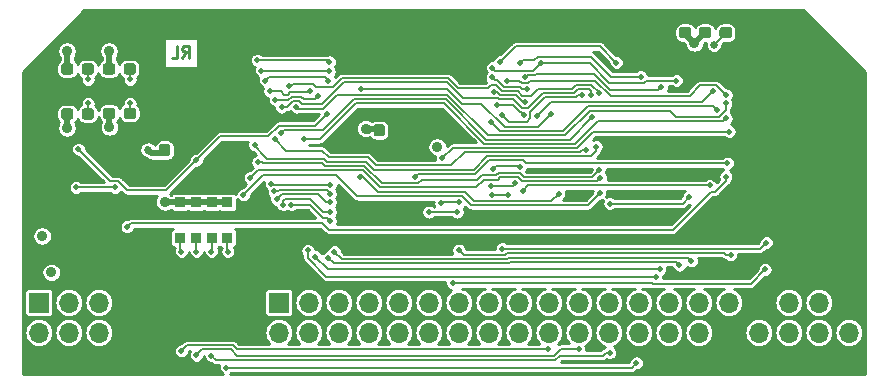
<source format=gbr>
G04 #@! TF.GenerationSoftware,KiCad,Pcbnew,(5.1.2-1)-1*
G04 #@! TF.CreationDate,2019-07-09T00:43:20-07:00*
G04 #@! TF.ProjectId,ram_board,72616d5f-626f-4617-9264-2e6b69636164,rev?*
G04 #@! TF.SameCoordinates,Original*
G04 #@! TF.FileFunction,Copper,L4,Bot*
G04 #@! TF.FilePolarity,Positive*
%FSLAX46Y46*%
G04 Gerber Fmt 4.6, Leading zero omitted, Abs format (unit mm)*
G04 Created by KiCad (PCBNEW (5.1.2-1)-1) date 2019-07-09 00:43:20*
%MOMM*%
%LPD*%
G04 APERTURE LIST*
%ADD10C,0.254000*%
%ADD11R,0.900000X0.900000*%
%ADD12C,0.100000*%
%ADD13C,0.950000*%
%ADD14O,1.700000X1.700000*%
%ADD15R,1.700000X1.700000*%
%ADD16C,0.889000*%
%ADD17C,0.685800*%
%ADD18C,0.508000*%
%ADD19C,0.635000*%
%ADD20C,0.304800*%
%ADD21C,0.508000*%
%ADD22C,0.152400*%
%ADD23C,0.406400*%
%ADD24C,0.203200*%
G04 APERTURE END LIST*
D10*
X131922761Y-76913619D02*
X132261428Y-76429809D01*
X132503333Y-76913619D02*
X132503333Y-75897619D01*
X132116285Y-75897619D01*
X132019523Y-75946000D01*
X131971142Y-75994380D01*
X131922761Y-76091142D01*
X131922761Y-76236285D01*
X131971142Y-76333047D01*
X132019523Y-76381428D01*
X132116285Y-76429809D01*
X132503333Y-76429809D01*
X131003523Y-76913619D02*
X131487333Y-76913619D01*
X131487333Y-75897619D01*
D11*
X133071000Y-89178000D03*
X131731000Y-89178000D03*
X135731000Y-89178000D03*
X134391000Y-89178000D03*
X133071000Y-92178000D03*
X134391000Y-92178000D03*
X131731000Y-92178000D03*
X135731000Y-92178000D03*
D12*
G36*
X130664379Y-85974544D02*
G01*
X130687434Y-85977963D01*
X130710043Y-85983627D01*
X130731987Y-85991479D01*
X130753057Y-86001444D01*
X130773048Y-86013426D01*
X130791768Y-86027310D01*
X130809038Y-86042962D01*
X130824690Y-86060232D01*
X130838574Y-86078952D01*
X130850556Y-86098943D01*
X130860521Y-86120013D01*
X130868373Y-86141957D01*
X130874037Y-86164566D01*
X130877456Y-86187621D01*
X130878600Y-86210900D01*
X130878600Y-86785900D01*
X130877456Y-86809179D01*
X130874037Y-86832234D01*
X130868373Y-86854843D01*
X130860521Y-86876787D01*
X130850556Y-86897857D01*
X130838574Y-86917848D01*
X130824690Y-86936568D01*
X130809038Y-86953838D01*
X130791768Y-86969490D01*
X130773048Y-86983374D01*
X130753057Y-86995356D01*
X130731987Y-87005321D01*
X130710043Y-87013173D01*
X130687434Y-87018837D01*
X130664379Y-87022256D01*
X130641100Y-87023400D01*
X130166100Y-87023400D01*
X130142821Y-87022256D01*
X130119766Y-87018837D01*
X130097157Y-87013173D01*
X130075213Y-87005321D01*
X130054143Y-86995356D01*
X130034152Y-86983374D01*
X130015432Y-86969490D01*
X129998162Y-86953838D01*
X129982510Y-86936568D01*
X129968626Y-86917848D01*
X129956644Y-86897857D01*
X129946679Y-86876787D01*
X129938827Y-86854843D01*
X129933163Y-86832234D01*
X129929744Y-86809179D01*
X129928600Y-86785900D01*
X129928600Y-86210900D01*
X129929744Y-86187621D01*
X129933163Y-86164566D01*
X129938827Y-86141957D01*
X129946679Y-86120013D01*
X129956644Y-86098943D01*
X129968626Y-86078952D01*
X129982510Y-86060232D01*
X129998162Y-86042962D01*
X130015432Y-86027310D01*
X130034152Y-86013426D01*
X130054143Y-86001444D01*
X130075213Y-85991479D01*
X130097157Y-85983627D01*
X130119766Y-85977963D01*
X130142821Y-85974544D01*
X130166100Y-85973400D01*
X130641100Y-85973400D01*
X130664379Y-85974544D01*
X130664379Y-85974544D01*
G37*
D13*
X130403600Y-86498400D03*
D12*
G36*
X130664379Y-84224544D02*
G01*
X130687434Y-84227963D01*
X130710043Y-84233627D01*
X130731987Y-84241479D01*
X130753057Y-84251444D01*
X130773048Y-84263426D01*
X130791768Y-84277310D01*
X130809038Y-84292962D01*
X130824690Y-84310232D01*
X130838574Y-84328952D01*
X130850556Y-84348943D01*
X130860521Y-84370013D01*
X130868373Y-84391957D01*
X130874037Y-84414566D01*
X130877456Y-84437621D01*
X130878600Y-84460900D01*
X130878600Y-85035900D01*
X130877456Y-85059179D01*
X130874037Y-85082234D01*
X130868373Y-85104843D01*
X130860521Y-85126787D01*
X130850556Y-85147857D01*
X130838574Y-85167848D01*
X130824690Y-85186568D01*
X130809038Y-85203838D01*
X130791768Y-85219490D01*
X130773048Y-85233374D01*
X130753057Y-85245356D01*
X130731987Y-85255321D01*
X130710043Y-85263173D01*
X130687434Y-85268837D01*
X130664379Y-85272256D01*
X130641100Y-85273400D01*
X130166100Y-85273400D01*
X130142821Y-85272256D01*
X130119766Y-85268837D01*
X130097157Y-85263173D01*
X130075213Y-85255321D01*
X130054143Y-85245356D01*
X130034152Y-85233374D01*
X130015432Y-85219490D01*
X129998162Y-85203838D01*
X129982510Y-85186568D01*
X129968626Y-85167848D01*
X129956644Y-85147857D01*
X129946679Y-85126787D01*
X129938827Y-85104843D01*
X129933163Y-85082234D01*
X129929744Y-85059179D01*
X129928600Y-85035900D01*
X129928600Y-84460900D01*
X129929744Y-84437621D01*
X129933163Y-84414566D01*
X129938827Y-84391957D01*
X129946679Y-84370013D01*
X129956644Y-84348943D01*
X129968626Y-84328952D01*
X129982510Y-84310232D01*
X129998162Y-84292962D01*
X130015432Y-84277310D01*
X130034152Y-84263426D01*
X130054143Y-84251444D01*
X130075213Y-84241479D01*
X130097157Y-84233627D01*
X130119766Y-84227963D01*
X130142821Y-84224544D01*
X130166100Y-84223400D01*
X130641100Y-84223400D01*
X130664379Y-84224544D01*
X130664379Y-84224544D01*
G37*
D13*
X130403600Y-84748400D03*
D12*
G36*
X126029379Y-81161744D02*
G01*
X126052434Y-81165163D01*
X126075043Y-81170827D01*
X126096987Y-81178679D01*
X126118057Y-81188644D01*
X126138048Y-81200626D01*
X126156768Y-81214510D01*
X126174038Y-81230162D01*
X126189690Y-81247432D01*
X126203574Y-81266152D01*
X126215556Y-81286143D01*
X126225521Y-81307213D01*
X126233373Y-81329157D01*
X126239037Y-81351766D01*
X126242456Y-81374821D01*
X126243600Y-81398100D01*
X126243600Y-81873100D01*
X126242456Y-81896379D01*
X126239037Y-81919434D01*
X126233373Y-81942043D01*
X126225521Y-81963987D01*
X126215556Y-81985057D01*
X126203574Y-82005048D01*
X126189690Y-82023768D01*
X126174038Y-82041038D01*
X126156768Y-82056690D01*
X126138048Y-82070574D01*
X126118057Y-82082556D01*
X126096987Y-82092521D01*
X126075043Y-82100373D01*
X126052434Y-82106037D01*
X126029379Y-82109456D01*
X126006100Y-82110600D01*
X125431100Y-82110600D01*
X125407821Y-82109456D01*
X125384766Y-82106037D01*
X125362157Y-82100373D01*
X125340213Y-82092521D01*
X125319143Y-82082556D01*
X125299152Y-82070574D01*
X125280432Y-82056690D01*
X125263162Y-82041038D01*
X125247510Y-82023768D01*
X125233626Y-82005048D01*
X125221644Y-81985057D01*
X125211679Y-81963987D01*
X125203827Y-81942043D01*
X125198163Y-81919434D01*
X125194744Y-81896379D01*
X125193600Y-81873100D01*
X125193600Y-81398100D01*
X125194744Y-81374821D01*
X125198163Y-81351766D01*
X125203827Y-81329157D01*
X125211679Y-81307213D01*
X125221644Y-81286143D01*
X125233626Y-81266152D01*
X125247510Y-81247432D01*
X125263162Y-81230162D01*
X125280432Y-81214510D01*
X125299152Y-81200626D01*
X125319143Y-81188644D01*
X125340213Y-81178679D01*
X125362157Y-81170827D01*
X125384766Y-81165163D01*
X125407821Y-81161744D01*
X125431100Y-81160600D01*
X126006100Y-81160600D01*
X126029379Y-81161744D01*
X126029379Y-81161744D01*
G37*
D13*
X125718600Y-81635600D03*
D12*
G36*
X127779379Y-81161744D02*
G01*
X127802434Y-81165163D01*
X127825043Y-81170827D01*
X127846987Y-81178679D01*
X127868057Y-81188644D01*
X127888048Y-81200626D01*
X127906768Y-81214510D01*
X127924038Y-81230162D01*
X127939690Y-81247432D01*
X127953574Y-81266152D01*
X127965556Y-81286143D01*
X127975521Y-81307213D01*
X127983373Y-81329157D01*
X127989037Y-81351766D01*
X127992456Y-81374821D01*
X127993600Y-81398100D01*
X127993600Y-81873100D01*
X127992456Y-81896379D01*
X127989037Y-81919434D01*
X127983373Y-81942043D01*
X127975521Y-81963987D01*
X127965556Y-81985057D01*
X127953574Y-82005048D01*
X127939690Y-82023768D01*
X127924038Y-82041038D01*
X127906768Y-82056690D01*
X127888048Y-82070574D01*
X127868057Y-82082556D01*
X127846987Y-82092521D01*
X127825043Y-82100373D01*
X127802434Y-82106037D01*
X127779379Y-82109456D01*
X127756100Y-82110600D01*
X127181100Y-82110600D01*
X127157821Y-82109456D01*
X127134766Y-82106037D01*
X127112157Y-82100373D01*
X127090213Y-82092521D01*
X127069143Y-82082556D01*
X127049152Y-82070574D01*
X127030432Y-82056690D01*
X127013162Y-82041038D01*
X126997510Y-82023768D01*
X126983626Y-82005048D01*
X126971644Y-81985057D01*
X126961679Y-81963987D01*
X126953827Y-81942043D01*
X126948163Y-81919434D01*
X126944744Y-81896379D01*
X126943600Y-81873100D01*
X126943600Y-81398100D01*
X126944744Y-81374821D01*
X126948163Y-81351766D01*
X126953827Y-81329157D01*
X126961679Y-81307213D01*
X126971644Y-81286143D01*
X126983626Y-81266152D01*
X126997510Y-81247432D01*
X127013162Y-81230162D01*
X127030432Y-81214510D01*
X127049152Y-81200626D01*
X127069143Y-81188644D01*
X127090213Y-81178679D01*
X127112157Y-81170827D01*
X127134766Y-81165163D01*
X127157821Y-81161744D01*
X127181100Y-81160600D01*
X127756100Y-81160600D01*
X127779379Y-81161744D01*
X127779379Y-81161744D01*
G37*
D13*
X127468600Y-81635600D03*
D12*
G36*
X126015379Y-77402544D02*
G01*
X126038434Y-77405963D01*
X126061043Y-77411627D01*
X126082987Y-77419479D01*
X126104057Y-77429444D01*
X126124048Y-77441426D01*
X126142768Y-77455310D01*
X126160038Y-77470962D01*
X126175690Y-77488232D01*
X126189574Y-77506952D01*
X126201556Y-77526943D01*
X126211521Y-77548013D01*
X126219373Y-77569957D01*
X126225037Y-77592566D01*
X126228456Y-77615621D01*
X126229600Y-77638900D01*
X126229600Y-78113900D01*
X126228456Y-78137179D01*
X126225037Y-78160234D01*
X126219373Y-78182843D01*
X126211521Y-78204787D01*
X126201556Y-78225857D01*
X126189574Y-78245848D01*
X126175690Y-78264568D01*
X126160038Y-78281838D01*
X126142768Y-78297490D01*
X126124048Y-78311374D01*
X126104057Y-78323356D01*
X126082987Y-78333321D01*
X126061043Y-78341173D01*
X126038434Y-78346837D01*
X126015379Y-78350256D01*
X125992100Y-78351400D01*
X125417100Y-78351400D01*
X125393821Y-78350256D01*
X125370766Y-78346837D01*
X125348157Y-78341173D01*
X125326213Y-78333321D01*
X125305143Y-78323356D01*
X125285152Y-78311374D01*
X125266432Y-78297490D01*
X125249162Y-78281838D01*
X125233510Y-78264568D01*
X125219626Y-78245848D01*
X125207644Y-78225857D01*
X125197679Y-78204787D01*
X125189827Y-78182843D01*
X125184163Y-78160234D01*
X125180744Y-78137179D01*
X125179600Y-78113900D01*
X125179600Y-77638900D01*
X125180744Y-77615621D01*
X125184163Y-77592566D01*
X125189827Y-77569957D01*
X125197679Y-77548013D01*
X125207644Y-77526943D01*
X125219626Y-77506952D01*
X125233510Y-77488232D01*
X125249162Y-77470962D01*
X125266432Y-77455310D01*
X125285152Y-77441426D01*
X125305143Y-77429444D01*
X125326213Y-77419479D01*
X125348157Y-77411627D01*
X125370766Y-77405963D01*
X125393821Y-77402544D01*
X125417100Y-77401400D01*
X125992100Y-77401400D01*
X126015379Y-77402544D01*
X126015379Y-77402544D01*
G37*
D13*
X125704600Y-77876400D03*
D12*
G36*
X127765379Y-77402544D02*
G01*
X127788434Y-77405963D01*
X127811043Y-77411627D01*
X127832987Y-77419479D01*
X127854057Y-77429444D01*
X127874048Y-77441426D01*
X127892768Y-77455310D01*
X127910038Y-77470962D01*
X127925690Y-77488232D01*
X127939574Y-77506952D01*
X127951556Y-77526943D01*
X127961521Y-77548013D01*
X127969373Y-77569957D01*
X127975037Y-77592566D01*
X127978456Y-77615621D01*
X127979600Y-77638900D01*
X127979600Y-78113900D01*
X127978456Y-78137179D01*
X127975037Y-78160234D01*
X127969373Y-78182843D01*
X127961521Y-78204787D01*
X127951556Y-78225857D01*
X127939574Y-78245848D01*
X127925690Y-78264568D01*
X127910038Y-78281838D01*
X127892768Y-78297490D01*
X127874048Y-78311374D01*
X127854057Y-78323356D01*
X127832987Y-78333321D01*
X127811043Y-78341173D01*
X127788434Y-78346837D01*
X127765379Y-78350256D01*
X127742100Y-78351400D01*
X127167100Y-78351400D01*
X127143821Y-78350256D01*
X127120766Y-78346837D01*
X127098157Y-78341173D01*
X127076213Y-78333321D01*
X127055143Y-78323356D01*
X127035152Y-78311374D01*
X127016432Y-78297490D01*
X126999162Y-78281838D01*
X126983510Y-78264568D01*
X126969626Y-78245848D01*
X126957644Y-78225857D01*
X126947679Y-78204787D01*
X126939827Y-78182843D01*
X126934163Y-78160234D01*
X126930744Y-78137179D01*
X126929600Y-78113900D01*
X126929600Y-77638900D01*
X126930744Y-77615621D01*
X126934163Y-77592566D01*
X126939827Y-77569957D01*
X126947679Y-77548013D01*
X126957644Y-77526943D01*
X126969626Y-77506952D01*
X126983510Y-77488232D01*
X126999162Y-77470962D01*
X127016432Y-77455310D01*
X127035152Y-77441426D01*
X127055143Y-77429444D01*
X127076213Y-77419479D01*
X127098157Y-77411627D01*
X127120766Y-77405963D01*
X127143821Y-77402544D01*
X127167100Y-77401400D01*
X127742100Y-77401400D01*
X127765379Y-77402544D01*
X127765379Y-77402544D01*
G37*
D13*
X127454600Y-77876400D03*
D12*
G36*
X122473379Y-81212544D02*
G01*
X122496434Y-81215963D01*
X122519043Y-81221627D01*
X122540987Y-81229479D01*
X122562057Y-81239444D01*
X122582048Y-81251426D01*
X122600768Y-81265310D01*
X122618038Y-81280962D01*
X122633690Y-81298232D01*
X122647574Y-81316952D01*
X122659556Y-81336943D01*
X122669521Y-81358013D01*
X122677373Y-81379957D01*
X122683037Y-81402566D01*
X122686456Y-81425621D01*
X122687600Y-81448900D01*
X122687600Y-81923900D01*
X122686456Y-81947179D01*
X122683037Y-81970234D01*
X122677373Y-81992843D01*
X122669521Y-82014787D01*
X122659556Y-82035857D01*
X122647574Y-82055848D01*
X122633690Y-82074568D01*
X122618038Y-82091838D01*
X122600768Y-82107490D01*
X122582048Y-82121374D01*
X122562057Y-82133356D01*
X122540987Y-82143321D01*
X122519043Y-82151173D01*
X122496434Y-82156837D01*
X122473379Y-82160256D01*
X122450100Y-82161400D01*
X121875100Y-82161400D01*
X121851821Y-82160256D01*
X121828766Y-82156837D01*
X121806157Y-82151173D01*
X121784213Y-82143321D01*
X121763143Y-82133356D01*
X121743152Y-82121374D01*
X121724432Y-82107490D01*
X121707162Y-82091838D01*
X121691510Y-82074568D01*
X121677626Y-82055848D01*
X121665644Y-82035857D01*
X121655679Y-82014787D01*
X121647827Y-81992843D01*
X121642163Y-81970234D01*
X121638744Y-81947179D01*
X121637600Y-81923900D01*
X121637600Y-81448900D01*
X121638744Y-81425621D01*
X121642163Y-81402566D01*
X121647827Y-81379957D01*
X121655679Y-81358013D01*
X121665644Y-81336943D01*
X121677626Y-81316952D01*
X121691510Y-81298232D01*
X121707162Y-81280962D01*
X121724432Y-81265310D01*
X121743152Y-81251426D01*
X121763143Y-81239444D01*
X121784213Y-81229479D01*
X121806157Y-81221627D01*
X121828766Y-81215963D01*
X121851821Y-81212544D01*
X121875100Y-81211400D01*
X122450100Y-81211400D01*
X122473379Y-81212544D01*
X122473379Y-81212544D01*
G37*
D13*
X122162600Y-81686400D03*
D12*
G36*
X124223379Y-81212544D02*
G01*
X124246434Y-81215963D01*
X124269043Y-81221627D01*
X124290987Y-81229479D01*
X124312057Y-81239444D01*
X124332048Y-81251426D01*
X124350768Y-81265310D01*
X124368038Y-81280962D01*
X124383690Y-81298232D01*
X124397574Y-81316952D01*
X124409556Y-81336943D01*
X124419521Y-81358013D01*
X124427373Y-81379957D01*
X124433037Y-81402566D01*
X124436456Y-81425621D01*
X124437600Y-81448900D01*
X124437600Y-81923900D01*
X124436456Y-81947179D01*
X124433037Y-81970234D01*
X124427373Y-81992843D01*
X124419521Y-82014787D01*
X124409556Y-82035857D01*
X124397574Y-82055848D01*
X124383690Y-82074568D01*
X124368038Y-82091838D01*
X124350768Y-82107490D01*
X124332048Y-82121374D01*
X124312057Y-82133356D01*
X124290987Y-82143321D01*
X124269043Y-82151173D01*
X124246434Y-82156837D01*
X124223379Y-82160256D01*
X124200100Y-82161400D01*
X123625100Y-82161400D01*
X123601821Y-82160256D01*
X123578766Y-82156837D01*
X123556157Y-82151173D01*
X123534213Y-82143321D01*
X123513143Y-82133356D01*
X123493152Y-82121374D01*
X123474432Y-82107490D01*
X123457162Y-82091838D01*
X123441510Y-82074568D01*
X123427626Y-82055848D01*
X123415644Y-82035857D01*
X123405679Y-82014787D01*
X123397827Y-81992843D01*
X123392163Y-81970234D01*
X123388744Y-81947179D01*
X123387600Y-81923900D01*
X123387600Y-81448900D01*
X123388744Y-81425621D01*
X123392163Y-81402566D01*
X123397827Y-81379957D01*
X123405679Y-81358013D01*
X123415644Y-81336943D01*
X123427626Y-81316952D01*
X123441510Y-81298232D01*
X123457162Y-81280962D01*
X123474432Y-81265310D01*
X123493152Y-81251426D01*
X123513143Y-81239444D01*
X123534213Y-81229479D01*
X123556157Y-81221627D01*
X123578766Y-81215963D01*
X123601821Y-81212544D01*
X123625100Y-81211400D01*
X124200100Y-81211400D01*
X124223379Y-81212544D01*
X124223379Y-81212544D01*
G37*
D13*
X123912600Y-81686400D03*
D12*
G36*
X122473379Y-77402544D02*
G01*
X122496434Y-77405963D01*
X122519043Y-77411627D01*
X122540987Y-77419479D01*
X122562057Y-77429444D01*
X122582048Y-77441426D01*
X122600768Y-77455310D01*
X122618038Y-77470962D01*
X122633690Y-77488232D01*
X122647574Y-77506952D01*
X122659556Y-77526943D01*
X122669521Y-77548013D01*
X122677373Y-77569957D01*
X122683037Y-77592566D01*
X122686456Y-77615621D01*
X122687600Y-77638900D01*
X122687600Y-78113900D01*
X122686456Y-78137179D01*
X122683037Y-78160234D01*
X122677373Y-78182843D01*
X122669521Y-78204787D01*
X122659556Y-78225857D01*
X122647574Y-78245848D01*
X122633690Y-78264568D01*
X122618038Y-78281838D01*
X122600768Y-78297490D01*
X122582048Y-78311374D01*
X122562057Y-78323356D01*
X122540987Y-78333321D01*
X122519043Y-78341173D01*
X122496434Y-78346837D01*
X122473379Y-78350256D01*
X122450100Y-78351400D01*
X121875100Y-78351400D01*
X121851821Y-78350256D01*
X121828766Y-78346837D01*
X121806157Y-78341173D01*
X121784213Y-78333321D01*
X121763143Y-78323356D01*
X121743152Y-78311374D01*
X121724432Y-78297490D01*
X121707162Y-78281838D01*
X121691510Y-78264568D01*
X121677626Y-78245848D01*
X121665644Y-78225857D01*
X121655679Y-78204787D01*
X121647827Y-78182843D01*
X121642163Y-78160234D01*
X121638744Y-78137179D01*
X121637600Y-78113900D01*
X121637600Y-77638900D01*
X121638744Y-77615621D01*
X121642163Y-77592566D01*
X121647827Y-77569957D01*
X121655679Y-77548013D01*
X121665644Y-77526943D01*
X121677626Y-77506952D01*
X121691510Y-77488232D01*
X121707162Y-77470962D01*
X121724432Y-77455310D01*
X121743152Y-77441426D01*
X121763143Y-77429444D01*
X121784213Y-77419479D01*
X121806157Y-77411627D01*
X121828766Y-77405963D01*
X121851821Y-77402544D01*
X121875100Y-77401400D01*
X122450100Y-77401400D01*
X122473379Y-77402544D01*
X122473379Y-77402544D01*
G37*
D13*
X122162600Y-77876400D03*
D12*
G36*
X124223379Y-77402544D02*
G01*
X124246434Y-77405963D01*
X124269043Y-77411627D01*
X124290987Y-77419479D01*
X124312057Y-77429444D01*
X124332048Y-77441426D01*
X124350768Y-77455310D01*
X124368038Y-77470962D01*
X124383690Y-77488232D01*
X124397574Y-77506952D01*
X124409556Y-77526943D01*
X124419521Y-77548013D01*
X124427373Y-77569957D01*
X124433037Y-77592566D01*
X124436456Y-77615621D01*
X124437600Y-77638900D01*
X124437600Y-78113900D01*
X124436456Y-78137179D01*
X124433037Y-78160234D01*
X124427373Y-78182843D01*
X124419521Y-78204787D01*
X124409556Y-78225857D01*
X124397574Y-78245848D01*
X124383690Y-78264568D01*
X124368038Y-78281838D01*
X124350768Y-78297490D01*
X124332048Y-78311374D01*
X124312057Y-78323356D01*
X124290987Y-78333321D01*
X124269043Y-78341173D01*
X124246434Y-78346837D01*
X124223379Y-78350256D01*
X124200100Y-78351400D01*
X123625100Y-78351400D01*
X123601821Y-78350256D01*
X123578766Y-78346837D01*
X123556157Y-78341173D01*
X123534213Y-78333321D01*
X123513143Y-78323356D01*
X123493152Y-78311374D01*
X123474432Y-78297490D01*
X123457162Y-78281838D01*
X123441510Y-78264568D01*
X123427626Y-78245848D01*
X123415644Y-78225857D01*
X123405679Y-78204787D01*
X123397827Y-78182843D01*
X123392163Y-78160234D01*
X123388744Y-78137179D01*
X123387600Y-78113900D01*
X123387600Y-77638900D01*
X123388744Y-77615621D01*
X123392163Y-77592566D01*
X123397827Y-77569957D01*
X123405679Y-77548013D01*
X123415644Y-77526943D01*
X123427626Y-77506952D01*
X123441510Y-77488232D01*
X123457162Y-77470962D01*
X123474432Y-77455310D01*
X123493152Y-77441426D01*
X123513143Y-77429444D01*
X123534213Y-77419479D01*
X123556157Y-77411627D01*
X123578766Y-77405963D01*
X123601821Y-77402544D01*
X123625100Y-77401400D01*
X124200100Y-77401400D01*
X124223379Y-77402544D01*
X124223379Y-77402544D01*
G37*
D13*
X123912600Y-77876400D03*
D12*
G36*
X148850779Y-84298144D02*
G01*
X148873834Y-84301563D01*
X148896443Y-84307227D01*
X148918387Y-84315079D01*
X148939457Y-84325044D01*
X148959448Y-84337026D01*
X148978168Y-84350910D01*
X148995438Y-84366562D01*
X149011090Y-84383832D01*
X149024974Y-84402552D01*
X149036956Y-84422543D01*
X149046921Y-84443613D01*
X149054773Y-84465557D01*
X149060437Y-84488166D01*
X149063856Y-84511221D01*
X149065000Y-84534500D01*
X149065000Y-85109500D01*
X149063856Y-85132779D01*
X149060437Y-85155834D01*
X149054773Y-85178443D01*
X149046921Y-85200387D01*
X149036956Y-85221457D01*
X149024974Y-85241448D01*
X149011090Y-85260168D01*
X148995438Y-85277438D01*
X148978168Y-85293090D01*
X148959448Y-85306974D01*
X148939457Y-85318956D01*
X148918387Y-85328921D01*
X148896443Y-85336773D01*
X148873834Y-85342437D01*
X148850779Y-85345856D01*
X148827500Y-85347000D01*
X148352500Y-85347000D01*
X148329221Y-85345856D01*
X148306166Y-85342437D01*
X148283557Y-85336773D01*
X148261613Y-85328921D01*
X148240543Y-85318956D01*
X148220552Y-85306974D01*
X148201832Y-85293090D01*
X148184562Y-85277438D01*
X148168910Y-85260168D01*
X148155026Y-85241448D01*
X148143044Y-85221457D01*
X148133079Y-85200387D01*
X148125227Y-85178443D01*
X148119563Y-85155834D01*
X148116144Y-85132779D01*
X148115000Y-85109500D01*
X148115000Y-84534500D01*
X148116144Y-84511221D01*
X148119563Y-84488166D01*
X148125227Y-84465557D01*
X148133079Y-84443613D01*
X148143044Y-84422543D01*
X148155026Y-84402552D01*
X148168910Y-84383832D01*
X148184562Y-84366562D01*
X148201832Y-84350910D01*
X148220552Y-84337026D01*
X148240543Y-84325044D01*
X148261613Y-84315079D01*
X148283557Y-84307227D01*
X148306166Y-84301563D01*
X148329221Y-84298144D01*
X148352500Y-84297000D01*
X148827500Y-84297000D01*
X148850779Y-84298144D01*
X148850779Y-84298144D01*
G37*
D13*
X148590000Y-84822000D03*
D12*
G36*
X148850779Y-82548144D02*
G01*
X148873834Y-82551563D01*
X148896443Y-82557227D01*
X148918387Y-82565079D01*
X148939457Y-82575044D01*
X148959448Y-82587026D01*
X148978168Y-82600910D01*
X148995438Y-82616562D01*
X149011090Y-82633832D01*
X149024974Y-82652552D01*
X149036956Y-82672543D01*
X149046921Y-82693613D01*
X149054773Y-82715557D01*
X149060437Y-82738166D01*
X149063856Y-82761221D01*
X149065000Y-82784500D01*
X149065000Y-83359500D01*
X149063856Y-83382779D01*
X149060437Y-83405834D01*
X149054773Y-83428443D01*
X149046921Y-83450387D01*
X149036956Y-83471457D01*
X149024974Y-83491448D01*
X149011090Y-83510168D01*
X148995438Y-83527438D01*
X148978168Y-83543090D01*
X148959448Y-83556974D01*
X148939457Y-83568956D01*
X148918387Y-83578921D01*
X148896443Y-83586773D01*
X148873834Y-83592437D01*
X148850779Y-83595856D01*
X148827500Y-83597000D01*
X148352500Y-83597000D01*
X148329221Y-83595856D01*
X148306166Y-83592437D01*
X148283557Y-83586773D01*
X148261613Y-83578921D01*
X148240543Y-83568956D01*
X148220552Y-83556974D01*
X148201832Y-83543090D01*
X148184562Y-83527438D01*
X148168910Y-83510168D01*
X148155026Y-83491448D01*
X148143044Y-83471457D01*
X148133079Y-83450387D01*
X148125227Y-83428443D01*
X148119563Y-83405834D01*
X148116144Y-83382779D01*
X148115000Y-83359500D01*
X148115000Y-82784500D01*
X148116144Y-82761221D01*
X148119563Y-82738166D01*
X148125227Y-82715557D01*
X148133079Y-82693613D01*
X148143044Y-82672543D01*
X148155026Y-82652552D01*
X148168910Y-82633832D01*
X148184562Y-82616562D01*
X148201832Y-82600910D01*
X148220552Y-82587026D01*
X148240543Y-82575044D01*
X148261613Y-82565079D01*
X148283557Y-82557227D01*
X148306166Y-82551563D01*
X148329221Y-82548144D01*
X148352500Y-82547000D01*
X148827500Y-82547000D01*
X148850779Y-82548144D01*
X148850779Y-82548144D01*
G37*
D13*
X148590000Y-83072000D03*
D14*
X188341000Y-100203000D03*
X188341000Y-97663000D03*
X185801000Y-100203000D03*
X185801000Y-97663000D03*
X183261000Y-100203000D03*
X183261000Y-97663000D03*
X180721000Y-100203000D03*
X180721000Y-97663000D03*
X178181000Y-100203000D03*
X178181000Y-97663000D03*
X175641000Y-100203000D03*
X175641000Y-97663000D03*
X173101000Y-100203000D03*
X173101000Y-97663000D03*
X170561000Y-100203000D03*
X170561000Y-97663000D03*
X168021000Y-100203000D03*
X168021000Y-97663000D03*
X165481000Y-100203000D03*
X165481000Y-97663000D03*
X162941000Y-100203000D03*
X162941000Y-97663000D03*
X160401000Y-100203000D03*
X160401000Y-97663000D03*
X157861000Y-100203000D03*
X157861000Y-97663000D03*
X155321000Y-100203000D03*
X155321000Y-97663000D03*
X152781000Y-100203000D03*
X152781000Y-97663000D03*
X150241000Y-100203000D03*
X150241000Y-97663000D03*
X147701000Y-100203000D03*
X147701000Y-97663000D03*
X145161000Y-100203000D03*
X145161000Y-97663000D03*
X142621000Y-100203000D03*
X142621000Y-97663000D03*
X140081000Y-100203000D03*
D15*
X140081000Y-97663000D03*
D12*
G36*
X176473779Y-74329144D02*
G01*
X176496834Y-74332563D01*
X176519443Y-74338227D01*
X176541387Y-74346079D01*
X176562457Y-74356044D01*
X176582448Y-74368026D01*
X176601168Y-74381910D01*
X176618438Y-74397562D01*
X176634090Y-74414832D01*
X176647974Y-74433552D01*
X176659956Y-74453543D01*
X176669921Y-74474613D01*
X176677773Y-74496557D01*
X176683437Y-74519166D01*
X176686856Y-74542221D01*
X176688000Y-74565500D01*
X176688000Y-75040500D01*
X176686856Y-75063779D01*
X176683437Y-75086834D01*
X176677773Y-75109443D01*
X176669921Y-75131387D01*
X176659956Y-75152457D01*
X176647974Y-75172448D01*
X176634090Y-75191168D01*
X176618438Y-75208438D01*
X176601168Y-75224090D01*
X176582448Y-75237974D01*
X176562457Y-75249956D01*
X176541387Y-75259921D01*
X176519443Y-75267773D01*
X176496834Y-75273437D01*
X176473779Y-75276856D01*
X176450500Y-75278000D01*
X175875500Y-75278000D01*
X175852221Y-75276856D01*
X175829166Y-75273437D01*
X175806557Y-75267773D01*
X175784613Y-75259921D01*
X175763543Y-75249956D01*
X175743552Y-75237974D01*
X175724832Y-75224090D01*
X175707562Y-75208438D01*
X175691910Y-75191168D01*
X175678026Y-75172448D01*
X175666044Y-75152457D01*
X175656079Y-75131387D01*
X175648227Y-75109443D01*
X175642563Y-75086834D01*
X175639144Y-75063779D01*
X175638000Y-75040500D01*
X175638000Y-74565500D01*
X175639144Y-74542221D01*
X175642563Y-74519166D01*
X175648227Y-74496557D01*
X175656079Y-74474613D01*
X175666044Y-74453543D01*
X175678026Y-74433552D01*
X175691910Y-74414832D01*
X175707562Y-74397562D01*
X175724832Y-74381910D01*
X175743552Y-74368026D01*
X175763543Y-74356044D01*
X175784613Y-74346079D01*
X175806557Y-74338227D01*
X175829166Y-74332563D01*
X175852221Y-74329144D01*
X175875500Y-74328000D01*
X176450500Y-74328000D01*
X176473779Y-74329144D01*
X176473779Y-74329144D01*
G37*
D13*
X176163000Y-74803000D03*
D12*
G36*
X178223779Y-74329144D02*
G01*
X178246834Y-74332563D01*
X178269443Y-74338227D01*
X178291387Y-74346079D01*
X178312457Y-74356044D01*
X178332448Y-74368026D01*
X178351168Y-74381910D01*
X178368438Y-74397562D01*
X178384090Y-74414832D01*
X178397974Y-74433552D01*
X178409956Y-74453543D01*
X178419921Y-74474613D01*
X178427773Y-74496557D01*
X178433437Y-74519166D01*
X178436856Y-74542221D01*
X178438000Y-74565500D01*
X178438000Y-75040500D01*
X178436856Y-75063779D01*
X178433437Y-75086834D01*
X178427773Y-75109443D01*
X178419921Y-75131387D01*
X178409956Y-75152457D01*
X178397974Y-75172448D01*
X178384090Y-75191168D01*
X178368438Y-75208438D01*
X178351168Y-75224090D01*
X178332448Y-75237974D01*
X178312457Y-75249956D01*
X178291387Y-75259921D01*
X178269443Y-75267773D01*
X178246834Y-75273437D01*
X178223779Y-75276856D01*
X178200500Y-75278000D01*
X177625500Y-75278000D01*
X177602221Y-75276856D01*
X177579166Y-75273437D01*
X177556557Y-75267773D01*
X177534613Y-75259921D01*
X177513543Y-75249956D01*
X177493552Y-75237974D01*
X177474832Y-75224090D01*
X177457562Y-75208438D01*
X177441910Y-75191168D01*
X177428026Y-75172448D01*
X177416044Y-75152457D01*
X177406079Y-75131387D01*
X177398227Y-75109443D01*
X177392563Y-75086834D01*
X177389144Y-75063779D01*
X177388000Y-75040500D01*
X177388000Y-74565500D01*
X177389144Y-74542221D01*
X177392563Y-74519166D01*
X177398227Y-74496557D01*
X177406079Y-74474613D01*
X177416044Y-74453543D01*
X177428026Y-74433552D01*
X177441910Y-74414832D01*
X177457562Y-74397562D01*
X177474832Y-74381910D01*
X177493552Y-74368026D01*
X177513543Y-74356044D01*
X177534613Y-74346079D01*
X177556557Y-74338227D01*
X177579166Y-74332563D01*
X177602221Y-74329144D01*
X177625500Y-74328000D01*
X178200500Y-74328000D01*
X178223779Y-74329144D01*
X178223779Y-74329144D01*
G37*
D13*
X177913000Y-74803000D03*
D12*
G36*
X173044779Y-74329144D02*
G01*
X173067834Y-74332563D01*
X173090443Y-74338227D01*
X173112387Y-74346079D01*
X173133457Y-74356044D01*
X173153448Y-74368026D01*
X173172168Y-74381910D01*
X173189438Y-74397562D01*
X173205090Y-74414832D01*
X173218974Y-74433552D01*
X173230956Y-74453543D01*
X173240921Y-74474613D01*
X173248773Y-74496557D01*
X173254437Y-74519166D01*
X173257856Y-74542221D01*
X173259000Y-74565500D01*
X173259000Y-75040500D01*
X173257856Y-75063779D01*
X173254437Y-75086834D01*
X173248773Y-75109443D01*
X173240921Y-75131387D01*
X173230956Y-75152457D01*
X173218974Y-75172448D01*
X173205090Y-75191168D01*
X173189438Y-75208438D01*
X173172168Y-75224090D01*
X173153448Y-75237974D01*
X173133457Y-75249956D01*
X173112387Y-75259921D01*
X173090443Y-75267773D01*
X173067834Y-75273437D01*
X173044779Y-75276856D01*
X173021500Y-75278000D01*
X172446500Y-75278000D01*
X172423221Y-75276856D01*
X172400166Y-75273437D01*
X172377557Y-75267773D01*
X172355613Y-75259921D01*
X172334543Y-75249956D01*
X172314552Y-75237974D01*
X172295832Y-75224090D01*
X172278562Y-75208438D01*
X172262910Y-75191168D01*
X172249026Y-75172448D01*
X172237044Y-75152457D01*
X172227079Y-75131387D01*
X172219227Y-75109443D01*
X172213563Y-75086834D01*
X172210144Y-75063779D01*
X172209000Y-75040500D01*
X172209000Y-74565500D01*
X172210144Y-74542221D01*
X172213563Y-74519166D01*
X172219227Y-74496557D01*
X172227079Y-74474613D01*
X172237044Y-74453543D01*
X172249026Y-74433552D01*
X172262910Y-74414832D01*
X172278562Y-74397562D01*
X172295832Y-74381910D01*
X172314552Y-74368026D01*
X172334543Y-74356044D01*
X172355613Y-74346079D01*
X172377557Y-74338227D01*
X172400166Y-74332563D01*
X172423221Y-74329144D01*
X172446500Y-74328000D01*
X173021500Y-74328000D01*
X173044779Y-74329144D01*
X173044779Y-74329144D01*
G37*
D13*
X172734000Y-74803000D03*
D12*
G36*
X174794779Y-74329144D02*
G01*
X174817834Y-74332563D01*
X174840443Y-74338227D01*
X174862387Y-74346079D01*
X174883457Y-74356044D01*
X174903448Y-74368026D01*
X174922168Y-74381910D01*
X174939438Y-74397562D01*
X174955090Y-74414832D01*
X174968974Y-74433552D01*
X174980956Y-74453543D01*
X174990921Y-74474613D01*
X174998773Y-74496557D01*
X175004437Y-74519166D01*
X175007856Y-74542221D01*
X175009000Y-74565500D01*
X175009000Y-75040500D01*
X175007856Y-75063779D01*
X175004437Y-75086834D01*
X174998773Y-75109443D01*
X174990921Y-75131387D01*
X174980956Y-75152457D01*
X174968974Y-75172448D01*
X174955090Y-75191168D01*
X174939438Y-75208438D01*
X174922168Y-75224090D01*
X174903448Y-75237974D01*
X174883457Y-75249956D01*
X174862387Y-75259921D01*
X174840443Y-75267773D01*
X174817834Y-75273437D01*
X174794779Y-75276856D01*
X174771500Y-75278000D01*
X174196500Y-75278000D01*
X174173221Y-75276856D01*
X174150166Y-75273437D01*
X174127557Y-75267773D01*
X174105613Y-75259921D01*
X174084543Y-75249956D01*
X174064552Y-75237974D01*
X174045832Y-75224090D01*
X174028562Y-75208438D01*
X174012910Y-75191168D01*
X173999026Y-75172448D01*
X173987044Y-75152457D01*
X173977079Y-75131387D01*
X173969227Y-75109443D01*
X173963563Y-75086834D01*
X173960144Y-75063779D01*
X173959000Y-75040500D01*
X173959000Y-74565500D01*
X173960144Y-74542221D01*
X173963563Y-74519166D01*
X173969227Y-74496557D01*
X173977079Y-74474613D01*
X173987044Y-74453543D01*
X173999026Y-74433552D01*
X174012910Y-74414832D01*
X174028562Y-74397562D01*
X174045832Y-74381910D01*
X174064552Y-74368026D01*
X174084543Y-74356044D01*
X174105613Y-74346079D01*
X174127557Y-74338227D01*
X174150166Y-74332563D01*
X174173221Y-74329144D01*
X174196500Y-74328000D01*
X174771500Y-74328000D01*
X174794779Y-74329144D01*
X174794779Y-74329144D01*
G37*
D13*
X174484000Y-74803000D03*
D14*
X129921000Y-100203000D03*
X129921000Y-97663000D03*
X127381000Y-100203000D03*
X127381000Y-97663000D03*
X124841000Y-100203000D03*
X124841000Y-97663000D03*
X122301000Y-100203000D03*
X122301000Y-97663000D03*
X119761000Y-100203000D03*
D15*
X119761000Y-97663000D03*
D16*
X147320000Y-84582000D03*
X119735600Y-88671400D03*
X154708620Y-83575490D03*
D17*
X129006600Y-86639400D03*
D16*
X125833219Y-85875781D03*
X126212600Y-92024200D03*
X173761400Y-88544400D03*
X171323000Y-74828400D03*
D18*
X166751000Y-92202000D03*
X138811000Y-82042000D03*
X182372000Y-88011000D03*
X182372000Y-90170000D03*
X183007000Y-93091000D03*
X177800000Y-84455000D03*
X133731000Y-98171000D03*
X177546000Y-95123000D03*
X120904000Y-82931000D03*
X181356000Y-93853000D03*
X149606000Y-90043000D03*
X134366000Y-86995000D03*
X173101000Y-86868000D03*
X184277000Y-79248000D03*
X151130000Y-75184000D03*
X132715000Y-81280000D03*
X164211000Y-86487000D03*
X165481000Y-88519000D03*
X158369000Y-90424000D03*
X158157613Y-77763956D03*
X173736000Y-78867000D03*
X162255168Y-77383315D03*
X158138197Y-78589803D03*
X161110454Y-79608576D03*
X161899634Y-81901428D03*
X176806210Y-79778264D03*
X158334564Y-79849477D03*
X172464405Y-79397210D03*
X160897860Y-80668987D03*
X160881946Y-78548165D03*
X158523048Y-80959920D03*
X160470888Y-77400112D03*
X170724418Y-78534586D03*
X160839222Y-81805255D03*
X158216967Y-86359873D03*
X160725650Y-88194350D03*
X176558174Y-87742057D03*
X160522419Y-86149682D03*
X159364387Y-78861451D03*
X158044997Y-87772696D03*
X177952493Y-80082738D03*
X160077212Y-87562504D03*
X158834979Y-77258021D03*
X168656000Y-77343000D03*
X158115000Y-88519000D03*
X159511765Y-88519235D03*
X153907201Y-85454201D03*
X153807596Y-89233390D03*
X155319125Y-89176743D03*
X178215854Y-83179542D03*
X163789672Y-88432328D03*
X146979679Y-86994663D03*
X178054000Y-85852000D03*
X152781000Y-89995386D03*
X155167779Y-89995386D03*
X151639055Y-87017210D03*
X165757146Y-80114802D03*
X158950476Y-81751130D03*
X142240000Y-83820000D03*
X144421210Y-90757388D03*
X177949085Y-82064085D03*
X141146893Y-89385790D03*
X163112411Y-81671059D03*
X147057146Y-79536969D03*
X144145000Y-81661000D03*
X123107184Y-84676984D03*
X133096000Y-85598000D03*
X133096000Y-85598000D03*
X141563701Y-81105390D03*
X144421210Y-89995386D03*
X177926325Y-80790266D03*
X140438880Y-89385790D03*
X167160584Y-79938067D03*
X140951169Y-79344290D03*
X144421210Y-89160377D03*
X139901070Y-88925311D03*
X158034185Y-82353927D03*
X177158621Y-81320018D03*
X166474982Y-80114790D03*
X140306477Y-81105390D03*
X144421210Y-88452364D03*
X139685622Y-88250876D03*
X181358950Y-92580050D03*
X158981555Y-93091000D03*
X166630779Y-81937210D03*
X144421210Y-87699826D03*
X140240766Y-83317866D03*
X139424930Y-87592605D03*
X154813000Y-96012000D03*
X181246000Y-94852000D03*
X166122660Y-84699464D03*
X143422398Y-80178290D03*
X139786681Y-80491576D03*
X139718697Y-83839935D03*
X155321000Y-93218000D03*
X178325002Y-93621210D03*
X166934448Y-84449207D03*
X142721593Y-79729593D03*
X139319000Y-79756000D03*
X138038682Y-84326150D03*
X144780000Y-93345000D03*
X175006000Y-94129210D03*
X167192165Y-86394549D03*
X138938000Y-78867000D03*
X144281513Y-78857487D03*
X138292508Y-85779715D03*
X144272000Y-93853000D03*
X173989980Y-94481621D03*
X167306384Y-87093287D03*
X138601541Y-78022541D03*
X144333039Y-78074000D03*
X137659697Y-87083373D03*
X143175531Y-93760363D03*
X172328696Y-94834032D03*
X167259000Y-88392000D03*
X138249131Y-77142869D03*
X144368052Y-77274000D03*
X137078608Y-88544493D03*
X142537665Y-93239880D03*
X172007253Y-95464869D03*
D16*
X147447000Y-82930998D03*
X175260000Y-75692000D03*
D17*
X129006600Y-84734400D03*
D16*
X125704600Y-76352400D03*
X122148600Y-76352400D03*
X120802400Y-95097600D03*
X153492200Y-84480400D03*
X122148600Y-82880200D03*
X125730000Y-82804000D03*
X120040400Y-92024200D03*
X130429000Y-89154000D03*
D18*
X177927000Y-86995000D03*
X127228600Y-91234100D03*
X123926600Y-78765400D03*
X122910600Y-87909400D03*
X126212600Y-87909400D03*
X127482600Y-78765400D03*
X123926600Y-80797400D03*
X127482600Y-80797400D03*
D19*
X176911000Y-75844400D03*
D18*
X168097200Y-89281000D03*
X174802800Y-88747600D03*
X135636000Y-103165231D03*
X170357800Y-102768400D03*
X135763000Y-93345000D03*
X134366000Y-102158800D03*
X168097200Y-101907990D03*
X134366000Y-93345000D03*
X133096000Y-102133400D03*
X165455600Y-101555579D03*
X133096000Y-93345000D03*
X131826000Y-101752400D03*
X162890200Y-101600000D03*
X131826000Y-93345000D03*
D20*
X148426200Y-84709000D02*
X148590000Y-84872800D01*
D21*
X148299200Y-84582000D02*
X148590000Y-84872800D01*
X147320000Y-84582000D02*
X148299200Y-84582000D01*
X130036600Y-86639400D02*
X130149600Y-86752400D01*
X129006600Y-86639400D02*
X130036600Y-86639400D01*
X171348400Y-74803000D02*
X171323000Y-74828400D01*
X172734000Y-74803000D02*
X171348400Y-74803000D01*
D22*
X166387160Y-77383315D02*
X162255168Y-77383315D01*
X171176702Y-78867000D02*
X170978915Y-79064787D01*
X170978915Y-79064787D02*
X168068632Y-79064787D01*
X168068632Y-79064787D02*
X166387160Y-77383315D01*
X173736000Y-78867000D02*
X171176702Y-78867000D01*
X158411612Y-78017955D02*
X161620528Y-78017955D01*
X158157613Y-77763956D02*
X158411612Y-78017955D01*
X161620528Y-78017955D02*
X162255168Y-77383315D01*
X158034234Y-78589803D02*
X158138197Y-78589803D01*
X159130503Y-79397201D02*
X160466117Y-79397201D01*
X158392196Y-78843802D02*
X158577104Y-78843802D01*
X158138197Y-78589803D02*
X158392196Y-78843802D01*
X160677492Y-79608576D02*
X161110454Y-79608576D01*
X158577104Y-78843802D02*
X159130503Y-79397201D01*
X160466117Y-79397201D02*
X160677492Y-79608576D01*
X161899634Y-81901428D02*
X163156059Y-80645003D01*
X175939471Y-80645003D02*
X176806210Y-79778264D01*
X163156059Y-80645003D02*
X175939471Y-80645003D01*
X161766501Y-78370366D02*
X161059745Y-78370366D01*
X160893177Y-80664304D02*
X160897860Y-80668987D01*
X158334564Y-79849477D02*
X158586011Y-79849477D01*
X158586011Y-79849477D02*
X158838557Y-80102023D01*
X168156670Y-79651209D02*
X166799471Y-78294010D01*
X172210406Y-79651209D02*
X168156670Y-79651209D01*
X158838557Y-80102023D02*
X160174171Y-80102023D01*
X160893177Y-80603467D02*
X160893177Y-80664304D01*
X160675615Y-80603467D02*
X160893177Y-80603467D01*
X160174171Y-80102023D02*
X160675615Y-80603467D01*
X161842857Y-78294010D02*
X161766501Y-78370366D01*
X166799471Y-78294010D02*
X161842857Y-78294010D01*
X172464405Y-79397210D02*
X172210406Y-79651209D01*
X161059745Y-78370366D02*
X160881946Y-78548165D01*
X168186970Y-78534586D02*
X170724418Y-78534586D01*
X160724887Y-77146113D02*
X161707644Y-77146113D01*
X166505471Y-76853087D02*
X168186970Y-78534586D01*
X162000670Y-76853087D02*
X166505471Y-76853087D01*
X161707644Y-77146113D02*
X162000670Y-76853087D01*
X160470888Y-77400112D02*
X160724887Y-77146113D01*
X160497047Y-81551256D02*
X160585223Y-81551256D01*
X158523048Y-80959920D02*
X159905711Y-80959920D01*
X160585223Y-81551256D02*
X160839222Y-81805255D01*
X159905711Y-80959920D02*
X160497047Y-81551256D01*
X161177943Y-87742057D02*
X176558174Y-87742057D01*
X160725650Y-88194350D02*
X161177943Y-87742057D01*
X158470966Y-86105874D02*
X160478611Y-86105874D01*
X160478611Y-86105874D02*
X160522419Y-86149682D01*
X158216967Y-86359873D02*
X158470966Y-86105874D01*
X157900621Y-87686997D02*
X157959298Y-87686997D01*
X157959298Y-87686997D02*
X158044997Y-87772696D01*
X158044997Y-87772696D02*
X159867020Y-87772696D01*
X159867020Y-87772696D02*
X160077212Y-87562504D01*
X175769906Y-79248062D02*
X177117817Y-79248062D01*
X177117817Y-79248062D02*
X177952493Y-80082738D01*
X160627449Y-79078366D02*
X161136443Y-79078366D01*
X161335039Y-78879770D02*
X166886847Y-78879770D01*
X161136443Y-79078366D02*
X161335039Y-78879770D01*
X159364387Y-78861451D02*
X160410534Y-78861451D01*
X160410534Y-78861451D02*
X160627449Y-79078366D01*
X174852379Y-80165589D02*
X175769906Y-79248062D01*
X168172666Y-80165589D02*
X174852379Y-80165589D01*
X166886847Y-78879770D02*
X168172666Y-80165589D01*
X158834979Y-77258021D02*
X158834979Y-77275673D01*
X168656000Y-77343000D02*
X167277749Y-75964749D01*
X160128251Y-75964749D02*
X158834979Y-77258021D01*
X167277749Y-75964749D02*
X160128251Y-75964749D01*
X158115000Y-88519000D02*
X159511530Y-88519000D01*
X159511530Y-88519000D02*
X159511765Y-88519235D01*
X155319125Y-89176743D02*
X153864243Y-89176743D01*
X153864243Y-89176743D02*
X153807596Y-89233390D01*
X154799155Y-84562247D02*
X165329573Y-84562247D01*
X166712278Y-83179542D02*
X178215854Y-83179542D01*
X165329573Y-84562247D02*
X166712278Y-83179542D01*
X153907201Y-85454201D02*
X154799155Y-84562247D01*
X147041612Y-86892398D02*
X148443344Y-88294130D01*
X155871212Y-88294130D02*
X156635860Y-89058778D01*
X156635860Y-89058778D02*
X159411925Y-89058778D01*
X159411925Y-89058778D02*
X159417676Y-89064529D01*
X159417676Y-89064529D02*
X163157471Y-89064529D01*
X163157471Y-89064529D02*
X163789672Y-88432328D01*
X148443344Y-88294130D02*
X155871212Y-88294130D01*
X152781000Y-89995386D02*
X155167779Y-89995386D01*
X157857462Y-85619480D02*
X156713731Y-86763211D01*
X178054000Y-85852000D02*
X161009437Y-85852000D01*
X160776917Y-85619480D02*
X157857462Y-85619480D01*
X161009437Y-85852000D02*
X160776917Y-85619480D01*
X156713731Y-86763211D02*
X151893054Y-86763211D01*
X151893054Y-86763211D02*
X151639055Y-87017210D01*
X165757146Y-80114802D02*
X165397936Y-80114802D01*
X162651657Y-80276643D02*
X161369423Y-81558877D01*
X165236095Y-80276643D02*
X162651657Y-80276643D01*
X161369423Y-82059752D02*
X161093719Y-82335456D01*
X159534802Y-82335456D02*
X158950476Y-81751130D01*
X161093719Y-82335456D02*
X159534802Y-82335456D01*
X165397936Y-80114802D02*
X165236095Y-80276643D01*
X161369423Y-81558877D02*
X161369423Y-82059752D01*
X142240000Y-83820000D02*
X142198701Y-83861299D01*
X157485371Y-84209837D02*
X165183599Y-84209837D01*
X177685644Y-82327526D02*
X177949085Y-82064085D01*
X165183599Y-84209837D02*
X167065910Y-82327526D01*
X167065910Y-82327526D02*
X177685644Y-82327526D01*
X142240000Y-83820000D02*
X143526689Y-83820000D01*
X146574689Y-80772000D02*
X154047534Y-80772000D01*
X154047534Y-80772000D02*
X157485371Y-84209837D01*
X143526689Y-83820000D02*
X146574689Y-80772000D01*
X144421210Y-90757388D02*
X144167211Y-90503389D01*
X144167211Y-90503389D02*
X143843391Y-90503389D01*
X143843391Y-90503389D02*
X142725792Y-89385790D01*
X142725792Y-89385790D02*
X141146893Y-89385790D01*
X135102600Y-83591400D02*
X133096000Y-85598000D01*
X130530600Y-88163400D02*
X127251300Y-88163400D01*
X127251300Y-88163400D02*
X126467098Y-87379198D01*
X126467098Y-87379198D02*
X125809398Y-87379198D01*
X125809398Y-87379198D02*
X123107184Y-84676984D01*
X143119943Y-82686057D02*
X144145000Y-81661000D01*
X140087877Y-82686057D02*
X143119943Y-82686057D01*
X139182534Y-83591400D02*
X140087877Y-82686057D01*
X135102600Y-83591400D02*
X139182534Y-83591400D01*
X154307653Y-79536969D02*
X147057146Y-79536969D01*
X161983282Y-82800188D02*
X159232004Y-82800188D01*
X163112411Y-81671059D02*
X161983282Y-82800188D01*
X155577653Y-80806969D02*
X154307653Y-79536969D01*
X159232004Y-82800188D02*
X157238786Y-80806969D01*
X157238786Y-80806969D02*
X155577653Y-80806969D01*
X133096000Y-85598000D02*
X133096000Y-85598000D01*
X133096000Y-85598000D02*
X130530600Y-88163400D01*
X144996052Y-80067180D02*
X146282743Y-80067178D01*
X166383084Y-81407000D02*
X173213688Y-81407000D01*
X164285067Y-83505017D02*
X166383084Y-81407000D01*
X177926325Y-81337014D02*
X177926325Y-80790266D01*
X173736794Y-81930106D02*
X177333233Y-81930106D01*
X177333233Y-81930106D02*
X177926325Y-81337014D01*
X157777319Y-83505017D02*
X164285067Y-83505017D01*
X173213688Y-81407000D02*
X173736794Y-81930106D01*
X141563701Y-81105390D02*
X141690701Y-81232390D01*
X141690701Y-81232390D02*
X143830842Y-81232390D01*
X143830842Y-81232390D02*
X144996052Y-80067180D01*
X146282743Y-80067178D02*
X154339480Y-80067178D01*
X154339480Y-80067178D02*
X157777319Y-83505017D01*
X140609872Y-88855588D02*
X140438880Y-89026580D01*
X142693974Y-88855588D02*
X140609872Y-88855588D01*
X144421210Y-89995386D02*
X143833772Y-89995386D01*
X143833772Y-89995386D02*
X142693974Y-88855588D01*
X140438880Y-89026580D02*
X140438880Y-89385790D01*
X157791729Y-79502000D02*
X158026258Y-79267471D01*
X160320144Y-79749612D02*
X160709309Y-80138777D01*
X145412107Y-78654357D02*
X154421809Y-78654357D01*
X164899709Y-79571823D02*
X165239351Y-79232181D01*
X143242847Y-79390497D02*
X144675967Y-79390497D01*
X142997406Y-79145056D02*
X143242847Y-79390497D01*
X158502389Y-79267471D02*
X158984530Y-79749612D01*
X154421809Y-78654357D02*
X155269452Y-79502000D01*
X162035757Y-79571823D02*
X164899709Y-79571823D01*
X140970000Y-79473468D02*
X141298412Y-79145056D01*
X158026258Y-79267471D02*
X158502389Y-79267471D01*
X144675967Y-79390497D02*
X145412107Y-78654357D01*
X161468803Y-80138777D02*
X162035757Y-79571823D01*
X158984530Y-79749612D02*
X160320144Y-79749612D01*
X141298412Y-79145056D02*
X142997406Y-79145056D01*
X160709309Y-80138777D02*
X161468803Y-80138777D01*
X155269452Y-79502000D02*
X157791729Y-79502000D01*
X166551059Y-79232181D02*
X167258999Y-79940121D01*
X165239351Y-79232181D02*
X166551059Y-79232181D01*
X144421210Y-89160377D02*
X144062000Y-89160377D01*
X143404800Y-88503177D02*
X140323204Y-88503177D01*
X140323204Y-88503177D02*
X139901070Y-88925311D01*
X144062000Y-89160377D02*
X143404800Y-88503177D01*
X176862268Y-81023665D02*
X177158621Y-81320018D01*
X166268035Y-81023665D02*
X176862268Y-81023665D01*
X164139093Y-83152607D02*
X166268035Y-81023665D01*
X158832865Y-83152607D02*
X164139093Y-83152607D01*
X158034185Y-82353927D02*
X158832865Y-83152607D01*
X140779001Y-81105390D02*
X140306477Y-81105390D01*
X159898607Y-80454432D02*
X158692582Y-80454432D01*
X154275835Y-79006767D02*
X145558081Y-79006767D01*
X161152201Y-81199188D02*
X160643363Y-81199188D01*
X166474982Y-80114790D02*
X166474982Y-79755580D01*
X141309203Y-80575188D02*
X140779001Y-81105390D01*
X155648747Y-80379679D02*
X154275835Y-79006767D01*
X166474982Y-79755580D02*
X166303994Y-79584592D01*
X165045682Y-79924234D02*
X162427155Y-79924234D01*
X142072199Y-80829188D02*
X141818199Y-80575188D01*
X141818199Y-80575188D02*
X141309203Y-80575188D01*
X145558081Y-79006767D02*
X143735660Y-80829188D01*
X143735660Y-80829188D02*
X142072199Y-80829188D01*
X166303994Y-79584592D02*
X165385324Y-79584592D01*
X165385324Y-79584592D02*
X165045682Y-79924234D01*
X158617829Y-80379679D02*
X155648747Y-80379679D01*
X158692582Y-80454432D02*
X158617829Y-80379679D01*
X160643363Y-81199188D02*
X159898607Y-80454432D01*
X162427155Y-79924234D02*
X161152201Y-81199188D01*
X144421210Y-88452364D02*
X144119614Y-88150768D01*
X140044832Y-88250876D02*
X139685622Y-88250876D01*
X140144940Y-88150768D02*
X140044832Y-88250876D01*
X144119614Y-88150768D02*
X140144940Y-88150768D01*
X181358950Y-92580050D02*
X180848000Y-93091000D01*
X180848000Y-93091000D02*
X158981555Y-93091000D01*
X166630779Y-81765888D02*
X166630779Y-81937210D01*
X140520165Y-83038467D02*
X140240766Y-83317866D01*
X143809838Y-83038467D02*
X140520165Y-83038467D01*
X164710563Y-83857426D02*
X157631344Y-83857426D01*
X146428716Y-80419589D02*
X143809838Y-83038467D01*
X154193507Y-80419589D02*
X146428716Y-80419589D01*
X166630779Y-81937210D02*
X164710563Y-83857426D01*
X157631344Y-83857426D02*
X154193507Y-80419589D01*
X144421210Y-87699826D02*
X139532151Y-87699826D01*
X139532151Y-87699826D02*
X139424930Y-87592605D01*
X180041589Y-96056411D02*
X181246000Y-94852000D01*
X171785904Y-96056411D02*
X180041589Y-96056411D01*
X171741493Y-96012000D02*
X171785904Y-96056411D01*
X154813000Y-96012000D02*
X171741493Y-96012000D01*
X141163230Y-80222777D02*
X141964172Y-80222777D01*
X140894431Y-80491576D02*
X141163230Y-80222777D01*
X141964172Y-80222777D02*
X142173684Y-80432289D01*
X139786681Y-80491576D02*
X140894431Y-80491576D01*
X142173684Y-80432289D02*
X143168399Y-80432289D01*
X143168399Y-80432289D02*
X143422398Y-80178290D01*
X140679920Y-84801158D02*
X139718697Y-83839935D01*
X154690465Y-86047901D02*
X148277901Y-86047901D01*
X165763450Y-84699464D02*
X165548256Y-84914658D01*
X165548256Y-84914658D02*
X155823708Y-84914658D01*
X144301088Y-85373088D02*
X143729158Y-84801158D01*
X166122660Y-84699464D02*
X165763450Y-84699464D01*
X148277901Y-86047901D02*
X147603088Y-85373088D01*
X147603088Y-85373088D02*
X144301088Y-85373088D01*
X143729158Y-84801158D02*
X140679920Y-84801158D01*
X155823708Y-84914658D02*
X154690465Y-86047901D01*
X155724201Y-93621201D02*
X159258497Y-93621201D01*
X159258497Y-93621201D02*
X159436287Y-93443411D01*
X177965792Y-93621210D02*
X178325002Y-93621210D01*
X155321000Y-93218000D02*
X155724201Y-93621201D01*
X177787993Y-93443411D02*
X177965792Y-93621210D01*
X159436287Y-93443411D02*
X177787993Y-93443411D01*
X141017257Y-79870366D02*
X142580820Y-79870366D01*
X142580820Y-79870366D02*
X142712428Y-79738758D01*
X140551054Y-80067178D02*
X140820445Y-80067178D01*
X139319000Y-79756000D02*
X140239876Y-79756000D01*
X140239876Y-79756000D02*
X140551054Y-80067178D01*
X140820445Y-80067178D02*
X141017257Y-79870366D01*
X166475796Y-85267069D02*
X166934448Y-84808417D01*
X156578246Y-86400312D02*
X157711489Y-85267069D01*
X147457115Y-85725499D02*
X148131928Y-86400312D01*
X143914427Y-85484811D02*
X144155115Y-85725499D01*
X166934448Y-84808417D02*
X166934448Y-84449207D01*
X144155115Y-85725499D02*
X147457115Y-85725499D01*
X148131928Y-86400312D02*
X156578246Y-86400312D01*
X137864888Y-84270888D02*
X139078811Y-85484811D01*
X157711489Y-85267069D02*
X166475796Y-85267069D01*
X139078811Y-85484811D02*
X143914427Y-85484811D01*
X145408612Y-93973612D02*
X159404471Y-93973611D01*
X174752001Y-93875211D02*
X175006000Y-94129210D01*
X159502871Y-93875211D02*
X174752001Y-93875211D01*
X159404471Y-93973611D02*
X159502871Y-93875211D01*
X144780000Y-93345000D02*
X145408612Y-93973612D01*
X139271450Y-78533550D02*
X143957576Y-78533550D01*
X138953951Y-78851049D02*
X139271450Y-78533550D01*
X143957576Y-78533550D02*
X144272000Y-78847974D01*
X138651718Y-85779715D02*
X138292508Y-85779715D01*
X138709225Y-85837222D02*
X138651718Y-85779715D01*
X143768454Y-85837222D02*
X138709225Y-85837222D01*
X144009142Y-86077910D02*
X143768454Y-85837222D01*
X151893553Y-87547412D02*
X148780644Y-87547412D01*
X157282843Y-86890076D02*
X156893917Y-87279002D01*
X158471465Y-86890075D02*
X157282843Y-86890076D01*
X160477682Y-86679892D02*
X158681648Y-86679892D01*
X160818190Y-87020400D02*
X160477682Y-86679892D01*
X167176630Y-86445710D02*
X166601940Y-87020400D01*
X166601940Y-87020400D02*
X160818190Y-87020400D01*
X148780644Y-87547412D02*
X147311142Y-86077910D01*
X156893917Y-87279002D02*
X152161963Y-87279002D01*
X158681648Y-86679892D02*
X158471465Y-86890075D01*
X152161963Y-87279002D02*
X151893553Y-87547412D01*
X147311142Y-86077910D02*
X144009142Y-86077910D01*
X159648844Y-94227622D02*
X173735981Y-94227622D01*
X173735981Y-94227622D02*
X173989980Y-94481621D01*
X159550445Y-94326021D02*
X159648844Y-94227622D01*
X144272000Y-93853000D02*
X144745021Y-94326021D01*
X144745021Y-94326021D02*
X159550445Y-94326021D01*
X144281580Y-78022541D02*
X144333039Y-78074000D01*
X138601541Y-78022541D02*
X144281580Y-78022541D01*
X158827621Y-87032303D02*
X158617438Y-87242486D01*
X156771481Y-87899822D02*
X148634670Y-87899822D01*
X138312749Y-86430321D02*
X137659697Y-87083373D01*
X160331709Y-87032303D02*
X158827621Y-87032303D01*
X147165169Y-86430321D02*
X138312749Y-86430321D01*
X148634670Y-87899822D02*
X147165169Y-86430321D01*
X157428817Y-87242486D02*
X156771481Y-87899822D01*
X160672216Y-87372810D02*
X160331709Y-87032303D01*
X167026861Y-87372810D02*
X160672216Y-87372810D01*
X167306384Y-87093287D02*
X167026861Y-87372810D01*
X158617438Y-87242486D02*
X157428817Y-87242486D01*
X144249200Y-94834032D02*
X172328696Y-94834032D01*
X143175531Y-93760363D02*
X144249200Y-94834032D01*
X144236921Y-77142869D02*
X144368052Y-77274000D01*
X138249131Y-77142869D02*
X144236921Y-77142869D01*
X156338271Y-89411189D02*
X155573623Y-88646541D01*
X159265952Y-89411189D02*
X156338271Y-89411189D01*
X166234060Y-89416940D02*
X159271703Y-89416940D01*
X155573623Y-88646541D02*
X146685541Y-88646541D01*
X144929201Y-86890201D02*
X138732900Y-86890201D01*
X138732900Y-86890201D02*
X137078608Y-88544493D01*
X159271703Y-89416940D02*
X159265952Y-89411189D01*
X146685541Y-88646541D02*
X144929201Y-86890201D01*
X167259000Y-88392000D02*
X166234060Y-89416940D01*
X142537665Y-93907197D02*
X144095337Y-95464869D01*
X142537665Y-93239880D02*
X142537665Y-93907197D01*
X144095337Y-95464869D02*
X172007253Y-95464869D01*
D23*
X176163000Y-74803000D02*
X176163000Y-74926504D01*
X147638802Y-83122800D02*
X147447000Y-82930998D01*
D21*
X148398198Y-82930998D02*
X148590000Y-83122800D01*
X147447000Y-82930998D02*
X148398198Y-82930998D01*
X174371000Y-74803000D02*
X175260000Y-75692000D01*
X174357000Y-74803000D02*
X174371000Y-74803000D01*
X176149000Y-74803000D02*
X175260000Y-75692000D01*
X176163000Y-74803000D02*
X176149000Y-74803000D01*
X125718600Y-76366400D02*
X125704600Y-76352400D01*
X125718600Y-77876400D02*
X125718600Y-76366400D01*
X122162600Y-76366400D02*
X122148600Y-76352400D01*
X122162600Y-77876400D02*
X122162600Y-76366400D01*
X129274600Y-85002400D02*
X129006600Y-84734400D01*
X130149600Y-85002400D02*
X129274600Y-85002400D01*
X122162600Y-82866200D02*
X122148600Y-82880200D01*
X122162600Y-81686400D02*
X122162600Y-82866200D01*
X125718600Y-82792600D02*
X125730000Y-82804000D01*
X125718600Y-81686400D02*
X125718600Y-82792600D01*
X130453000Y-89178000D02*
X130429000Y-89154000D01*
X135731000Y-89178000D02*
X130453000Y-89178000D01*
D22*
X177927000Y-87354210D02*
X177927000Y-86995000D01*
X176649741Y-88272259D02*
X177008951Y-88272259D01*
X177008951Y-88272259D02*
X177927000Y-87354210D01*
X173437589Y-91484411D02*
X176649741Y-88272259D01*
X143773618Y-90932000D02*
X144326029Y-91484411D01*
X127530700Y-90932000D02*
X143773618Y-90932000D01*
X144326029Y-91484411D02*
X173437589Y-91484411D01*
X127228600Y-91234100D02*
X127530700Y-90932000D01*
X123912600Y-78751400D02*
X123926600Y-78765400D01*
X123912600Y-77876400D02*
X123912600Y-78751400D01*
X122910600Y-87909400D02*
X126212600Y-87909400D01*
X127468600Y-78751400D02*
X127482600Y-78765400D01*
X127468600Y-77876400D02*
X127468600Y-78751400D01*
X123912600Y-80811400D02*
X123926600Y-80797400D01*
X123912600Y-81686400D02*
X123912600Y-80811400D01*
X127468600Y-80811400D02*
X127482600Y-80797400D01*
X127468600Y-81686400D02*
X127468600Y-80811400D01*
D24*
X177913000Y-74842400D02*
X176911000Y-75844400D01*
X177913000Y-74803000D02*
X177913000Y-74842400D01*
D22*
X174269400Y-89281000D02*
X174802800Y-88747600D01*
X168097200Y-89281000D02*
X174269400Y-89281000D01*
X169960969Y-103165231D02*
X170357800Y-102768400D01*
X135636000Y-103165231D02*
X169960969Y-103165231D01*
X135731000Y-93313000D02*
X135763000Y-93345000D01*
X135731000Y-92178000D02*
X135731000Y-93313000D01*
X134366000Y-102158800D02*
X134724789Y-102517589D01*
X163484293Y-102517589D02*
X163843082Y-102158800D01*
X167737990Y-101907990D02*
X168097200Y-101907990D01*
X163843082Y-102158800D02*
X167487180Y-102158800D01*
X167487180Y-102158800D02*
X167737990Y-101907990D01*
X134724789Y-102517589D02*
X163484293Y-102517589D01*
X134391000Y-93320000D02*
X134366000Y-93345000D01*
X134391000Y-92178000D02*
X134391000Y-93320000D01*
X136570149Y-102165178D02*
X163338320Y-102165178D01*
X133600801Y-101628599D02*
X136033570Y-101628599D01*
X136033570Y-101628599D02*
X136570149Y-102165178D01*
X163338320Y-102165178D02*
X163947919Y-101555579D01*
X133096000Y-102133400D02*
X133600801Y-101628599D01*
X163947919Y-101555579D02*
X165455600Y-101555579D01*
X133071000Y-93320000D02*
X133096000Y-93345000D01*
X133071000Y-92178000D02*
X133071000Y-93320000D01*
X131826000Y-101752400D02*
X132302212Y-101276188D01*
X136179544Y-101276189D02*
X136503355Y-101600000D01*
X132302212Y-101276188D02*
X136179544Y-101276189D01*
X136503355Y-101600000D02*
X162890200Y-101600000D01*
X131731000Y-93250000D02*
X131826000Y-93345000D01*
X131731000Y-92178000D02*
X131731000Y-93250000D01*
D10*
G36*
X189713000Y-78146171D02*
G01*
X189713001Y-103734000D01*
X135922203Y-103734000D01*
X135936785Y-103727960D01*
X136040789Y-103658467D01*
X136076825Y-103622431D01*
X169938519Y-103622431D01*
X169960969Y-103624642D01*
X169983419Y-103622431D01*
X169983429Y-103622431D01*
X170050596Y-103615816D01*
X170136778Y-103589672D01*
X170216205Y-103547218D01*
X170285822Y-103490084D01*
X170300143Y-103472634D01*
X170369377Y-103403400D01*
X170420342Y-103403400D01*
X170543023Y-103378997D01*
X170658585Y-103331129D01*
X170762589Y-103261636D01*
X170851036Y-103173189D01*
X170920529Y-103069185D01*
X170968397Y-102953623D01*
X170992800Y-102830942D01*
X170992800Y-102705858D01*
X170968397Y-102583177D01*
X170920529Y-102467615D01*
X170851036Y-102363611D01*
X170762589Y-102275164D01*
X170658585Y-102205671D01*
X170543023Y-102157803D01*
X170420342Y-102133400D01*
X170295258Y-102133400D01*
X170172577Y-102157803D01*
X170057015Y-102205671D01*
X169953011Y-102275164D01*
X169864564Y-102363611D01*
X169795071Y-102467615D01*
X169747203Y-102583177D01*
X169722800Y-102705858D01*
X169722800Y-102708031D01*
X163940428Y-102708031D01*
X164032460Y-102616000D01*
X167464730Y-102616000D01*
X167487180Y-102618211D01*
X167509630Y-102616000D01*
X167509640Y-102616000D01*
X167576807Y-102609385D01*
X167662989Y-102583241D01*
X167742416Y-102540787D01*
X167812033Y-102483653D01*
X167815993Y-102478828D01*
X167911977Y-102518587D01*
X168034658Y-102542990D01*
X168159742Y-102542990D01*
X168282423Y-102518587D01*
X168397985Y-102470719D01*
X168501989Y-102401226D01*
X168590436Y-102312779D01*
X168659929Y-102208775D01*
X168707797Y-102093213D01*
X168732200Y-101970532D01*
X168732200Y-101845448D01*
X168707797Y-101722767D01*
X168659929Y-101607205D01*
X168590436Y-101503201D01*
X168501989Y-101414754D01*
X168428631Y-101365738D01*
X168494363Y-101345798D01*
X168708216Y-101231491D01*
X168895660Y-101077660D01*
X169049491Y-100890216D01*
X169163798Y-100676363D01*
X169234188Y-100444318D01*
X169257956Y-100203000D01*
X169324044Y-100203000D01*
X169347812Y-100444318D01*
X169418202Y-100676363D01*
X169532509Y-100890216D01*
X169686340Y-101077660D01*
X169873784Y-101231491D01*
X170087637Y-101345798D01*
X170319682Y-101416188D01*
X170500528Y-101434000D01*
X170621472Y-101434000D01*
X170802318Y-101416188D01*
X171034363Y-101345798D01*
X171248216Y-101231491D01*
X171435660Y-101077660D01*
X171589491Y-100890216D01*
X171703798Y-100676363D01*
X171774188Y-100444318D01*
X171797956Y-100203000D01*
X171864044Y-100203000D01*
X171887812Y-100444318D01*
X171958202Y-100676363D01*
X172072509Y-100890216D01*
X172226340Y-101077660D01*
X172413784Y-101231491D01*
X172627637Y-101345798D01*
X172859682Y-101416188D01*
X173040528Y-101434000D01*
X173161472Y-101434000D01*
X173342318Y-101416188D01*
X173574363Y-101345798D01*
X173788216Y-101231491D01*
X173975660Y-101077660D01*
X174129491Y-100890216D01*
X174243798Y-100676363D01*
X174314188Y-100444318D01*
X174337956Y-100203000D01*
X174404044Y-100203000D01*
X174427812Y-100444318D01*
X174498202Y-100676363D01*
X174612509Y-100890216D01*
X174766340Y-101077660D01*
X174953784Y-101231491D01*
X175167637Y-101345798D01*
X175399682Y-101416188D01*
X175580528Y-101434000D01*
X175701472Y-101434000D01*
X175882318Y-101416188D01*
X176114363Y-101345798D01*
X176328216Y-101231491D01*
X176515660Y-101077660D01*
X176669491Y-100890216D01*
X176783798Y-100676363D01*
X176854188Y-100444318D01*
X176877956Y-100203000D01*
X179484044Y-100203000D01*
X179507812Y-100444318D01*
X179578202Y-100676363D01*
X179692509Y-100890216D01*
X179846340Y-101077660D01*
X180033784Y-101231491D01*
X180247637Y-101345798D01*
X180479682Y-101416188D01*
X180660528Y-101434000D01*
X180781472Y-101434000D01*
X180962318Y-101416188D01*
X181194363Y-101345798D01*
X181408216Y-101231491D01*
X181595660Y-101077660D01*
X181749491Y-100890216D01*
X181863798Y-100676363D01*
X181934188Y-100444318D01*
X181957956Y-100203000D01*
X182024044Y-100203000D01*
X182047812Y-100444318D01*
X182118202Y-100676363D01*
X182232509Y-100890216D01*
X182386340Y-101077660D01*
X182573784Y-101231491D01*
X182787637Y-101345798D01*
X183019682Y-101416188D01*
X183200528Y-101434000D01*
X183321472Y-101434000D01*
X183502318Y-101416188D01*
X183734363Y-101345798D01*
X183948216Y-101231491D01*
X184135660Y-101077660D01*
X184289491Y-100890216D01*
X184403798Y-100676363D01*
X184474188Y-100444318D01*
X184497956Y-100203000D01*
X184564044Y-100203000D01*
X184587812Y-100444318D01*
X184658202Y-100676363D01*
X184772509Y-100890216D01*
X184926340Y-101077660D01*
X185113784Y-101231491D01*
X185327637Y-101345798D01*
X185559682Y-101416188D01*
X185740528Y-101434000D01*
X185861472Y-101434000D01*
X186042318Y-101416188D01*
X186274363Y-101345798D01*
X186488216Y-101231491D01*
X186675660Y-101077660D01*
X186829491Y-100890216D01*
X186943798Y-100676363D01*
X187014188Y-100444318D01*
X187037956Y-100203000D01*
X187104044Y-100203000D01*
X187127812Y-100444318D01*
X187198202Y-100676363D01*
X187312509Y-100890216D01*
X187466340Y-101077660D01*
X187653784Y-101231491D01*
X187867637Y-101345798D01*
X188099682Y-101416188D01*
X188280528Y-101434000D01*
X188401472Y-101434000D01*
X188582318Y-101416188D01*
X188814363Y-101345798D01*
X189028216Y-101231491D01*
X189215660Y-101077660D01*
X189369491Y-100890216D01*
X189483798Y-100676363D01*
X189554188Y-100444318D01*
X189577956Y-100203000D01*
X189554188Y-99961682D01*
X189483798Y-99729637D01*
X189369491Y-99515784D01*
X189215660Y-99328340D01*
X189028216Y-99174509D01*
X188814363Y-99060202D01*
X188582318Y-98989812D01*
X188401472Y-98972000D01*
X188280528Y-98972000D01*
X188099682Y-98989812D01*
X187867637Y-99060202D01*
X187653784Y-99174509D01*
X187466340Y-99328340D01*
X187312509Y-99515784D01*
X187198202Y-99729637D01*
X187127812Y-99961682D01*
X187104044Y-100203000D01*
X187037956Y-100203000D01*
X187014188Y-99961682D01*
X186943798Y-99729637D01*
X186829491Y-99515784D01*
X186675660Y-99328340D01*
X186488216Y-99174509D01*
X186274363Y-99060202D01*
X186042318Y-98989812D01*
X185861472Y-98972000D01*
X185740528Y-98972000D01*
X185559682Y-98989812D01*
X185327637Y-99060202D01*
X185113784Y-99174509D01*
X184926340Y-99328340D01*
X184772509Y-99515784D01*
X184658202Y-99729637D01*
X184587812Y-99961682D01*
X184564044Y-100203000D01*
X184497956Y-100203000D01*
X184474188Y-99961682D01*
X184403798Y-99729637D01*
X184289491Y-99515784D01*
X184135660Y-99328340D01*
X183948216Y-99174509D01*
X183734363Y-99060202D01*
X183502318Y-98989812D01*
X183321472Y-98972000D01*
X183200528Y-98972000D01*
X183019682Y-98989812D01*
X182787637Y-99060202D01*
X182573784Y-99174509D01*
X182386340Y-99328340D01*
X182232509Y-99515784D01*
X182118202Y-99729637D01*
X182047812Y-99961682D01*
X182024044Y-100203000D01*
X181957956Y-100203000D01*
X181934188Y-99961682D01*
X181863798Y-99729637D01*
X181749491Y-99515784D01*
X181595660Y-99328340D01*
X181408216Y-99174509D01*
X181194363Y-99060202D01*
X180962318Y-98989812D01*
X180781472Y-98972000D01*
X180660528Y-98972000D01*
X180479682Y-98989812D01*
X180247637Y-99060202D01*
X180033784Y-99174509D01*
X179846340Y-99328340D01*
X179692509Y-99515784D01*
X179578202Y-99729637D01*
X179507812Y-99961682D01*
X179484044Y-100203000D01*
X176877956Y-100203000D01*
X176854188Y-99961682D01*
X176783798Y-99729637D01*
X176669491Y-99515784D01*
X176515660Y-99328340D01*
X176328216Y-99174509D01*
X176114363Y-99060202D01*
X175882318Y-98989812D01*
X175701472Y-98972000D01*
X175580528Y-98972000D01*
X175399682Y-98989812D01*
X175167637Y-99060202D01*
X174953784Y-99174509D01*
X174766340Y-99328340D01*
X174612509Y-99515784D01*
X174498202Y-99729637D01*
X174427812Y-99961682D01*
X174404044Y-100203000D01*
X174337956Y-100203000D01*
X174314188Y-99961682D01*
X174243798Y-99729637D01*
X174129491Y-99515784D01*
X173975660Y-99328340D01*
X173788216Y-99174509D01*
X173574363Y-99060202D01*
X173342318Y-98989812D01*
X173161472Y-98972000D01*
X173040528Y-98972000D01*
X172859682Y-98989812D01*
X172627637Y-99060202D01*
X172413784Y-99174509D01*
X172226340Y-99328340D01*
X172072509Y-99515784D01*
X171958202Y-99729637D01*
X171887812Y-99961682D01*
X171864044Y-100203000D01*
X171797956Y-100203000D01*
X171774188Y-99961682D01*
X171703798Y-99729637D01*
X171589491Y-99515784D01*
X171435660Y-99328340D01*
X171248216Y-99174509D01*
X171034363Y-99060202D01*
X170802318Y-98989812D01*
X170621472Y-98972000D01*
X170500528Y-98972000D01*
X170319682Y-98989812D01*
X170087637Y-99060202D01*
X169873784Y-99174509D01*
X169686340Y-99328340D01*
X169532509Y-99515784D01*
X169418202Y-99729637D01*
X169347812Y-99961682D01*
X169324044Y-100203000D01*
X169257956Y-100203000D01*
X169234188Y-99961682D01*
X169163798Y-99729637D01*
X169049491Y-99515784D01*
X168895660Y-99328340D01*
X168708216Y-99174509D01*
X168494363Y-99060202D01*
X168262318Y-98989812D01*
X168081472Y-98972000D01*
X167960528Y-98972000D01*
X167779682Y-98989812D01*
X167547637Y-99060202D01*
X167333784Y-99174509D01*
X167146340Y-99328340D01*
X166992509Y-99515784D01*
X166878202Y-99729637D01*
X166807812Y-99961682D01*
X166784044Y-100203000D01*
X166807812Y-100444318D01*
X166878202Y-100676363D01*
X166992509Y-100890216D01*
X167146340Y-101077660D01*
X167333784Y-101231491D01*
X167547637Y-101345798D01*
X167718184Y-101397533D01*
X167692411Y-101414754D01*
X167649913Y-101457252D01*
X167648363Y-101457405D01*
X167562181Y-101483549D01*
X167482754Y-101526003D01*
X167413137Y-101583137D01*
X167398816Y-101600587D01*
X167297803Y-101701600D01*
X166073995Y-101701600D01*
X166090600Y-101618121D01*
X166090600Y-101493037D01*
X166066197Y-101370356D01*
X166037596Y-101301309D01*
X166168216Y-101231491D01*
X166355660Y-101077660D01*
X166509491Y-100890216D01*
X166623798Y-100676363D01*
X166694188Y-100444318D01*
X166717956Y-100203000D01*
X166694188Y-99961682D01*
X166623798Y-99729637D01*
X166509491Y-99515784D01*
X166355660Y-99328340D01*
X166168216Y-99174509D01*
X165954363Y-99060202D01*
X165722318Y-98989812D01*
X165541472Y-98972000D01*
X165420528Y-98972000D01*
X165239682Y-98989812D01*
X165007637Y-99060202D01*
X164793784Y-99174509D01*
X164606340Y-99328340D01*
X164452509Y-99515784D01*
X164338202Y-99729637D01*
X164267812Y-99961682D01*
X164244044Y-100203000D01*
X164267812Y-100444318D01*
X164338202Y-100676363D01*
X164452509Y-100890216D01*
X164606340Y-101077660D01*
X164631586Y-101098379D01*
X163970368Y-101098379D01*
X163947918Y-101096168D01*
X163925468Y-101098379D01*
X163925459Y-101098379D01*
X163858292Y-101104994D01*
X163772110Y-101131138D01*
X163710128Y-101164267D01*
X163815660Y-101077660D01*
X163969491Y-100890216D01*
X164083798Y-100676363D01*
X164154188Y-100444318D01*
X164177956Y-100203000D01*
X164154188Y-99961682D01*
X164083798Y-99729637D01*
X163969491Y-99515784D01*
X163815660Y-99328340D01*
X163628216Y-99174509D01*
X163414363Y-99060202D01*
X163182318Y-98989812D01*
X163001472Y-98972000D01*
X162880528Y-98972000D01*
X162699682Y-98989812D01*
X162467637Y-99060202D01*
X162253784Y-99174509D01*
X162066340Y-99328340D01*
X161912509Y-99515784D01*
X161798202Y-99729637D01*
X161727812Y-99961682D01*
X161704044Y-100203000D01*
X161727812Y-100444318D01*
X161798202Y-100676363D01*
X161912509Y-100890216D01*
X162066340Y-101077660D01*
X162145713Y-101142800D01*
X161196287Y-101142800D01*
X161275660Y-101077660D01*
X161429491Y-100890216D01*
X161543798Y-100676363D01*
X161614188Y-100444318D01*
X161637956Y-100203000D01*
X161614188Y-99961682D01*
X161543798Y-99729637D01*
X161429491Y-99515784D01*
X161275660Y-99328340D01*
X161088216Y-99174509D01*
X160874363Y-99060202D01*
X160642318Y-98989812D01*
X160461472Y-98972000D01*
X160340528Y-98972000D01*
X160159682Y-98989812D01*
X159927637Y-99060202D01*
X159713784Y-99174509D01*
X159526340Y-99328340D01*
X159372509Y-99515784D01*
X159258202Y-99729637D01*
X159187812Y-99961682D01*
X159164044Y-100203000D01*
X159187812Y-100444318D01*
X159258202Y-100676363D01*
X159372509Y-100890216D01*
X159526340Y-101077660D01*
X159605713Y-101142800D01*
X158656287Y-101142800D01*
X158735660Y-101077660D01*
X158889491Y-100890216D01*
X159003798Y-100676363D01*
X159074188Y-100444318D01*
X159097956Y-100203000D01*
X159074188Y-99961682D01*
X159003798Y-99729637D01*
X158889491Y-99515784D01*
X158735660Y-99328340D01*
X158548216Y-99174509D01*
X158334363Y-99060202D01*
X158102318Y-98989812D01*
X157921472Y-98972000D01*
X157800528Y-98972000D01*
X157619682Y-98989812D01*
X157387637Y-99060202D01*
X157173784Y-99174509D01*
X156986340Y-99328340D01*
X156832509Y-99515784D01*
X156718202Y-99729637D01*
X156647812Y-99961682D01*
X156624044Y-100203000D01*
X156647812Y-100444318D01*
X156718202Y-100676363D01*
X156832509Y-100890216D01*
X156986340Y-101077660D01*
X157065713Y-101142800D01*
X156116287Y-101142800D01*
X156195660Y-101077660D01*
X156349491Y-100890216D01*
X156463798Y-100676363D01*
X156534188Y-100444318D01*
X156557956Y-100203000D01*
X156534188Y-99961682D01*
X156463798Y-99729637D01*
X156349491Y-99515784D01*
X156195660Y-99328340D01*
X156008216Y-99174509D01*
X155794363Y-99060202D01*
X155562318Y-98989812D01*
X155381472Y-98972000D01*
X155260528Y-98972000D01*
X155079682Y-98989812D01*
X154847637Y-99060202D01*
X154633784Y-99174509D01*
X154446340Y-99328340D01*
X154292509Y-99515784D01*
X154178202Y-99729637D01*
X154107812Y-99961682D01*
X154084044Y-100203000D01*
X154107812Y-100444318D01*
X154178202Y-100676363D01*
X154292509Y-100890216D01*
X154446340Y-101077660D01*
X154525713Y-101142800D01*
X153576287Y-101142800D01*
X153655660Y-101077660D01*
X153809491Y-100890216D01*
X153923798Y-100676363D01*
X153994188Y-100444318D01*
X154017956Y-100203000D01*
X153994188Y-99961682D01*
X153923798Y-99729637D01*
X153809491Y-99515784D01*
X153655660Y-99328340D01*
X153468216Y-99174509D01*
X153254363Y-99060202D01*
X153022318Y-98989812D01*
X152841472Y-98972000D01*
X152720528Y-98972000D01*
X152539682Y-98989812D01*
X152307637Y-99060202D01*
X152093784Y-99174509D01*
X151906340Y-99328340D01*
X151752509Y-99515784D01*
X151638202Y-99729637D01*
X151567812Y-99961682D01*
X151544044Y-100203000D01*
X151567812Y-100444318D01*
X151638202Y-100676363D01*
X151752509Y-100890216D01*
X151906340Y-101077660D01*
X151985713Y-101142800D01*
X151036287Y-101142800D01*
X151115660Y-101077660D01*
X151269491Y-100890216D01*
X151383798Y-100676363D01*
X151454188Y-100444318D01*
X151477956Y-100203000D01*
X151454188Y-99961682D01*
X151383798Y-99729637D01*
X151269491Y-99515784D01*
X151115660Y-99328340D01*
X150928216Y-99174509D01*
X150714363Y-99060202D01*
X150482318Y-98989812D01*
X150301472Y-98972000D01*
X150180528Y-98972000D01*
X149999682Y-98989812D01*
X149767637Y-99060202D01*
X149553784Y-99174509D01*
X149366340Y-99328340D01*
X149212509Y-99515784D01*
X149098202Y-99729637D01*
X149027812Y-99961682D01*
X149004044Y-100203000D01*
X149027812Y-100444318D01*
X149098202Y-100676363D01*
X149212509Y-100890216D01*
X149366340Y-101077660D01*
X149445713Y-101142800D01*
X148496287Y-101142800D01*
X148575660Y-101077660D01*
X148729491Y-100890216D01*
X148843798Y-100676363D01*
X148914188Y-100444318D01*
X148937956Y-100203000D01*
X148914188Y-99961682D01*
X148843798Y-99729637D01*
X148729491Y-99515784D01*
X148575660Y-99328340D01*
X148388216Y-99174509D01*
X148174363Y-99060202D01*
X147942318Y-98989812D01*
X147761472Y-98972000D01*
X147640528Y-98972000D01*
X147459682Y-98989812D01*
X147227637Y-99060202D01*
X147013784Y-99174509D01*
X146826340Y-99328340D01*
X146672509Y-99515784D01*
X146558202Y-99729637D01*
X146487812Y-99961682D01*
X146464044Y-100203000D01*
X146487812Y-100444318D01*
X146558202Y-100676363D01*
X146672509Y-100890216D01*
X146826340Y-101077660D01*
X146905713Y-101142800D01*
X145956287Y-101142800D01*
X146035660Y-101077660D01*
X146189491Y-100890216D01*
X146303798Y-100676363D01*
X146374188Y-100444318D01*
X146397956Y-100203000D01*
X146374188Y-99961682D01*
X146303798Y-99729637D01*
X146189491Y-99515784D01*
X146035660Y-99328340D01*
X145848216Y-99174509D01*
X145634363Y-99060202D01*
X145402318Y-98989812D01*
X145221472Y-98972000D01*
X145100528Y-98972000D01*
X144919682Y-98989812D01*
X144687637Y-99060202D01*
X144473784Y-99174509D01*
X144286340Y-99328340D01*
X144132509Y-99515784D01*
X144018202Y-99729637D01*
X143947812Y-99961682D01*
X143924044Y-100203000D01*
X143947812Y-100444318D01*
X144018202Y-100676363D01*
X144132509Y-100890216D01*
X144286340Y-101077660D01*
X144365713Y-101142800D01*
X143416287Y-101142800D01*
X143495660Y-101077660D01*
X143649491Y-100890216D01*
X143763798Y-100676363D01*
X143834188Y-100444318D01*
X143857956Y-100203000D01*
X143834188Y-99961682D01*
X143763798Y-99729637D01*
X143649491Y-99515784D01*
X143495660Y-99328340D01*
X143308216Y-99174509D01*
X143094363Y-99060202D01*
X142862318Y-98989812D01*
X142681472Y-98972000D01*
X142560528Y-98972000D01*
X142379682Y-98989812D01*
X142147637Y-99060202D01*
X141933784Y-99174509D01*
X141746340Y-99328340D01*
X141592509Y-99515784D01*
X141478202Y-99729637D01*
X141407812Y-99961682D01*
X141384044Y-100203000D01*
X141407812Y-100444318D01*
X141478202Y-100676363D01*
X141592509Y-100890216D01*
X141746340Y-101077660D01*
X141825713Y-101142800D01*
X140876287Y-101142800D01*
X140955660Y-101077660D01*
X141109491Y-100890216D01*
X141223798Y-100676363D01*
X141294188Y-100444318D01*
X141317956Y-100203000D01*
X141294188Y-99961682D01*
X141223798Y-99729637D01*
X141109491Y-99515784D01*
X140955660Y-99328340D01*
X140768216Y-99174509D01*
X140554363Y-99060202D01*
X140322318Y-98989812D01*
X140141472Y-98972000D01*
X140020528Y-98972000D01*
X139839682Y-98989812D01*
X139607637Y-99060202D01*
X139393784Y-99174509D01*
X139206340Y-99328340D01*
X139052509Y-99515784D01*
X138938202Y-99729637D01*
X138867812Y-99961682D01*
X138844044Y-100203000D01*
X138867812Y-100444318D01*
X138938202Y-100676363D01*
X139052509Y-100890216D01*
X139206340Y-101077660D01*
X139285713Y-101142800D01*
X136692733Y-101142800D01*
X136518713Y-100968781D01*
X136504397Y-100951337D01*
X136486950Y-100937018D01*
X136434779Y-100894202D01*
X136355353Y-100851749D01*
X136355346Y-100851747D01*
X136269171Y-100825605D01*
X136202004Y-100818990D01*
X136179544Y-100816778D01*
X136157084Y-100818990D01*
X132324661Y-100818988D01*
X132302211Y-100816777D01*
X132279761Y-100818988D01*
X132279753Y-100818988D01*
X132212586Y-100825603D01*
X132126404Y-100851747D01*
X132126402Y-100851748D01*
X132046975Y-100894201D01*
X131994804Y-100937018D01*
X131994799Y-100937023D01*
X131977360Y-100951335D01*
X131963048Y-100968774D01*
X131814422Y-101117400D01*
X131763458Y-101117400D01*
X131640777Y-101141803D01*
X131525215Y-101189671D01*
X131421211Y-101259164D01*
X131332764Y-101347611D01*
X131263271Y-101451615D01*
X131215403Y-101567177D01*
X131191000Y-101689858D01*
X131191000Y-101814942D01*
X131215403Y-101937623D01*
X131263271Y-102053185D01*
X131332764Y-102157189D01*
X131421211Y-102245636D01*
X131525215Y-102315129D01*
X131640777Y-102362997D01*
X131763458Y-102387400D01*
X131888542Y-102387400D01*
X132011223Y-102362997D01*
X132126785Y-102315129D01*
X132230789Y-102245636D01*
X132319236Y-102157189D01*
X132388729Y-102053185D01*
X132436597Y-101937623D01*
X132461000Y-101814942D01*
X132461000Y-101763978D01*
X132491591Y-101733387D01*
X132599573Y-101733387D01*
X132533271Y-101832615D01*
X132485403Y-101948177D01*
X132461000Y-102070858D01*
X132461000Y-102195942D01*
X132485403Y-102318623D01*
X132533271Y-102434185D01*
X132602764Y-102538189D01*
X132691211Y-102626636D01*
X132795215Y-102696129D01*
X132910777Y-102743997D01*
X133033458Y-102768400D01*
X133158542Y-102768400D01*
X133281223Y-102743997D01*
X133396785Y-102696129D01*
X133500789Y-102626636D01*
X133589236Y-102538189D01*
X133658729Y-102434185D01*
X133706597Y-102318623D01*
X133731000Y-102195942D01*
X133731000Y-102221342D01*
X133755403Y-102344023D01*
X133803271Y-102459585D01*
X133872764Y-102563589D01*
X133961211Y-102652036D01*
X134065215Y-102721529D01*
X134180777Y-102769397D01*
X134303458Y-102793800D01*
X134354422Y-102793800D01*
X134385619Y-102824997D01*
X134399936Y-102842442D01*
X134417381Y-102856759D01*
X134469552Y-102899576D01*
X134512006Y-102922267D01*
X134548980Y-102942030D01*
X134635162Y-102968174D01*
X134702329Y-102974789D01*
X134702338Y-102974789D01*
X134724788Y-102977000D01*
X134747238Y-102974789D01*
X135027565Y-102974789D01*
X135025403Y-102980008D01*
X135001000Y-103102689D01*
X135001000Y-103227773D01*
X135025403Y-103350454D01*
X135073271Y-103466016D01*
X135142764Y-103570020D01*
X135231211Y-103658467D01*
X135335215Y-103727960D01*
X135349797Y-103734000D01*
X118389000Y-103734000D01*
X118389000Y-100203000D01*
X118524044Y-100203000D01*
X118547812Y-100444318D01*
X118618202Y-100676363D01*
X118732509Y-100890216D01*
X118886340Y-101077660D01*
X119073784Y-101231491D01*
X119287637Y-101345798D01*
X119519682Y-101416188D01*
X119700528Y-101434000D01*
X119821472Y-101434000D01*
X120002318Y-101416188D01*
X120234363Y-101345798D01*
X120448216Y-101231491D01*
X120635660Y-101077660D01*
X120789491Y-100890216D01*
X120903798Y-100676363D01*
X120974188Y-100444318D01*
X120997956Y-100203000D01*
X121064044Y-100203000D01*
X121087812Y-100444318D01*
X121158202Y-100676363D01*
X121272509Y-100890216D01*
X121426340Y-101077660D01*
X121613784Y-101231491D01*
X121827637Y-101345798D01*
X122059682Y-101416188D01*
X122240528Y-101434000D01*
X122361472Y-101434000D01*
X122542318Y-101416188D01*
X122774363Y-101345798D01*
X122988216Y-101231491D01*
X123175660Y-101077660D01*
X123329491Y-100890216D01*
X123443798Y-100676363D01*
X123514188Y-100444318D01*
X123537956Y-100203000D01*
X123604044Y-100203000D01*
X123627812Y-100444318D01*
X123698202Y-100676363D01*
X123812509Y-100890216D01*
X123966340Y-101077660D01*
X124153784Y-101231491D01*
X124367637Y-101345798D01*
X124599682Y-101416188D01*
X124780528Y-101434000D01*
X124901472Y-101434000D01*
X125082318Y-101416188D01*
X125314363Y-101345798D01*
X125528216Y-101231491D01*
X125715660Y-101077660D01*
X125869491Y-100890216D01*
X125983798Y-100676363D01*
X126054188Y-100444318D01*
X126077956Y-100203000D01*
X126054188Y-99961682D01*
X125983798Y-99729637D01*
X125869491Y-99515784D01*
X125715660Y-99328340D01*
X125528216Y-99174509D01*
X125314363Y-99060202D01*
X125082318Y-98989812D01*
X124901472Y-98972000D01*
X124780528Y-98972000D01*
X124599682Y-98989812D01*
X124367637Y-99060202D01*
X124153784Y-99174509D01*
X123966340Y-99328340D01*
X123812509Y-99515784D01*
X123698202Y-99729637D01*
X123627812Y-99961682D01*
X123604044Y-100203000D01*
X123537956Y-100203000D01*
X123514188Y-99961682D01*
X123443798Y-99729637D01*
X123329491Y-99515784D01*
X123175660Y-99328340D01*
X122988216Y-99174509D01*
X122774363Y-99060202D01*
X122542318Y-98989812D01*
X122361472Y-98972000D01*
X122240528Y-98972000D01*
X122059682Y-98989812D01*
X121827637Y-99060202D01*
X121613784Y-99174509D01*
X121426340Y-99328340D01*
X121272509Y-99515784D01*
X121158202Y-99729637D01*
X121087812Y-99961682D01*
X121064044Y-100203000D01*
X120997956Y-100203000D01*
X120974188Y-99961682D01*
X120903798Y-99729637D01*
X120789491Y-99515784D01*
X120635660Y-99328340D01*
X120448216Y-99174509D01*
X120234363Y-99060202D01*
X120002318Y-98989812D01*
X119821472Y-98972000D01*
X119700528Y-98972000D01*
X119519682Y-98989812D01*
X119287637Y-99060202D01*
X119073784Y-99174509D01*
X118886340Y-99328340D01*
X118732509Y-99515784D01*
X118618202Y-99729637D01*
X118547812Y-99961682D01*
X118524044Y-100203000D01*
X118389000Y-100203000D01*
X118389000Y-96813000D01*
X118528157Y-96813000D01*
X118528157Y-98513000D01*
X118535513Y-98587689D01*
X118557299Y-98659508D01*
X118592678Y-98725696D01*
X118640289Y-98783711D01*
X118698304Y-98831322D01*
X118764492Y-98866701D01*
X118836311Y-98888487D01*
X118911000Y-98895843D01*
X120611000Y-98895843D01*
X120685689Y-98888487D01*
X120757508Y-98866701D01*
X120823696Y-98831322D01*
X120881711Y-98783711D01*
X120929322Y-98725696D01*
X120964701Y-98659508D01*
X120986487Y-98587689D01*
X120993843Y-98513000D01*
X120993843Y-97663000D01*
X121064044Y-97663000D01*
X121087812Y-97904318D01*
X121158202Y-98136363D01*
X121272509Y-98350216D01*
X121426340Y-98537660D01*
X121613784Y-98691491D01*
X121827637Y-98805798D01*
X122059682Y-98876188D01*
X122240528Y-98894000D01*
X122361472Y-98894000D01*
X122542318Y-98876188D01*
X122774363Y-98805798D01*
X122988216Y-98691491D01*
X123175660Y-98537660D01*
X123329491Y-98350216D01*
X123443798Y-98136363D01*
X123514188Y-97904318D01*
X123537956Y-97663000D01*
X123604044Y-97663000D01*
X123627812Y-97904318D01*
X123698202Y-98136363D01*
X123812509Y-98350216D01*
X123966340Y-98537660D01*
X124153784Y-98691491D01*
X124367637Y-98805798D01*
X124599682Y-98876188D01*
X124780528Y-98894000D01*
X124901472Y-98894000D01*
X125082318Y-98876188D01*
X125314363Y-98805798D01*
X125528216Y-98691491D01*
X125715660Y-98537660D01*
X125869491Y-98350216D01*
X125983798Y-98136363D01*
X126054188Y-97904318D01*
X126077956Y-97663000D01*
X126054188Y-97421682D01*
X125983798Y-97189637D01*
X125869491Y-96975784D01*
X125735898Y-96813000D01*
X138848157Y-96813000D01*
X138848157Y-98513000D01*
X138855513Y-98587689D01*
X138877299Y-98659508D01*
X138912678Y-98725696D01*
X138960289Y-98783711D01*
X139018304Y-98831322D01*
X139084492Y-98866701D01*
X139156311Y-98888487D01*
X139231000Y-98895843D01*
X140931000Y-98895843D01*
X141005689Y-98888487D01*
X141077508Y-98866701D01*
X141143696Y-98831322D01*
X141201711Y-98783711D01*
X141249322Y-98725696D01*
X141284701Y-98659508D01*
X141306487Y-98587689D01*
X141313843Y-98513000D01*
X141313843Y-97663000D01*
X141384044Y-97663000D01*
X141407812Y-97904318D01*
X141478202Y-98136363D01*
X141592509Y-98350216D01*
X141746340Y-98537660D01*
X141933784Y-98691491D01*
X142147637Y-98805798D01*
X142379682Y-98876188D01*
X142560528Y-98894000D01*
X142681472Y-98894000D01*
X142862318Y-98876188D01*
X143094363Y-98805798D01*
X143308216Y-98691491D01*
X143495660Y-98537660D01*
X143649491Y-98350216D01*
X143763798Y-98136363D01*
X143834188Y-97904318D01*
X143857956Y-97663000D01*
X143924044Y-97663000D01*
X143947812Y-97904318D01*
X144018202Y-98136363D01*
X144132509Y-98350216D01*
X144286340Y-98537660D01*
X144473784Y-98691491D01*
X144687637Y-98805798D01*
X144919682Y-98876188D01*
X145100528Y-98894000D01*
X145221472Y-98894000D01*
X145402318Y-98876188D01*
X145634363Y-98805798D01*
X145848216Y-98691491D01*
X146035660Y-98537660D01*
X146189491Y-98350216D01*
X146303798Y-98136363D01*
X146374188Y-97904318D01*
X146397956Y-97663000D01*
X146464044Y-97663000D01*
X146487812Y-97904318D01*
X146558202Y-98136363D01*
X146672509Y-98350216D01*
X146826340Y-98537660D01*
X147013784Y-98691491D01*
X147227637Y-98805798D01*
X147459682Y-98876188D01*
X147640528Y-98894000D01*
X147761472Y-98894000D01*
X147942318Y-98876188D01*
X148174363Y-98805798D01*
X148388216Y-98691491D01*
X148575660Y-98537660D01*
X148729491Y-98350216D01*
X148843798Y-98136363D01*
X148914188Y-97904318D01*
X148937956Y-97663000D01*
X149004044Y-97663000D01*
X149027812Y-97904318D01*
X149098202Y-98136363D01*
X149212509Y-98350216D01*
X149366340Y-98537660D01*
X149553784Y-98691491D01*
X149767637Y-98805798D01*
X149999682Y-98876188D01*
X150180528Y-98894000D01*
X150301472Y-98894000D01*
X150482318Y-98876188D01*
X150714363Y-98805798D01*
X150928216Y-98691491D01*
X151115660Y-98537660D01*
X151269491Y-98350216D01*
X151383798Y-98136363D01*
X151454188Y-97904318D01*
X151477956Y-97663000D01*
X151544044Y-97663000D01*
X151567812Y-97904318D01*
X151638202Y-98136363D01*
X151752509Y-98350216D01*
X151906340Y-98537660D01*
X152093784Y-98691491D01*
X152307637Y-98805798D01*
X152539682Y-98876188D01*
X152720528Y-98894000D01*
X152841472Y-98894000D01*
X153022318Y-98876188D01*
X153254363Y-98805798D01*
X153468216Y-98691491D01*
X153655660Y-98537660D01*
X153809491Y-98350216D01*
X153923798Y-98136363D01*
X153994188Y-97904318D01*
X154017956Y-97663000D01*
X153994188Y-97421682D01*
X153923798Y-97189637D01*
X153809491Y-96975784D01*
X153655660Y-96788340D01*
X153468216Y-96634509D01*
X153254363Y-96520202D01*
X153022318Y-96449812D01*
X152841472Y-96432000D01*
X152720528Y-96432000D01*
X152539682Y-96449812D01*
X152307637Y-96520202D01*
X152093784Y-96634509D01*
X151906340Y-96788340D01*
X151752509Y-96975784D01*
X151638202Y-97189637D01*
X151567812Y-97421682D01*
X151544044Y-97663000D01*
X151477956Y-97663000D01*
X151454188Y-97421682D01*
X151383798Y-97189637D01*
X151269491Y-96975784D01*
X151115660Y-96788340D01*
X150928216Y-96634509D01*
X150714363Y-96520202D01*
X150482318Y-96449812D01*
X150301472Y-96432000D01*
X150180528Y-96432000D01*
X149999682Y-96449812D01*
X149767637Y-96520202D01*
X149553784Y-96634509D01*
X149366340Y-96788340D01*
X149212509Y-96975784D01*
X149098202Y-97189637D01*
X149027812Y-97421682D01*
X149004044Y-97663000D01*
X148937956Y-97663000D01*
X148914188Y-97421682D01*
X148843798Y-97189637D01*
X148729491Y-96975784D01*
X148575660Y-96788340D01*
X148388216Y-96634509D01*
X148174363Y-96520202D01*
X147942318Y-96449812D01*
X147761472Y-96432000D01*
X147640528Y-96432000D01*
X147459682Y-96449812D01*
X147227637Y-96520202D01*
X147013784Y-96634509D01*
X146826340Y-96788340D01*
X146672509Y-96975784D01*
X146558202Y-97189637D01*
X146487812Y-97421682D01*
X146464044Y-97663000D01*
X146397956Y-97663000D01*
X146374188Y-97421682D01*
X146303798Y-97189637D01*
X146189491Y-96975784D01*
X146035660Y-96788340D01*
X145848216Y-96634509D01*
X145634363Y-96520202D01*
X145402318Y-96449812D01*
X145221472Y-96432000D01*
X145100528Y-96432000D01*
X144919682Y-96449812D01*
X144687637Y-96520202D01*
X144473784Y-96634509D01*
X144286340Y-96788340D01*
X144132509Y-96975784D01*
X144018202Y-97189637D01*
X143947812Y-97421682D01*
X143924044Y-97663000D01*
X143857956Y-97663000D01*
X143834188Y-97421682D01*
X143763798Y-97189637D01*
X143649491Y-96975784D01*
X143495660Y-96788340D01*
X143308216Y-96634509D01*
X143094363Y-96520202D01*
X142862318Y-96449812D01*
X142681472Y-96432000D01*
X142560528Y-96432000D01*
X142379682Y-96449812D01*
X142147637Y-96520202D01*
X141933784Y-96634509D01*
X141746340Y-96788340D01*
X141592509Y-96975784D01*
X141478202Y-97189637D01*
X141407812Y-97421682D01*
X141384044Y-97663000D01*
X141313843Y-97663000D01*
X141313843Y-96813000D01*
X141306487Y-96738311D01*
X141284701Y-96666492D01*
X141249322Y-96600304D01*
X141201711Y-96542289D01*
X141143696Y-96494678D01*
X141077508Y-96459299D01*
X141005689Y-96437513D01*
X140931000Y-96430157D01*
X139231000Y-96430157D01*
X139156311Y-96437513D01*
X139084492Y-96459299D01*
X139018304Y-96494678D01*
X138960289Y-96542289D01*
X138912678Y-96600304D01*
X138877299Y-96666492D01*
X138855513Y-96738311D01*
X138848157Y-96813000D01*
X125735898Y-96813000D01*
X125715660Y-96788340D01*
X125528216Y-96634509D01*
X125314363Y-96520202D01*
X125082318Y-96449812D01*
X124901472Y-96432000D01*
X124780528Y-96432000D01*
X124599682Y-96449812D01*
X124367637Y-96520202D01*
X124153784Y-96634509D01*
X123966340Y-96788340D01*
X123812509Y-96975784D01*
X123698202Y-97189637D01*
X123627812Y-97421682D01*
X123604044Y-97663000D01*
X123537956Y-97663000D01*
X123514188Y-97421682D01*
X123443798Y-97189637D01*
X123329491Y-96975784D01*
X123175660Y-96788340D01*
X122988216Y-96634509D01*
X122774363Y-96520202D01*
X122542318Y-96449812D01*
X122361472Y-96432000D01*
X122240528Y-96432000D01*
X122059682Y-96449812D01*
X121827637Y-96520202D01*
X121613784Y-96634509D01*
X121426340Y-96788340D01*
X121272509Y-96975784D01*
X121158202Y-97189637D01*
X121087812Y-97421682D01*
X121064044Y-97663000D01*
X120993843Y-97663000D01*
X120993843Y-96813000D01*
X120986487Y-96738311D01*
X120964701Y-96666492D01*
X120929322Y-96600304D01*
X120881711Y-96542289D01*
X120823696Y-96494678D01*
X120757508Y-96459299D01*
X120685689Y-96437513D01*
X120611000Y-96430157D01*
X118911000Y-96430157D01*
X118836311Y-96437513D01*
X118764492Y-96459299D01*
X118698304Y-96494678D01*
X118640289Y-96542289D01*
X118592678Y-96600304D01*
X118557299Y-96666492D01*
X118535513Y-96738311D01*
X118528157Y-96813000D01*
X118389000Y-96813000D01*
X118389000Y-95016295D01*
X119976900Y-95016295D01*
X119976900Y-95178905D01*
X120008624Y-95338389D01*
X120070852Y-95488621D01*
X120161192Y-95623825D01*
X120276175Y-95738808D01*
X120411379Y-95829148D01*
X120561611Y-95891376D01*
X120721095Y-95923100D01*
X120883705Y-95923100D01*
X121043189Y-95891376D01*
X121193421Y-95829148D01*
X121328625Y-95738808D01*
X121443608Y-95623825D01*
X121533948Y-95488621D01*
X121596176Y-95338389D01*
X121627900Y-95178905D01*
X121627900Y-95016295D01*
X121596176Y-94856811D01*
X121533948Y-94706579D01*
X121443608Y-94571375D01*
X121328625Y-94456392D01*
X121193421Y-94366052D01*
X121043189Y-94303824D01*
X120883705Y-94272100D01*
X120721095Y-94272100D01*
X120561611Y-94303824D01*
X120411379Y-94366052D01*
X120276175Y-94456392D01*
X120161192Y-94571375D01*
X120070852Y-94706579D01*
X120008624Y-94856811D01*
X119976900Y-95016295D01*
X118389000Y-95016295D01*
X118389000Y-91942895D01*
X119214900Y-91942895D01*
X119214900Y-92105505D01*
X119246624Y-92264989D01*
X119308852Y-92415221D01*
X119399192Y-92550425D01*
X119514175Y-92665408D01*
X119649379Y-92755748D01*
X119799611Y-92817976D01*
X119959095Y-92849700D01*
X120121705Y-92849700D01*
X120281189Y-92817976D01*
X120431421Y-92755748D01*
X120566625Y-92665408D01*
X120681608Y-92550425D01*
X120771948Y-92415221D01*
X120834176Y-92264989D01*
X120865900Y-92105505D01*
X120865900Y-91942895D01*
X120834176Y-91783411D01*
X120771948Y-91633179D01*
X120681608Y-91497975D01*
X120566625Y-91382992D01*
X120431421Y-91292652D01*
X120281189Y-91230424D01*
X120121705Y-91198700D01*
X119959095Y-91198700D01*
X119799611Y-91230424D01*
X119649379Y-91292652D01*
X119514175Y-91382992D01*
X119399192Y-91497975D01*
X119308852Y-91633179D01*
X119246624Y-91783411D01*
X119214900Y-91942895D01*
X118389000Y-91942895D01*
X118389000Y-87846858D01*
X122275600Y-87846858D01*
X122275600Y-87971942D01*
X122300003Y-88094623D01*
X122347871Y-88210185D01*
X122417364Y-88314189D01*
X122505811Y-88402636D01*
X122609815Y-88472129D01*
X122725377Y-88519997D01*
X122848058Y-88544400D01*
X122973142Y-88544400D01*
X123095823Y-88519997D01*
X123211385Y-88472129D01*
X123315389Y-88402636D01*
X123351425Y-88366600D01*
X125771775Y-88366600D01*
X125807811Y-88402636D01*
X125911815Y-88472129D01*
X126027377Y-88519997D01*
X126150058Y-88544400D01*
X126275142Y-88544400D01*
X126397823Y-88519997D01*
X126513385Y-88472129D01*
X126617389Y-88402636D01*
X126705836Y-88314189D01*
X126725733Y-88284411D01*
X126912130Y-88470808D01*
X126926447Y-88488253D01*
X126996064Y-88545387D01*
X127075491Y-88587841D01*
X127161673Y-88613985D01*
X127228840Y-88620600D01*
X127228849Y-88620600D01*
X127251299Y-88622811D01*
X127273749Y-88620600D01*
X129794967Y-88620600D01*
X129787792Y-88627775D01*
X129697452Y-88762979D01*
X129635224Y-88913211D01*
X129603500Y-89072695D01*
X129603500Y-89235305D01*
X129635224Y-89394789D01*
X129697452Y-89545021D01*
X129787792Y-89680225D01*
X129902775Y-89795208D01*
X130037979Y-89885548D01*
X130188211Y-89947776D01*
X130347695Y-89979500D01*
X130510305Y-89979500D01*
X130669789Y-89947776D01*
X130820021Y-89885548D01*
X130928597Y-89813000D01*
X130947874Y-89813000D01*
X130962678Y-89840696D01*
X131010289Y-89898711D01*
X131068304Y-89946322D01*
X131134492Y-89981701D01*
X131206311Y-90003487D01*
X131281000Y-90010843D01*
X132181000Y-90010843D01*
X132255689Y-90003487D01*
X132327508Y-89981701D01*
X132393696Y-89946322D01*
X132401000Y-89940328D01*
X132408304Y-89946322D01*
X132474492Y-89981701D01*
X132546311Y-90003487D01*
X132621000Y-90010843D01*
X133521000Y-90010843D01*
X133595689Y-90003487D01*
X133667508Y-89981701D01*
X133731000Y-89947763D01*
X133794492Y-89981701D01*
X133866311Y-90003487D01*
X133941000Y-90010843D01*
X134841000Y-90010843D01*
X134915689Y-90003487D01*
X134987508Y-89981701D01*
X135053696Y-89946322D01*
X135061000Y-89940328D01*
X135068304Y-89946322D01*
X135134492Y-89981701D01*
X135206311Y-90003487D01*
X135281000Y-90010843D01*
X136181000Y-90010843D01*
X136255689Y-90003487D01*
X136327508Y-89981701D01*
X136393696Y-89946322D01*
X136451711Y-89898711D01*
X136499322Y-89840696D01*
X136534701Y-89774508D01*
X136556487Y-89702689D01*
X136563843Y-89628000D01*
X136563843Y-88917061D01*
X136585372Y-88949282D01*
X136673819Y-89037729D01*
X136777823Y-89107222D01*
X136893385Y-89155090D01*
X137016066Y-89179493D01*
X137141150Y-89179493D01*
X137263831Y-89155090D01*
X137379393Y-89107222D01*
X137483397Y-89037729D01*
X137571844Y-88949282D01*
X137641337Y-88845278D01*
X137689205Y-88729716D01*
X137713608Y-88607035D01*
X137713608Y-88556070D01*
X138802423Y-87467256D01*
X138789930Y-87530063D01*
X138789930Y-87655147D01*
X138814333Y-87777828D01*
X138862201Y-87893390D01*
X138931694Y-87997394D01*
X139020141Y-88085841D01*
X139065042Y-88115843D01*
X139050622Y-88188334D01*
X139050622Y-88313418D01*
X139075025Y-88436099D01*
X139122893Y-88551661D01*
X139192386Y-88655665D01*
X139280833Y-88744112D01*
X139288636Y-88749325D01*
X139266070Y-88862769D01*
X139266070Y-88987853D01*
X139290473Y-89110534D01*
X139338341Y-89226096D01*
X139407834Y-89330100D01*
X139496281Y-89418547D01*
X139600285Y-89488040D01*
X139715847Y-89535908D01*
X139825644Y-89557748D01*
X139828283Y-89571013D01*
X139876151Y-89686575D01*
X139945644Y-89790579D01*
X140034091Y-89879026D01*
X140138095Y-89948519D01*
X140253657Y-89996387D01*
X140376338Y-90020790D01*
X140501422Y-90020790D01*
X140624103Y-89996387D01*
X140739665Y-89948519D01*
X140792886Y-89912958D01*
X140846108Y-89948519D01*
X140961670Y-89996387D01*
X141084351Y-90020790D01*
X141209435Y-90020790D01*
X141332116Y-89996387D01*
X141447678Y-89948519D01*
X141551682Y-89879026D01*
X141587718Y-89842990D01*
X142536415Y-89842990D01*
X143168224Y-90474800D01*
X127553150Y-90474800D01*
X127530700Y-90472589D01*
X127508250Y-90474800D01*
X127508240Y-90474800D01*
X127441073Y-90481415D01*
X127354891Y-90507559D01*
X127275464Y-90550013D01*
X127215652Y-90599100D01*
X127166058Y-90599100D01*
X127043377Y-90623503D01*
X126927815Y-90671371D01*
X126823811Y-90740864D01*
X126735364Y-90829311D01*
X126665871Y-90933315D01*
X126618003Y-91048877D01*
X126593600Y-91171558D01*
X126593600Y-91296642D01*
X126618003Y-91419323D01*
X126665871Y-91534885D01*
X126735364Y-91638889D01*
X126823811Y-91727336D01*
X126927815Y-91796829D01*
X127043377Y-91844697D01*
X127166058Y-91869100D01*
X127291142Y-91869100D01*
X127413823Y-91844697D01*
X127529385Y-91796829D01*
X127633389Y-91727336D01*
X127721836Y-91638889D01*
X127791329Y-91534885D01*
X127839197Y-91419323D01*
X127845189Y-91389200D01*
X131106615Y-91389200D01*
X131068304Y-91409678D01*
X131010289Y-91457289D01*
X130962678Y-91515304D01*
X130927299Y-91581492D01*
X130905513Y-91653311D01*
X130898157Y-91728000D01*
X130898157Y-92628000D01*
X130905513Y-92702689D01*
X130927299Y-92774508D01*
X130962678Y-92840696D01*
X131010289Y-92898711D01*
X131068304Y-92946322D01*
X131134492Y-92981701D01*
X131206311Y-93003487D01*
X131273801Y-93010134D01*
X131273801Y-93028456D01*
X131263271Y-93044215D01*
X131215403Y-93159777D01*
X131191000Y-93282458D01*
X131191000Y-93407542D01*
X131215403Y-93530223D01*
X131263271Y-93645785D01*
X131332764Y-93749789D01*
X131421211Y-93838236D01*
X131525215Y-93907729D01*
X131640777Y-93955597D01*
X131763458Y-93980000D01*
X131888542Y-93980000D01*
X132011223Y-93955597D01*
X132126785Y-93907729D01*
X132230789Y-93838236D01*
X132319236Y-93749789D01*
X132388729Y-93645785D01*
X132436597Y-93530223D01*
X132461000Y-93407542D01*
X132485403Y-93530223D01*
X132533271Y-93645785D01*
X132602764Y-93749789D01*
X132691211Y-93838236D01*
X132795215Y-93907729D01*
X132910777Y-93955597D01*
X133033458Y-93980000D01*
X133158542Y-93980000D01*
X133281223Y-93955597D01*
X133396785Y-93907729D01*
X133500789Y-93838236D01*
X133589236Y-93749789D01*
X133658729Y-93645785D01*
X133706597Y-93530223D01*
X133731000Y-93407542D01*
X133755403Y-93530223D01*
X133803271Y-93645785D01*
X133872764Y-93749789D01*
X133961211Y-93838236D01*
X134065215Y-93907729D01*
X134180777Y-93955597D01*
X134303458Y-93980000D01*
X134428542Y-93980000D01*
X134551223Y-93955597D01*
X134666785Y-93907729D01*
X134770789Y-93838236D01*
X134859236Y-93749789D01*
X134928729Y-93645785D01*
X134976597Y-93530223D01*
X135001000Y-93407542D01*
X135001000Y-93282458D01*
X134976597Y-93159777D01*
X134928729Y-93044215D01*
X134902391Y-93004797D01*
X134915689Y-93003487D01*
X134987508Y-92981701D01*
X135053696Y-92946322D01*
X135061000Y-92940328D01*
X135068304Y-92946322D01*
X135134492Y-92981701D01*
X135206311Y-93003487D01*
X135226177Y-93005444D01*
X135200271Y-93044215D01*
X135152403Y-93159777D01*
X135128000Y-93282458D01*
X135128000Y-93407542D01*
X135152403Y-93530223D01*
X135200271Y-93645785D01*
X135269764Y-93749789D01*
X135358211Y-93838236D01*
X135462215Y-93907729D01*
X135577777Y-93955597D01*
X135700458Y-93980000D01*
X135825542Y-93980000D01*
X135948223Y-93955597D01*
X136063785Y-93907729D01*
X136167789Y-93838236D01*
X136256236Y-93749789D01*
X136325729Y-93645785D01*
X136373597Y-93530223D01*
X136398000Y-93407542D01*
X136398000Y-93282458D01*
X136377091Y-93177338D01*
X141902665Y-93177338D01*
X141902665Y-93302422D01*
X141927068Y-93425103D01*
X141974936Y-93540665D01*
X142044429Y-93644669D01*
X142080466Y-93680706D01*
X142080466Y-93884738D01*
X142078254Y-93907197D01*
X142080466Y-93929657D01*
X142087081Y-93996824D01*
X142096784Y-94028809D01*
X142113225Y-94083006D01*
X142155678Y-94162432D01*
X142172245Y-94182618D01*
X142212813Y-94232050D01*
X142230258Y-94246367D01*
X143756167Y-95772277D01*
X143770484Y-95789722D01*
X143840101Y-95846856D01*
X143919528Y-95889310D01*
X144005710Y-95915454D01*
X144072877Y-95922069D01*
X144072887Y-95922069D01*
X144095337Y-95924280D01*
X144117787Y-95922069D01*
X154183448Y-95922069D01*
X154178000Y-95949458D01*
X154178000Y-96074542D01*
X154202403Y-96197223D01*
X154250271Y-96312785D01*
X154319764Y-96416789D01*
X154408211Y-96505236D01*
X154512215Y-96574729D01*
X154627777Y-96622597D01*
X154648396Y-96626698D01*
X154633784Y-96634509D01*
X154446340Y-96788340D01*
X154292509Y-96975784D01*
X154178202Y-97189637D01*
X154107812Y-97421682D01*
X154084044Y-97663000D01*
X154107812Y-97904318D01*
X154178202Y-98136363D01*
X154292509Y-98350216D01*
X154446340Y-98537660D01*
X154633784Y-98691491D01*
X154847637Y-98805798D01*
X155079682Y-98876188D01*
X155260528Y-98894000D01*
X155381472Y-98894000D01*
X155562318Y-98876188D01*
X155794363Y-98805798D01*
X156008216Y-98691491D01*
X156195660Y-98537660D01*
X156349491Y-98350216D01*
X156463798Y-98136363D01*
X156534188Y-97904318D01*
X156557956Y-97663000D01*
X156534188Y-97421682D01*
X156463798Y-97189637D01*
X156349491Y-96975784D01*
X156195660Y-96788340D01*
X156008216Y-96634509D01*
X155794363Y-96520202D01*
X155626232Y-96469200D01*
X157555768Y-96469200D01*
X157387637Y-96520202D01*
X157173784Y-96634509D01*
X156986340Y-96788340D01*
X156832509Y-96975784D01*
X156718202Y-97189637D01*
X156647812Y-97421682D01*
X156624044Y-97663000D01*
X156647812Y-97904318D01*
X156718202Y-98136363D01*
X156832509Y-98350216D01*
X156986340Y-98537660D01*
X157173784Y-98691491D01*
X157387637Y-98805798D01*
X157619682Y-98876188D01*
X157800528Y-98894000D01*
X157921472Y-98894000D01*
X158102318Y-98876188D01*
X158334363Y-98805798D01*
X158548216Y-98691491D01*
X158735660Y-98537660D01*
X158889491Y-98350216D01*
X159003798Y-98136363D01*
X159074188Y-97904318D01*
X159097956Y-97663000D01*
X159074188Y-97421682D01*
X159003798Y-97189637D01*
X158889491Y-96975784D01*
X158735660Y-96788340D01*
X158548216Y-96634509D01*
X158334363Y-96520202D01*
X158166232Y-96469200D01*
X160095768Y-96469200D01*
X159927637Y-96520202D01*
X159713784Y-96634509D01*
X159526340Y-96788340D01*
X159372509Y-96975784D01*
X159258202Y-97189637D01*
X159187812Y-97421682D01*
X159164044Y-97663000D01*
X159187812Y-97904318D01*
X159258202Y-98136363D01*
X159372509Y-98350216D01*
X159526340Y-98537660D01*
X159713784Y-98691491D01*
X159927637Y-98805798D01*
X160159682Y-98876188D01*
X160340528Y-98894000D01*
X160461472Y-98894000D01*
X160642318Y-98876188D01*
X160874363Y-98805798D01*
X161088216Y-98691491D01*
X161275660Y-98537660D01*
X161429491Y-98350216D01*
X161543798Y-98136363D01*
X161614188Y-97904318D01*
X161637956Y-97663000D01*
X161614188Y-97421682D01*
X161543798Y-97189637D01*
X161429491Y-96975784D01*
X161275660Y-96788340D01*
X161088216Y-96634509D01*
X160874363Y-96520202D01*
X160706232Y-96469200D01*
X162635768Y-96469200D01*
X162467637Y-96520202D01*
X162253784Y-96634509D01*
X162066340Y-96788340D01*
X161912509Y-96975784D01*
X161798202Y-97189637D01*
X161727812Y-97421682D01*
X161704044Y-97663000D01*
X161727812Y-97904318D01*
X161798202Y-98136363D01*
X161912509Y-98350216D01*
X162066340Y-98537660D01*
X162253784Y-98691491D01*
X162467637Y-98805798D01*
X162699682Y-98876188D01*
X162880528Y-98894000D01*
X163001472Y-98894000D01*
X163182318Y-98876188D01*
X163414363Y-98805798D01*
X163628216Y-98691491D01*
X163815660Y-98537660D01*
X163969491Y-98350216D01*
X164083798Y-98136363D01*
X164154188Y-97904318D01*
X164177956Y-97663000D01*
X164154188Y-97421682D01*
X164083798Y-97189637D01*
X163969491Y-96975784D01*
X163815660Y-96788340D01*
X163628216Y-96634509D01*
X163414363Y-96520202D01*
X163246232Y-96469200D01*
X165175768Y-96469200D01*
X165007637Y-96520202D01*
X164793784Y-96634509D01*
X164606340Y-96788340D01*
X164452509Y-96975784D01*
X164338202Y-97189637D01*
X164267812Y-97421682D01*
X164244044Y-97663000D01*
X164267812Y-97904318D01*
X164338202Y-98136363D01*
X164452509Y-98350216D01*
X164606340Y-98537660D01*
X164793784Y-98691491D01*
X165007637Y-98805798D01*
X165239682Y-98876188D01*
X165420528Y-98894000D01*
X165541472Y-98894000D01*
X165722318Y-98876188D01*
X165954363Y-98805798D01*
X166168216Y-98691491D01*
X166355660Y-98537660D01*
X166509491Y-98350216D01*
X166623798Y-98136363D01*
X166694188Y-97904318D01*
X166717956Y-97663000D01*
X166694188Y-97421682D01*
X166623798Y-97189637D01*
X166509491Y-96975784D01*
X166355660Y-96788340D01*
X166168216Y-96634509D01*
X165954363Y-96520202D01*
X165786232Y-96469200D01*
X167715768Y-96469200D01*
X167547637Y-96520202D01*
X167333784Y-96634509D01*
X167146340Y-96788340D01*
X166992509Y-96975784D01*
X166878202Y-97189637D01*
X166807812Y-97421682D01*
X166784044Y-97663000D01*
X166807812Y-97904318D01*
X166878202Y-98136363D01*
X166992509Y-98350216D01*
X167146340Y-98537660D01*
X167333784Y-98691491D01*
X167547637Y-98805798D01*
X167779682Y-98876188D01*
X167960528Y-98894000D01*
X168081472Y-98894000D01*
X168262318Y-98876188D01*
X168494363Y-98805798D01*
X168708216Y-98691491D01*
X168895660Y-98537660D01*
X169049491Y-98350216D01*
X169163798Y-98136363D01*
X169234188Y-97904318D01*
X169257956Y-97663000D01*
X169234188Y-97421682D01*
X169163798Y-97189637D01*
X169049491Y-96975784D01*
X168895660Y-96788340D01*
X168708216Y-96634509D01*
X168494363Y-96520202D01*
X168326232Y-96469200D01*
X170255768Y-96469200D01*
X170087637Y-96520202D01*
X169873784Y-96634509D01*
X169686340Y-96788340D01*
X169532509Y-96975784D01*
X169418202Y-97189637D01*
X169347812Y-97421682D01*
X169324044Y-97663000D01*
X169347812Y-97904318D01*
X169418202Y-98136363D01*
X169532509Y-98350216D01*
X169686340Y-98537660D01*
X169873784Y-98691491D01*
X170087637Y-98805798D01*
X170319682Y-98876188D01*
X170500528Y-98894000D01*
X170621472Y-98894000D01*
X170802318Y-98876188D01*
X171034363Y-98805798D01*
X171248216Y-98691491D01*
X171435660Y-98537660D01*
X171589491Y-98350216D01*
X171703798Y-98136363D01*
X171774188Y-97904318D01*
X171797956Y-97663000D01*
X171774188Y-97421682D01*
X171703798Y-97189637D01*
X171589491Y-96975784D01*
X171435660Y-96788340D01*
X171248216Y-96634509D01*
X171034363Y-96520202D01*
X170866232Y-96469200D01*
X171588295Y-96469200D01*
X171610095Y-96480852D01*
X171696277Y-96506996D01*
X171763444Y-96513611D01*
X171763454Y-96513611D01*
X171785904Y-96515822D01*
X171808354Y-96513611D01*
X172649365Y-96513611D01*
X172627637Y-96520202D01*
X172413784Y-96634509D01*
X172226340Y-96788340D01*
X172072509Y-96975784D01*
X171958202Y-97189637D01*
X171887812Y-97421682D01*
X171864044Y-97663000D01*
X171887812Y-97904318D01*
X171958202Y-98136363D01*
X172072509Y-98350216D01*
X172226340Y-98537660D01*
X172413784Y-98691491D01*
X172627637Y-98805798D01*
X172859682Y-98876188D01*
X173040528Y-98894000D01*
X173161472Y-98894000D01*
X173342318Y-98876188D01*
X173574363Y-98805798D01*
X173788216Y-98691491D01*
X173975660Y-98537660D01*
X174129491Y-98350216D01*
X174243798Y-98136363D01*
X174314188Y-97904318D01*
X174337956Y-97663000D01*
X174314188Y-97421682D01*
X174243798Y-97189637D01*
X174129491Y-96975784D01*
X173975660Y-96788340D01*
X173788216Y-96634509D01*
X173574363Y-96520202D01*
X173552635Y-96513611D01*
X175189365Y-96513611D01*
X175167637Y-96520202D01*
X174953784Y-96634509D01*
X174766340Y-96788340D01*
X174612509Y-96975784D01*
X174498202Y-97189637D01*
X174427812Y-97421682D01*
X174404044Y-97663000D01*
X174427812Y-97904318D01*
X174498202Y-98136363D01*
X174612509Y-98350216D01*
X174766340Y-98537660D01*
X174953784Y-98691491D01*
X175167637Y-98805798D01*
X175399682Y-98876188D01*
X175580528Y-98894000D01*
X175701472Y-98894000D01*
X175882318Y-98876188D01*
X176114363Y-98805798D01*
X176328216Y-98691491D01*
X176515660Y-98537660D01*
X176669491Y-98350216D01*
X176783798Y-98136363D01*
X176854188Y-97904318D01*
X176877956Y-97663000D01*
X176854188Y-97421682D01*
X176783798Y-97189637D01*
X176669491Y-96975784D01*
X176515660Y-96788340D01*
X176328216Y-96634509D01*
X176114363Y-96520202D01*
X176092635Y-96513611D01*
X177729365Y-96513611D01*
X177707637Y-96520202D01*
X177493784Y-96634509D01*
X177306340Y-96788340D01*
X177152509Y-96975784D01*
X177038202Y-97189637D01*
X176967812Y-97421682D01*
X176944044Y-97663000D01*
X176967812Y-97904318D01*
X177038202Y-98136363D01*
X177152509Y-98350216D01*
X177306340Y-98537660D01*
X177493784Y-98691491D01*
X177707637Y-98805798D01*
X177939682Y-98876188D01*
X178120528Y-98894000D01*
X178241472Y-98894000D01*
X178422318Y-98876188D01*
X178654363Y-98805798D01*
X178868216Y-98691491D01*
X179055660Y-98537660D01*
X179209491Y-98350216D01*
X179323798Y-98136363D01*
X179394188Y-97904318D01*
X179417956Y-97663000D01*
X182024044Y-97663000D01*
X182047812Y-97904318D01*
X182118202Y-98136363D01*
X182232509Y-98350216D01*
X182386340Y-98537660D01*
X182573784Y-98691491D01*
X182787637Y-98805798D01*
X183019682Y-98876188D01*
X183200528Y-98894000D01*
X183321472Y-98894000D01*
X183502318Y-98876188D01*
X183734363Y-98805798D01*
X183948216Y-98691491D01*
X184135660Y-98537660D01*
X184289491Y-98350216D01*
X184403798Y-98136363D01*
X184474188Y-97904318D01*
X184497956Y-97663000D01*
X184564044Y-97663000D01*
X184587812Y-97904318D01*
X184658202Y-98136363D01*
X184772509Y-98350216D01*
X184926340Y-98537660D01*
X185113784Y-98691491D01*
X185327637Y-98805798D01*
X185559682Y-98876188D01*
X185740528Y-98894000D01*
X185861472Y-98894000D01*
X186042318Y-98876188D01*
X186274363Y-98805798D01*
X186488216Y-98691491D01*
X186675660Y-98537660D01*
X186829491Y-98350216D01*
X186943798Y-98136363D01*
X187014188Y-97904318D01*
X187037956Y-97663000D01*
X187014188Y-97421682D01*
X186943798Y-97189637D01*
X186829491Y-96975784D01*
X186675660Y-96788340D01*
X186488216Y-96634509D01*
X186274363Y-96520202D01*
X186042318Y-96449812D01*
X185861472Y-96432000D01*
X185740528Y-96432000D01*
X185559682Y-96449812D01*
X185327637Y-96520202D01*
X185113784Y-96634509D01*
X184926340Y-96788340D01*
X184772509Y-96975784D01*
X184658202Y-97189637D01*
X184587812Y-97421682D01*
X184564044Y-97663000D01*
X184497956Y-97663000D01*
X184474188Y-97421682D01*
X184403798Y-97189637D01*
X184289491Y-96975784D01*
X184135660Y-96788340D01*
X183948216Y-96634509D01*
X183734363Y-96520202D01*
X183502318Y-96449812D01*
X183321472Y-96432000D01*
X183200528Y-96432000D01*
X183019682Y-96449812D01*
X182787637Y-96520202D01*
X182573784Y-96634509D01*
X182386340Y-96788340D01*
X182232509Y-96975784D01*
X182118202Y-97189637D01*
X182047812Y-97421682D01*
X182024044Y-97663000D01*
X179417956Y-97663000D01*
X179394188Y-97421682D01*
X179323798Y-97189637D01*
X179209491Y-96975784D01*
X179055660Y-96788340D01*
X178868216Y-96634509D01*
X178654363Y-96520202D01*
X178632635Y-96513611D01*
X180019139Y-96513611D01*
X180041589Y-96515822D01*
X180064039Y-96513611D01*
X180064049Y-96513611D01*
X180131216Y-96506996D01*
X180217398Y-96480852D01*
X180296825Y-96438398D01*
X180366442Y-96381264D01*
X180380763Y-96363814D01*
X181257578Y-95487000D01*
X181308542Y-95487000D01*
X181431223Y-95462597D01*
X181546785Y-95414729D01*
X181650789Y-95345236D01*
X181739236Y-95256789D01*
X181808729Y-95152785D01*
X181856597Y-95037223D01*
X181881000Y-94914542D01*
X181881000Y-94789458D01*
X181856597Y-94666777D01*
X181808729Y-94551215D01*
X181739236Y-94447211D01*
X181650789Y-94358764D01*
X181546785Y-94289271D01*
X181431223Y-94241403D01*
X181308542Y-94217000D01*
X181183458Y-94217000D01*
X181060777Y-94241403D01*
X180945215Y-94289271D01*
X180841211Y-94358764D01*
X180752764Y-94447211D01*
X180683271Y-94551215D01*
X180635403Y-94666777D01*
X180611000Y-94789458D01*
X180611000Y-94840422D01*
X179852212Y-95599211D01*
X172627971Y-95599211D01*
X172642253Y-95527411D01*
X172642253Y-95402327D01*
X172639777Y-95389881D01*
X172733485Y-95327268D01*
X172821932Y-95238821D01*
X172891425Y-95134817D01*
X172939293Y-95019255D01*
X172963696Y-94896574D01*
X172963696Y-94771490D01*
X172946456Y-94684822D01*
X173386830Y-94684822D01*
X173427251Y-94782406D01*
X173496744Y-94886410D01*
X173585191Y-94974857D01*
X173689195Y-95044350D01*
X173804757Y-95092218D01*
X173927438Y-95116621D01*
X174052522Y-95116621D01*
X174175203Y-95092218D01*
X174290765Y-95044350D01*
X174394769Y-94974857D01*
X174483216Y-94886410D01*
X174552709Y-94782406D01*
X174600577Y-94666844D01*
X174608447Y-94627281D01*
X174705215Y-94691939D01*
X174820777Y-94739807D01*
X174943458Y-94764210D01*
X175068542Y-94764210D01*
X175191223Y-94739807D01*
X175306785Y-94691939D01*
X175410789Y-94622446D01*
X175499236Y-94533999D01*
X175568729Y-94429995D01*
X175616597Y-94314433D01*
X175641000Y-94191752D01*
X175641000Y-94066668D01*
X175616597Y-93943987D01*
X175598630Y-93900611D01*
X177598615Y-93900611D01*
X177626622Y-93928617D01*
X177640939Y-93946063D01*
X177710556Y-94003197D01*
X177733757Y-94015598D01*
X177789982Y-94045651D01*
X177810041Y-94051736D01*
X177876165Y-94071795D01*
X177877715Y-94071948D01*
X177920213Y-94114446D01*
X178024217Y-94183939D01*
X178139779Y-94231807D01*
X178262460Y-94256210D01*
X178387544Y-94256210D01*
X178510225Y-94231807D01*
X178625787Y-94183939D01*
X178729791Y-94114446D01*
X178818238Y-94025999D01*
X178887731Y-93921995D01*
X178935599Y-93806433D01*
X178960002Y-93683752D01*
X178960002Y-93558668D01*
X178957920Y-93548200D01*
X180825550Y-93548200D01*
X180848000Y-93550411D01*
X180870450Y-93548200D01*
X180870460Y-93548200D01*
X180937627Y-93541585D01*
X181023809Y-93515441D01*
X181103236Y-93472987D01*
X181172853Y-93415853D01*
X181187174Y-93398403D01*
X181370527Y-93215050D01*
X181421492Y-93215050D01*
X181544173Y-93190647D01*
X181659735Y-93142779D01*
X181763739Y-93073286D01*
X181852186Y-92984839D01*
X181921679Y-92880835D01*
X181969547Y-92765273D01*
X181993950Y-92642592D01*
X181993950Y-92517508D01*
X181969547Y-92394827D01*
X181921679Y-92279265D01*
X181852186Y-92175261D01*
X181763739Y-92086814D01*
X181659735Y-92017321D01*
X181544173Y-91969453D01*
X181421492Y-91945050D01*
X181296408Y-91945050D01*
X181173727Y-91969453D01*
X181058165Y-92017321D01*
X180954161Y-92086814D01*
X180865714Y-92175261D01*
X180796221Y-92279265D01*
X180748353Y-92394827D01*
X180723950Y-92517508D01*
X180723950Y-92568473D01*
X180658623Y-92633800D01*
X159422380Y-92633800D01*
X159386344Y-92597764D01*
X159282340Y-92528271D01*
X159166778Y-92480403D01*
X159044097Y-92456000D01*
X158919013Y-92456000D01*
X158796332Y-92480403D01*
X158680770Y-92528271D01*
X158576766Y-92597764D01*
X158488319Y-92686211D01*
X158418826Y-92790215D01*
X158370958Y-92905777D01*
X158346555Y-93028458D01*
X158346555Y-93153542D01*
X158348635Y-93164001D01*
X155956000Y-93164001D01*
X155956000Y-93155458D01*
X155931597Y-93032777D01*
X155883729Y-92917215D01*
X155814236Y-92813211D01*
X155725789Y-92724764D01*
X155621785Y-92655271D01*
X155506223Y-92607403D01*
X155383542Y-92583000D01*
X155258458Y-92583000D01*
X155135777Y-92607403D01*
X155020215Y-92655271D01*
X154916211Y-92724764D01*
X154827764Y-92813211D01*
X154758271Y-92917215D01*
X154710403Y-93032777D01*
X154686000Y-93155458D01*
X154686000Y-93280542D01*
X154710403Y-93403223D01*
X154757288Y-93516412D01*
X145597992Y-93516413D01*
X145415000Y-93333422D01*
X145415000Y-93282458D01*
X145390597Y-93159777D01*
X145342729Y-93044215D01*
X145273236Y-92940211D01*
X145184789Y-92851764D01*
X145080785Y-92782271D01*
X144965223Y-92734403D01*
X144842542Y-92710000D01*
X144717458Y-92710000D01*
X144594777Y-92734403D01*
X144479215Y-92782271D01*
X144375211Y-92851764D01*
X144286764Y-92940211D01*
X144217271Y-93044215D01*
X144169403Y-93159777D01*
X144155694Y-93228694D01*
X144086777Y-93242403D01*
X143971215Y-93290271D01*
X143867211Y-93359764D01*
X143778764Y-93448211D01*
X143750854Y-93489982D01*
X143738260Y-93459578D01*
X143668767Y-93355574D01*
X143580320Y-93267127D01*
X143476316Y-93197634D01*
X143360754Y-93149766D01*
X143238073Y-93125363D01*
X143162326Y-93125363D01*
X143148262Y-93054657D01*
X143100394Y-92939095D01*
X143030901Y-92835091D01*
X142942454Y-92746644D01*
X142838450Y-92677151D01*
X142722888Y-92629283D01*
X142600207Y-92604880D01*
X142475123Y-92604880D01*
X142352442Y-92629283D01*
X142236880Y-92677151D01*
X142132876Y-92746644D01*
X142044429Y-92835091D01*
X141974936Y-92939095D01*
X141927068Y-93054657D01*
X141902665Y-93177338D01*
X136377091Y-93177338D01*
X136373597Y-93159777D01*
X136325729Y-93044215D01*
X136291298Y-92992685D01*
X136327508Y-92981701D01*
X136393696Y-92946322D01*
X136451711Y-92898711D01*
X136499322Y-92840696D01*
X136534701Y-92774508D01*
X136556487Y-92702689D01*
X136563843Y-92628000D01*
X136563843Y-91728000D01*
X136556487Y-91653311D01*
X136534701Y-91581492D01*
X136499322Y-91515304D01*
X136451711Y-91457289D01*
X136393696Y-91409678D01*
X136355385Y-91389200D01*
X143584241Y-91389200D01*
X143986859Y-91791819D01*
X144001176Y-91809264D01*
X144070793Y-91866398D01*
X144150220Y-91908852D01*
X144236402Y-91934996D01*
X144303569Y-91941611D01*
X144303578Y-91941611D01*
X144326028Y-91943822D01*
X144348478Y-91941611D01*
X173415139Y-91941611D01*
X173437589Y-91943822D01*
X173460039Y-91941611D01*
X173460049Y-91941611D01*
X173527216Y-91934996D01*
X173613398Y-91908852D01*
X173692825Y-91866398D01*
X173762442Y-91809264D01*
X173776763Y-91791814D01*
X176839119Y-88729459D01*
X176986501Y-88729459D01*
X177008951Y-88731670D01*
X177031401Y-88729459D01*
X177031411Y-88729459D01*
X177098578Y-88722844D01*
X177184760Y-88696700D01*
X177264187Y-88654246D01*
X177333804Y-88597112D01*
X177348125Y-88579662D01*
X178234409Y-87693379D01*
X178251853Y-87679063D01*
X178266686Y-87660989D01*
X178308987Y-87609447D01*
X178351440Y-87530020D01*
X178351441Y-87530019D01*
X178377585Y-87443837D01*
X178377738Y-87442287D01*
X178420236Y-87399789D01*
X178489729Y-87295785D01*
X178537597Y-87180223D01*
X178562000Y-87057542D01*
X178562000Y-86932458D01*
X178537597Y-86809777D01*
X178489729Y-86694215D01*
X178420236Y-86590211D01*
X178331789Y-86501764D01*
X178260180Y-86453916D01*
X178354785Y-86414729D01*
X178458789Y-86345236D01*
X178547236Y-86256789D01*
X178616729Y-86152785D01*
X178664597Y-86037223D01*
X178689000Y-85914542D01*
X178689000Y-85789458D01*
X178664597Y-85666777D01*
X178616729Y-85551215D01*
X178547236Y-85447211D01*
X178458789Y-85358764D01*
X178354785Y-85289271D01*
X178239223Y-85241403D01*
X178116542Y-85217000D01*
X177991458Y-85217000D01*
X177868777Y-85241403D01*
X177753215Y-85289271D01*
X177649211Y-85358764D01*
X177613175Y-85394800D01*
X166994642Y-85394800D01*
X167241857Y-85147586D01*
X167259301Y-85133270D01*
X167316435Y-85063653D01*
X167358889Y-84984226D01*
X167385033Y-84898044D01*
X167385186Y-84896494D01*
X167427684Y-84853996D01*
X167497177Y-84749992D01*
X167545045Y-84634430D01*
X167569448Y-84511749D01*
X167569448Y-84386665D01*
X167545045Y-84263984D01*
X167497177Y-84148422D01*
X167427684Y-84044418D01*
X167339237Y-83955971D01*
X167235233Y-83886478D01*
X167119671Y-83838610D01*
X166996990Y-83814207D01*
X166871906Y-83814207D01*
X166749225Y-83838610D01*
X166664829Y-83873568D01*
X166901656Y-83636742D01*
X177775029Y-83636742D01*
X177811065Y-83672778D01*
X177915069Y-83742271D01*
X178030631Y-83790139D01*
X178153312Y-83814542D01*
X178278396Y-83814542D01*
X178401077Y-83790139D01*
X178516639Y-83742271D01*
X178620643Y-83672778D01*
X178709090Y-83584331D01*
X178778583Y-83480327D01*
X178826451Y-83364765D01*
X178850854Y-83242084D01*
X178850854Y-83117000D01*
X178826451Y-82994319D01*
X178778583Y-82878757D01*
X178709090Y-82774753D01*
X178620643Y-82686306D01*
X178516639Y-82616813D01*
X178401077Y-82568945D01*
X178351297Y-82559043D01*
X178353874Y-82557321D01*
X178442321Y-82468874D01*
X178511814Y-82364870D01*
X178559682Y-82249308D01*
X178584085Y-82126627D01*
X178584085Y-82001543D01*
X178559682Y-81878862D01*
X178511814Y-81763300D01*
X178442321Y-81659296D01*
X178353874Y-81570849D01*
X178328731Y-81554049D01*
X178350766Y-81512824D01*
X178363984Y-81469250D01*
X178376910Y-81426641D01*
X178383525Y-81359474D01*
X178383525Y-81359464D01*
X178385736Y-81337014D01*
X178383525Y-81314564D01*
X178383525Y-81231091D01*
X178419561Y-81195055D01*
X178489054Y-81091051D01*
X178536922Y-80975489D01*
X178561325Y-80852808D01*
X178561325Y-80727724D01*
X178536922Y-80605043D01*
X178489054Y-80489481D01*
X178466739Y-80456084D01*
X178515222Y-80383523D01*
X178563090Y-80267961D01*
X178587493Y-80145280D01*
X178587493Y-80020196D01*
X178563090Y-79897515D01*
X178515222Y-79781953D01*
X178445729Y-79677949D01*
X178357282Y-79589502D01*
X178253278Y-79520009D01*
X178137716Y-79472141D01*
X178015035Y-79447738D01*
X177964071Y-79447738D01*
X177456991Y-78940659D01*
X177442670Y-78923209D01*
X177373053Y-78866075D01*
X177293626Y-78823621D01*
X177207444Y-78797477D01*
X177140277Y-78790862D01*
X177140267Y-78790862D01*
X177117817Y-78788651D01*
X177095367Y-78790862D01*
X175792355Y-78790862D01*
X175769905Y-78788651D01*
X175747455Y-78790862D01*
X175747446Y-78790862D01*
X175680279Y-78797477D01*
X175594097Y-78823621D01*
X175514670Y-78866075D01*
X175445053Y-78923209D01*
X175430736Y-78940654D01*
X174663002Y-79708389D01*
X173020189Y-79708389D01*
X173027134Y-79697995D01*
X173075002Y-79582433D01*
X173099405Y-79459752D01*
X173099405Y-79334668D01*
X173097323Y-79324200D01*
X173295175Y-79324200D01*
X173331211Y-79360236D01*
X173435215Y-79429729D01*
X173550777Y-79477597D01*
X173673458Y-79502000D01*
X173798542Y-79502000D01*
X173921223Y-79477597D01*
X174036785Y-79429729D01*
X174140789Y-79360236D01*
X174229236Y-79271789D01*
X174298729Y-79167785D01*
X174346597Y-79052223D01*
X174371000Y-78929542D01*
X174371000Y-78804458D01*
X174346597Y-78681777D01*
X174298729Y-78566215D01*
X174229236Y-78462211D01*
X174140789Y-78373764D01*
X174036785Y-78304271D01*
X173921223Y-78256403D01*
X173798542Y-78232000D01*
X173673458Y-78232000D01*
X173550777Y-78256403D01*
X173435215Y-78304271D01*
X173331211Y-78373764D01*
X173295175Y-78409800D01*
X171347037Y-78409800D01*
X171335015Y-78349363D01*
X171287147Y-78233801D01*
X171217654Y-78129797D01*
X171129207Y-78041350D01*
X171025203Y-77971857D01*
X170909641Y-77923989D01*
X170786960Y-77899586D01*
X170661876Y-77899586D01*
X170539195Y-77923989D01*
X170423633Y-77971857D01*
X170319629Y-78041350D01*
X170283593Y-78077386D01*
X168376349Y-78077386D01*
X166844645Y-76545684D01*
X166830324Y-76528234D01*
X166760707Y-76471100D01*
X166681280Y-76428646D01*
X166659204Y-76421949D01*
X167088372Y-76421949D01*
X168021000Y-77354578D01*
X168021000Y-77405542D01*
X168045403Y-77528223D01*
X168093271Y-77643785D01*
X168162764Y-77747789D01*
X168251211Y-77836236D01*
X168355215Y-77905729D01*
X168470777Y-77953597D01*
X168593458Y-77978000D01*
X168718542Y-77978000D01*
X168841223Y-77953597D01*
X168956785Y-77905729D01*
X169060789Y-77836236D01*
X169149236Y-77747789D01*
X169218729Y-77643785D01*
X169266597Y-77528223D01*
X169291000Y-77405542D01*
X169291000Y-77280458D01*
X169266597Y-77157777D01*
X169218729Y-77042215D01*
X169149236Y-76938211D01*
X169060789Y-76849764D01*
X168956785Y-76780271D01*
X168841223Y-76732403D01*
X168718542Y-76708000D01*
X168667578Y-76708000D01*
X167616923Y-75657346D01*
X167602602Y-75639896D01*
X167532985Y-75582762D01*
X167453558Y-75540308D01*
X167367376Y-75514164D01*
X167300209Y-75507549D01*
X167300199Y-75507549D01*
X167277749Y-75505338D01*
X167255299Y-75507549D01*
X160150701Y-75507549D01*
X160128251Y-75505338D01*
X160105801Y-75507549D01*
X160105791Y-75507549D01*
X160038624Y-75514164D01*
X159952442Y-75540308D01*
X159918175Y-75558624D01*
X159873015Y-75582762D01*
X159835413Y-75613622D01*
X159803398Y-75639896D01*
X159789081Y-75657341D01*
X158823402Y-76623021D01*
X158772437Y-76623021D01*
X158649756Y-76647424D01*
X158534194Y-76695292D01*
X158430190Y-76764785D01*
X158341743Y-76853232D01*
X158272250Y-76957236D01*
X158224382Y-77072798D01*
X158213211Y-77128956D01*
X158095071Y-77128956D01*
X157972390Y-77153359D01*
X157856828Y-77201227D01*
X157752824Y-77270720D01*
X157664377Y-77359167D01*
X157594884Y-77463171D01*
X157547016Y-77578733D01*
X157522613Y-77701414D01*
X157522613Y-77826498D01*
X157547016Y-77949179D01*
X157594884Y-78064741D01*
X157663116Y-78166859D01*
X157644961Y-78185014D01*
X157575468Y-78289018D01*
X157527600Y-78404580D01*
X157503197Y-78527261D01*
X157503197Y-78652345D01*
X157527600Y-78775026D01*
X157575468Y-78890588D01*
X157644961Y-78994592D01*
X157648761Y-78998392D01*
X157602352Y-79044800D01*
X155458830Y-79044800D01*
X154760983Y-78346954D01*
X154746662Y-78329504D01*
X154677045Y-78272370D01*
X154597618Y-78229916D01*
X154511436Y-78203772D01*
X154444269Y-78197157D01*
X154444259Y-78197157D01*
X154421809Y-78194946D01*
X154399359Y-78197157D01*
X145434556Y-78197157D01*
X145412106Y-78194946D01*
X145389656Y-78197157D01*
X145389647Y-78197157D01*
X145322480Y-78203772D01*
X145236298Y-78229916D01*
X145181468Y-78259223D01*
X145156871Y-78272370D01*
X145129592Y-78294758D01*
X145087254Y-78329504D01*
X145072937Y-78346949D01*
X144849790Y-78570096D01*
X144844242Y-78556702D01*
X144805838Y-78499226D01*
X144826275Y-78478789D01*
X144895768Y-78374785D01*
X144943636Y-78259223D01*
X144968039Y-78136542D01*
X144968039Y-78011458D01*
X144943636Y-77888777D01*
X144895768Y-77773215D01*
X144844136Y-77695941D01*
X144861288Y-77678789D01*
X144930781Y-77574785D01*
X144978649Y-77459223D01*
X145003052Y-77336542D01*
X145003052Y-77211458D01*
X144978649Y-77088777D01*
X144930781Y-76973215D01*
X144861288Y-76869211D01*
X144772841Y-76780764D01*
X144668837Y-76711271D01*
X144553275Y-76663403D01*
X144430594Y-76639000D01*
X144305510Y-76639000D01*
X144182829Y-76663403D01*
X144129075Y-76685669D01*
X138689956Y-76685669D01*
X138653920Y-76649633D01*
X138549916Y-76580140D01*
X138434354Y-76532272D01*
X138311673Y-76507869D01*
X138186589Y-76507869D01*
X138063908Y-76532272D01*
X137948346Y-76580140D01*
X137844342Y-76649633D01*
X137755895Y-76738080D01*
X137686402Y-76842084D01*
X137638534Y-76957646D01*
X137614131Y-77080327D01*
X137614131Y-77205411D01*
X137638534Y-77328092D01*
X137686402Y-77443654D01*
X137755895Y-77547658D01*
X137844342Y-77636105D01*
X137948346Y-77705598D01*
X138031276Y-77739949D01*
X137990944Y-77837318D01*
X137966541Y-77959999D01*
X137966541Y-78085083D01*
X137990944Y-78207764D01*
X138038812Y-78323326D01*
X138108305Y-78427330D01*
X138196752Y-78515777D01*
X138300756Y-78585270D01*
X138357621Y-78608825D01*
X138327403Y-78681777D01*
X138303000Y-78804458D01*
X138303000Y-78929542D01*
X138327403Y-79052223D01*
X138375271Y-79167785D01*
X138444764Y-79271789D01*
X138533211Y-79360236D01*
X138637215Y-79429729D01*
X138747846Y-79475554D01*
X138708403Y-79570777D01*
X138684000Y-79693458D01*
X138684000Y-79818542D01*
X138708403Y-79941223D01*
X138756271Y-80056785D01*
X138825764Y-80160789D01*
X138914211Y-80249236D01*
X139018215Y-80318729D01*
X139133777Y-80366597D01*
X139162946Y-80372399D01*
X139151681Y-80429034D01*
X139151681Y-80554118D01*
X139176084Y-80676799D01*
X139223952Y-80792361D01*
X139293445Y-80896365D01*
X139381892Y-80984812D01*
X139485896Y-81054305D01*
X139601458Y-81102173D01*
X139671477Y-81116101D01*
X139671477Y-81167932D01*
X139695880Y-81290613D01*
X139743748Y-81406175D01*
X139813241Y-81510179D01*
X139901688Y-81598626D01*
X140005692Y-81668119D01*
X140121254Y-81715987D01*
X140243935Y-81740390D01*
X140369019Y-81740390D01*
X140491700Y-81715987D01*
X140607262Y-81668119D01*
X140711266Y-81598626D01*
X140747302Y-81562590D01*
X140756551Y-81562590D01*
X140779001Y-81564801D01*
X140801451Y-81562590D01*
X140801461Y-81562590D01*
X140868628Y-81555975D01*
X140954810Y-81529831D01*
X141034237Y-81487377D01*
X141047795Y-81476250D01*
X141070465Y-81510179D01*
X141158912Y-81598626D01*
X141262916Y-81668119D01*
X141378478Y-81715987D01*
X141501159Y-81740390D01*
X141626243Y-81740390D01*
X141748924Y-81715987D01*
X141812651Y-81689590D01*
X143469832Y-81689590D01*
X142930566Y-82228857D01*
X140110326Y-82228857D01*
X140087876Y-82226646D01*
X140065426Y-82228857D01*
X140065417Y-82228857D01*
X139998250Y-82235472D01*
X139912068Y-82261616D01*
X139893395Y-82271597D01*
X139832640Y-82304070D01*
X139787038Y-82341496D01*
X139763024Y-82361204D01*
X139748707Y-82378649D01*
X138993157Y-83134200D01*
X135125050Y-83134200D01*
X135102600Y-83131989D01*
X135080150Y-83134200D01*
X135080140Y-83134200D01*
X135012973Y-83140815D01*
X134926791Y-83166959D01*
X134874290Y-83195021D01*
X134847364Y-83209413D01*
X134828824Y-83224629D01*
X134777747Y-83266547D01*
X134763430Y-83283992D01*
X133084423Y-84963000D01*
X133033458Y-84963000D01*
X132910777Y-84987403D01*
X132795215Y-85035271D01*
X132691211Y-85104764D01*
X132602764Y-85193211D01*
X132533271Y-85297215D01*
X132485403Y-85412777D01*
X132461000Y-85535458D01*
X132461000Y-85586422D01*
X130341223Y-87706200D01*
X127440678Y-87706200D01*
X126806272Y-87071795D01*
X126791951Y-87054345D01*
X126722334Y-86997211D01*
X126642907Y-86954757D01*
X126556725Y-86928613D01*
X126489558Y-86921998D01*
X126489548Y-86921998D01*
X126467098Y-86919787D01*
X126444648Y-86921998D01*
X125998777Y-86921998D01*
X123742184Y-84665407D01*
X123742184Y-84663102D01*
X128282700Y-84663102D01*
X128282700Y-84805698D01*
X128310519Y-84945554D01*
X128365088Y-85077295D01*
X128444310Y-85195860D01*
X128545140Y-85296690D01*
X128663705Y-85375912D01*
X128795446Y-85430481D01*
X128806211Y-85432622D01*
X128823415Y-85453585D01*
X128920106Y-85532937D01*
X129030420Y-85591902D01*
X129150118Y-85628212D01*
X129243408Y-85637400D01*
X129243418Y-85637400D01*
X129274599Y-85640471D01*
X129305780Y-85637400D01*
X130022255Y-85637400D01*
X130045077Y-85644323D01*
X130166100Y-85656243D01*
X130641100Y-85656243D01*
X130762123Y-85644323D01*
X130878495Y-85609022D01*
X130985744Y-85551696D01*
X131079749Y-85474549D01*
X131156896Y-85380544D01*
X131214222Y-85273295D01*
X131249523Y-85156923D01*
X131261443Y-85035900D01*
X131261443Y-84460900D01*
X131249523Y-84339877D01*
X131214222Y-84223505D01*
X131156896Y-84116256D01*
X131079749Y-84022251D01*
X130985744Y-83945104D01*
X130878495Y-83887778D01*
X130762123Y-83852477D01*
X130641100Y-83840557D01*
X130166100Y-83840557D01*
X130045077Y-83852477D01*
X129928705Y-83887778D01*
X129821456Y-83945104D01*
X129727451Y-84022251D01*
X129650304Y-84116256D01*
X129592978Y-84223505D01*
X129575143Y-84282299D01*
X129568890Y-84272940D01*
X129468060Y-84172110D01*
X129349495Y-84092888D01*
X129217754Y-84038319D01*
X129077898Y-84010500D01*
X128935302Y-84010500D01*
X128795446Y-84038319D01*
X128663705Y-84092888D01*
X128545140Y-84172110D01*
X128444310Y-84272940D01*
X128365088Y-84391505D01*
X128310519Y-84523246D01*
X128282700Y-84663102D01*
X123742184Y-84663102D01*
X123742184Y-84614442D01*
X123717781Y-84491761D01*
X123669913Y-84376199D01*
X123600420Y-84272195D01*
X123511973Y-84183748D01*
X123407969Y-84114255D01*
X123292407Y-84066387D01*
X123169726Y-84041984D01*
X123044642Y-84041984D01*
X122921961Y-84066387D01*
X122806399Y-84114255D01*
X122702395Y-84183748D01*
X122613948Y-84272195D01*
X122544455Y-84376199D01*
X122496587Y-84491761D01*
X122472184Y-84614442D01*
X122472184Y-84739526D01*
X122496587Y-84862207D01*
X122544455Y-84977769D01*
X122613948Y-85081773D01*
X122702395Y-85170220D01*
X122806399Y-85239713D01*
X122921961Y-85287581D01*
X123044642Y-85311984D01*
X123095607Y-85311984D01*
X125235821Y-87452200D01*
X123351425Y-87452200D01*
X123315389Y-87416164D01*
X123211385Y-87346671D01*
X123095823Y-87298803D01*
X122973142Y-87274400D01*
X122848058Y-87274400D01*
X122725377Y-87298803D01*
X122609815Y-87346671D01*
X122505811Y-87416164D01*
X122417364Y-87504611D01*
X122347871Y-87608615D01*
X122300003Y-87724177D01*
X122275600Y-87846858D01*
X118389000Y-87846858D01*
X118389000Y-81448900D01*
X121254757Y-81448900D01*
X121254757Y-81923900D01*
X121266677Y-82044923D01*
X121301978Y-82161295D01*
X121359304Y-82268544D01*
X121436451Y-82362549D01*
X121478568Y-82397113D01*
X121417052Y-82489179D01*
X121354824Y-82639411D01*
X121323100Y-82798895D01*
X121323100Y-82961505D01*
X121354824Y-83120989D01*
X121417052Y-83271221D01*
X121507392Y-83406425D01*
X121622375Y-83521408D01*
X121757579Y-83611748D01*
X121907811Y-83673976D01*
X122067295Y-83705700D01*
X122229905Y-83705700D01*
X122389389Y-83673976D01*
X122539621Y-83611748D01*
X122674825Y-83521408D01*
X122789808Y-83406425D01*
X122880148Y-83271221D01*
X122942376Y-83120989D01*
X122974100Y-82961505D01*
X122974100Y-82798895D01*
X122942376Y-82639411D01*
X122880148Y-82489179D01*
X122828548Y-82411954D01*
X122888749Y-82362549D01*
X122965896Y-82268544D01*
X123023222Y-82161295D01*
X123037600Y-82113897D01*
X123051978Y-82161295D01*
X123109304Y-82268544D01*
X123186451Y-82362549D01*
X123280456Y-82439696D01*
X123387705Y-82497022D01*
X123504077Y-82532323D01*
X123625100Y-82544243D01*
X124200100Y-82544243D01*
X124321123Y-82532323D01*
X124437495Y-82497022D01*
X124544744Y-82439696D01*
X124638749Y-82362549D01*
X124715896Y-82268544D01*
X124773222Y-82161295D01*
X124808523Y-82044923D01*
X124818102Y-81947671D01*
X124822677Y-81994123D01*
X124857978Y-82110495D01*
X124915304Y-82217744D01*
X124992451Y-82311749D01*
X125040012Y-82350780D01*
X124998452Y-82412979D01*
X124936224Y-82563211D01*
X124904500Y-82722695D01*
X124904500Y-82885305D01*
X124936224Y-83044789D01*
X124998452Y-83195021D01*
X125088792Y-83330225D01*
X125203775Y-83445208D01*
X125338979Y-83535548D01*
X125489211Y-83597776D01*
X125648695Y-83629500D01*
X125811305Y-83629500D01*
X125970789Y-83597776D01*
X126121021Y-83535548D01*
X126256225Y-83445208D01*
X126371208Y-83330225D01*
X126461548Y-83195021D01*
X126523776Y-83044789D01*
X126555500Y-82885305D01*
X126555500Y-82722695D01*
X126523776Y-82563211D01*
X126461548Y-82412979D01*
X126411914Y-82338696D01*
X126444749Y-82311749D01*
X126521896Y-82217744D01*
X126579222Y-82110495D01*
X126593600Y-82063097D01*
X126607978Y-82110495D01*
X126665304Y-82217744D01*
X126742451Y-82311749D01*
X126836456Y-82388896D01*
X126943705Y-82446222D01*
X127060077Y-82481523D01*
X127181100Y-82493443D01*
X127756100Y-82493443D01*
X127877123Y-82481523D01*
X127993495Y-82446222D01*
X128100744Y-82388896D01*
X128194749Y-82311749D01*
X128271896Y-82217744D01*
X128329222Y-82110495D01*
X128364523Y-81994123D01*
X128376443Y-81873100D01*
X128376443Y-81398100D01*
X128364523Y-81277077D01*
X128329222Y-81160705D01*
X128271896Y-81053456D01*
X128194749Y-80959451D01*
X128111411Y-80891058D01*
X128117600Y-80859942D01*
X128117600Y-80734858D01*
X128093197Y-80612177D01*
X128045329Y-80496615D01*
X127975836Y-80392611D01*
X127887389Y-80304164D01*
X127783385Y-80234671D01*
X127667823Y-80186803D01*
X127545142Y-80162400D01*
X127420058Y-80162400D01*
X127297377Y-80186803D01*
X127181815Y-80234671D01*
X127077811Y-80304164D01*
X126989364Y-80392611D01*
X126919871Y-80496615D01*
X126872003Y-80612177D01*
X126847600Y-80734858D01*
X126847600Y-80859942D01*
X126850550Y-80874771D01*
X126836456Y-80882304D01*
X126742451Y-80959451D01*
X126665304Y-81053456D01*
X126607978Y-81160705D01*
X126593600Y-81208103D01*
X126579222Y-81160705D01*
X126521896Y-81053456D01*
X126444749Y-80959451D01*
X126350744Y-80882304D01*
X126243495Y-80824978D01*
X126127123Y-80789677D01*
X126006100Y-80777757D01*
X125431100Y-80777757D01*
X125310077Y-80789677D01*
X125193705Y-80824978D01*
X125086456Y-80882304D01*
X124992451Y-80959451D01*
X124915304Y-81053456D01*
X124857978Y-81160705D01*
X124822677Y-81277077D01*
X124813098Y-81374329D01*
X124808523Y-81327877D01*
X124773222Y-81211505D01*
X124715896Y-81104256D01*
X124638749Y-81010251D01*
X124546724Y-80934729D01*
X124561600Y-80859942D01*
X124561600Y-80734858D01*
X124537197Y-80612177D01*
X124489329Y-80496615D01*
X124419836Y-80392611D01*
X124331389Y-80304164D01*
X124227385Y-80234671D01*
X124111823Y-80186803D01*
X123989142Y-80162400D01*
X123864058Y-80162400D01*
X123741377Y-80186803D01*
X123625815Y-80234671D01*
X123521811Y-80304164D01*
X123433364Y-80392611D01*
X123363871Y-80496615D01*
X123316003Y-80612177D01*
X123291600Y-80734858D01*
X123291600Y-80859942D01*
X123303683Y-80920689D01*
X123280456Y-80933104D01*
X123186451Y-81010251D01*
X123109304Y-81104256D01*
X123051978Y-81211505D01*
X123037600Y-81258903D01*
X123023222Y-81211505D01*
X122965896Y-81104256D01*
X122888749Y-81010251D01*
X122794744Y-80933104D01*
X122687495Y-80875778D01*
X122571123Y-80840477D01*
X122450100Y-80828557D01*
X121875100Y-80828557D01*
X121754077Y-80840477D01*
X121637705Y-80875778D01*
X121530456Y-80933104D01*
X121436451Y-81010251D01*
X121359304Y-81104256D01*
X121301978Y-81211505D01*
X121266677Y-81327877D01*
X121254757Y-81448900D01*
X118389000Y-81448900D01*
X118389000Y-78146169D01*
X118896269Y-77638900D01*
X121254757Y-77638900D01*
X121254757Y-78113900D01*
X121266677Y-78234923D01*
X121301978Y-78351295D01*
X121359304Y-78458544D01*
X121436451Y-78552549D01*
X121530456Y-78629696D01*
X121637705Y-78687022D01*
X121754077Y-78722323D01*
X121875100Y-78734243D01*
X122450100Y-78734243D01*
X122571123Y-78722323D01*
X122687495Y-78687022D01*
X122794744Y-78629696D01*
X122888749Y-78552549D01*
X122965896Y-78458544D01*
X123023222Y-78351295D01*
X123037600Y-78303897D01*
X123051978Y-78351295D01*
X123109304Y-78458544D01*
X123186451Y-78552549D01*
X123280456Y-78629696D01*
X123303683Y-78642111D01*
X123291600Y-78702858D01*
X123291600Y-78827942D01*
X123316003Y-78950623D01*
X123363871Y-79066185D01*
X123433364Y-79170189D01*
X123521811Y-79258636D01*
X123625815Y-79328129D01*
X123741377Y-79375997D01*
X123864058Y-79400400D01*
X123989142Y-79400400D01*
X124111823Y-79375997D01*
X124227385Y-79328129D01*
X124331389Y-79258636D01*
X124419836Y-79170189D01*
X124489329Y-79066185D01*
X124537197Y-78950623D01*
X124561600Y-78827942D01*
X124561600Y-78702858D01*
X124546724Y-78628071D01*
X124638749Y-78552549D01*
X124715896Y-78458544D01*
X124773222Y-78351295D01*
X124808523Y-78234923D01*
X124808600Y-78234141D01*
X124808677Y-78234923D01*
X124843978Y-78351295D01*
X124901304Y-78458544D01*
X124978451Y-78552549D01*
X125072456Y-78629696D01*
X125179705Y-78687022D01*
X125296077Y-78722323D01*
X125417100Y-78734243D01*
X125992100Y-78734243D01*
X126113123Y-78722323D01*
X126229495Y-78687022D01*
X126336744Y-78629696D01*
X126430749Y-78552549D01*
X126507896Y-78458544D01*
X126565222Y-78351295D01*
X126579600Y-78303897D01*
X126593978Y-78351295D01*
X126651304Y-78458544D01*
X126728451Y-78552549D01*
X126822456Y-78629696D01*
X126858338Y-78648875D01*
X126847600Y-78702858D01*
X126847600Y-78827942D01*
X126872003Y-78950623D01*
X126919871Y-79066185D01*
X126989364Y-79170189D01*
X127077811Y-79258636D01*
X127181815Y-79328129D01*
X127297377Y-79375997D01*
X127420058Y-79400400D01*
X127545142Y-79400400D01*
X127667823Y-79375997D01*
X127783385Y-79328129D01*
X127887389Y-79258636D01*
X127975836Y-79170189D01*
X128045329Y-79066185D01*
X128093197Y-78950623D01*
X128117600Y-78827942D01*
X128117600Y-78702858D01*
X128100759Y-78618194D01*
X128180749Y-78552549D01*
X128257896Y-78458544D01*
X128315222Y-78351295D01*
X128350523Y-78234923D01*
X128362443Y-78113900D01*
X128362443Y-77638900D01*
X128350523Y-77517877D01*
X128315222Y-77401505D01*
X128257896Y-77294256D01*
X128180749Y-77200251D01*
X128086744Y-77123104D01*
X127979495Y-77065778D01*
X127863123Y-77030477D01*
X127742100Y-77018557D01*
X127167100Y-77018557D01*
X127046077Y-77030477D01*
X126929705Y-77065778D01*
X126822456Y-77123104D01*
X126728451Y-77200251D01*
X126651304Y-77294256D01*
X126593978Y-77401505D01*
X126579600Y-77448903D01*
X126565222Y-77401505D01*
X126507896Y-77294256D01*
X126430749Y-77200251D01*
X126353600Y-77136937D01*
X126353600Y-76866963D01*
X126436148Y-76743421D01*
X126498376Y-76593189D01*
X126530100Y-76433705D01*
X126530100Y-76271095D01*
X126498376Y-76111611D01*
X126436148Y-75961379D01*
X126345808Y-75826175D01*
X126230825Y-75711192D01*
X126095621Y-75620852D01*
X125945389Y-75558624D01*
X125785905Y-75526900D01*
X125623295Y-75526900D01*
X125463811Y-75558624D01*
X125313579Y-75620852D01*
X125178375Y-75711192D01*
X125063392Y-75826175D01*
X124973052Y-75961379D01*
X124910824Y-76111611D01*
X124879100Y-76271095D01*
X124879100Y-76433705D01*
X124910824Y-76593189D01*
X124973052Y-76743421D01*
X125063392Y-76878625D01*
X125083601Y-76898834D01*
X125083601Y-77117147D01*
X125072456Y-77123104D01*
X124978451Y-77200251D01*
X124901304Y-77294256D01*
X124843978Y-77401505D01*
X124808677Y-77517877D01*
X124808600Y-77518659D01*
X124808523Y-77517877D01*
X124773222Y-77401505D01*
X124715896Y-77294256D01*
X124638749Y-77200251D01*
X124544744Y-77123104D01*
X124437495Y-77065778D01*
X124321123Y-77030477D01*
X124200100Y-77018557D01*
X123625100Y-77018557D01*
X123504077Y-77030477D01*
X123387705Y-77065778D01*
X123280456Y-77123104D01*
X123186451Y-77200251D01*
X123109304Y-77294256D01*
X123051978Y-77401505D01*
X123037600Y-77448903D01*
X123023222Y-77401505D01*
X122965896Y-77294256D01*
X122888749Y-77200251D01*
X122797600Y-77125448D01*
X122797600Y-76866963D01*
X122880148Y-76743421D01*
X122942376Y-76593189D01*
X122974100Y-76433705D01*
X122974100Y-76271095D01*
X122942376Y-76111611D01*
X122880148Y-75961379D01*
X122789808Y-75826175D01*
X122674825Y-75711192D01*
X122539621Y-75620852D01*
X122389389Y-75558624D01*
X122229905Y-75526900D01*
X122067295Y-75526900D01*
X121907811Y-75558624D01*
X121757579Y-75620852D01*
X121622375Y-75711192D01*
X121507392Y-75826175D01*
X121417052Y-75961379D01*
X121354824Y-76111611D01*
X121323100Y-76271095D01*
X121323100Y-76433705D01*
X121354824Y-76593189D01*
X121417052Y-76743421D01*
X121507392Y-76878625D01*
X121527601Y-76898834D01*
X121527600Y-77125447D01*
X121436451Y-77200251D01*
X121359304Y-77294256D01*
X121301978Y-77401505D01*
X121266677Y-77517877D01*
X121254757Y-77638900D01*
X118896269Y-77638900D01*
X121257190Y-75277980D01*
X130398762Y-75277980D01*
X130398762Y-77817980D01*
X133253238Y-77817980D01*
X133253238Y-75277980D01*
X130398762Y-75277980D01*
X121257190Y-75277980D01*
X121969670Y-74565500D01*
X173576157Y-74565500D01*
X173576157Y-75040500D01*
X173588077Y-75161523D01*
X173623378Y-75277895D01*
X173680704Y-75385144D01*
X173757851Y-75479149D01*
X173851856Y-75556296D01*
X173959105Y-75613622D01*
X174075477Y-75648923D01*
X174196500Y-75660843D01*
X174330819Y-75660843D01*
X174434500Y-75764525D01*
X174434500Y-75773305D01*
X174466224Y-75932789D01*
X174528452Y-76083021D01*
X174618792Y-76218225D01*
X174733775Y-76333208D01*
X174868979Y-76423548D01*
X175019211Y-76485776D01*
X175178695Y-76517500D01*
X175341305Y-76517500D01*
X175500789Y-76485776D01*
X175651021Y-76423548D01*
X175786225Y-76333208D01*
X175901208Y-76218225D01*
X175991548Y-76083021D01*
X176053776Y-75932789D01*
X176085500Y-75773305D01*
X176085500Y-75764524D01*
X176189182Y-75660843D01*
X176235327Y-75660843D01*
X176212500Y-75775604D01*
X176212500Y-75913196D01*
X176239343Y-76048145D01*
X176291997Y-76175264D01*
X176368439Y-76289668D01*
X176465732Y-76386961D01*
X176580136Y-76463403D01*
X176707255Y-76516057D01*
X176842204Y-76542900D01*
X176979796Y-76542900D01*
X177114745Y-76516057D01*
X177241864Y-76463403D01*
X177356268Y-76386961D01*
X177453561Y-76289668D01*
X177530003Y-76175264D01*
X177582657Y-76048145D01*
X177609500Y-75913196D01*
X177609500Y-75828399D01*
X177777057Y-75660843D01*
X178200500Y-75660843D01*
X178321523Y-75648923D01*
X178437895Y-75613622D01*
X178545144Y-75556296D01*
X178639149Y-75479149D01*
X178716296Y-75385144D01*
X178773622Y-75277895D01*
X178808923Y-75161523D01*
X178820843Y-75040500D01*
X178820843Y-74565500D01*
X178808923Y-74444477D01*
X178773622Y-74328105D01*
X178716296Y-74220856D01*
X178639149Y-74126851D01*
X178545144Y-74049704D01*
X178437895Y-73992378D01*
X178321523Y-73957077D01*
X178200500Y-73945157D01*
X177625500Y-73945157D01*
X177504477Y-73957077D01*
X177388105Y-73992378D01*
X177280856Y-74049704D01*
X177186851Y-74126851D01*
X177109704Y-74220856D01*
X177052378Y-74328105D01*
X177038000Y-74375503D01*
X177023622Y-74328105D01*
X176966296Y-74220856D01*
X176889149Y-74126851D01*
X176795144Y-74049704D01*
X176687895Y-73992378D01*
X176571523Y-73957077D01*
X176450500Y-73945157D01*
X175875500Y-73945157D01*
X175754477Y-73957077D01*
X175638105Y-73992378D01*
X175530856Y-74049704D01*
X175436851Y-74126851D01*
X175359704Y-74220856D01*
X175323500Y-74288589D01*
X175287296Y-74220856D01*
X175210149Y-74126851D01*
X175116144Y-74049704D01*
X175008895Y-73992378D01*
X174892523Y-73957077D01*
X174771500Y-73945157D01*
X174196500Y-73945157D01*
X174075477Y-73957077D01*
X173959105Y-73992378D01*
X173851856Y-74049704D01*
X173757851Y-74126851D01*
X173680704Y-74220856D01*
X173623378Y-74328105D01*
X173588077Y-74444477D01*
X173576157Y-74565500D01*
X121969670Y-74565500D01*
X123612171Y-72923000D01*
X184489831Y-72923000D01*
X189713000Y-78146171D01*
X189713000Y-78146171D01*
G37*
X189713000Y-78146171D02*
X189713001Y-103734000D01*
X135922203Y-103734000D01*
X135936785Y-103727960D01*
X136040789Y-103658467D01*
X136076825Y-103622431D01*
X169938519Y-103622431D01*
X169960969Y-103624642D01*
X169983419Y-103622431D01*
X169983429Y-103622431D01*
X170050596Y-103615816D01*
X170136778Y-103589672D01*
X170216205Y-103547218D01*
X170285822Y-103490084D01*
X170300143Y-103472634D01*
X170369377Y-103403400D01*
X170420342Y-103403400D01*
X170543023Y-103378997D01*
X170658585Y-103331129D01*
X170762589Y-103261636D01*
X170851036Y-103173189D01*
X170920529Y-103069185D01*
X170968397Y-102953623D01*
X170992800Y-102830942D01*
X170992800Y-102705858D01*
X170968397Y-102583177D01*
X170920529Y-102467615D01*
X170851036Y-102363611D01*
X170762589Y-102275164D01*
X170658585Y-102205671D01*
X170543023Y-102157803D01*
X170420342Y-102133400D01*
X170295258Y-102133400D01*
X170172577Y-102157803D01*
X170057015Y-102205671D01*
X169953011Y-102275164D01*
X169864564Y-102363611D01*
X169795071Y-102467615D01*
X169747203Y-102583177D01*
X169722800Y-102705858D01*
X169722800Y-102708031D01*
X163940428Y-102708031D01*
X164032460Y-102616000D01*
X167464730Y-102616000D01*
X167487180Y-102618211D01*
X167509630Y-102616000D01*
X167509640Y-102616000D01*
X167576807Y-102609385D01*
X167662989Y-102583241D01*
X167742416Y-102540787D01*
X167812033Y-102483653D01*
X167815993Y-102478828D01*
X167911977Y-102518587D01*
X168034658Y-102542990D01*
X168159742Y-102542990D01*
X168282423Y-102518587D01*
X168397985Y-102470719D01*
X168501989Y-102401226D01*
X168590436Y-102312779D01*
X168659929Y-102208775D01*
X168707797Y-102093213D01*
X168732200Y-101970532D01*
X168732200Y-101845448D01*
X168707797Y-101722767D01*
X168659929Y-101607205D01*
X168590436Y-101503201D01*
X168501989Y-101414754D01*
X168428631Y-101365738D01*
X168494363Y-101345798D01*
X168708216Y-101231491D01*
X168895660Y-101077660D01*
X169049491Y-100890216D01*
X169163798Y-100676363D01*
X169234188Y-100444318D01*
X169257956Y-100203000D01*
X169324044Y-100203000D01*
X169347812Y-100444318D01*
X169418202Y-100676363D01*
X169532509Y-100890216D01*
X169686340Y-101077660D01*
X169873784Y-101231491D01*
X170087637Y-101345798D01*
X170319682Y-101416188D01*
X170500528Y-101434000D01*
X170621472Y-101434000D01*
X170802318Y-101416188D01*
X171034363Y-101345798D01*
X171248216Y-101231491D01*
X171435660Y-101077660D01*
X171589491Y-100890216D01*
X171703798Y-100676363D01*
X171774188Y-100444318D01*
X171797956Y-100203000D01*
X171864044Y-100203000D01*
X171887812Y-100444318D01*
X171958202Y-100676363D01*
X172072509Y-100890216D01*
X172226340Y-101077660D01*
X172413784Y-101231491D01*
X172627637Y-101345798D01*
X172859682Y-101416188D01*
X173040528Y-101434000D01*
X173161472Y-101434000D01*
X173342318Y-101416188D01*
X173574363Y-101345798D01*
X173788216Y-101231491D01*
X173975660Y-101077660D01*
X174129491Y-100890216D01*
X174243798Y-100676363D01*
X174314188Y-100444318D01*
X174337956Y-100203000D01*
X174404044Y-100203000D01*
X174427812Y-100444318D01*
X174498202Y-100676363D01*
X174612509Y-100890216D01*
X174766340Y-101077660D01*
X174953784Y-101231491D01*
X175167637Y-101345798D01*
X175399682Y-101416188D01*
X175580528Y-101434000D01*
X175701472Y-101434000D01*
X175882318Y-101416188D01*
X176114363Y-101345798D01*
X176328216Y-101231491D01*
X176515660Y-101077660D01*
X176669491Y-100890216D01*
X176783798Y-100676363D01*
X176854188Y-100444318D01*
X176877956Y-100203000D01*
X179484044Y-100203000D01*
X179507812Y-100444318D01*
X179578202Y-100676363D01*
X179692509Y-100890216D01*
X179846340Y-101077660D01*
X180033784Y-101231491D01*
X180247637Y-101345798D01*
X180479682Y-101416188D01*
X180660528Y-101434000D01*
X180781472Y-101434000D01*
X180962318Y-101416188D01*
X181194363Y-101345798D01*
X181408216Y-101231491D01*
X181595660Y-101077660D01*
X181749491Y-100890216D01*
X181863798Y-100676363D01*
X181934188Y-100444318D01*
X181957956Y-100203000D01*
X182024044Y-100203000D01*
X182047812Y-100444318D01*
X182118202Y-100676363D01*
X182232509Y-100890216D01*
X182386340Y-101077660D01*
X182573784Y-101231491D01*
X182787637Y-101345798D01*
X183019682Y-101416188D01*
X183200528Y-101434000D01*
X183321472Y-101434000D01*
X183502318Y-101416188D01*
X183734363Y-101345798D01*
X183948216Y-101231491D01*
X184135660Y-101077660D01*
X184289491Y-100890216D01*
X184403798Y-100676363D01*
X184474188Y-100444318D01*
X184497956Y-100203000D01*
X184564044Y-100203000D01*
X184587812Y-100444318D01*
X184658202Y-100676363D01*
X184772509Y-100890216D01*
X184926340Y-101077660D01*
X185113784Y-101231491D01*
X185327637Y-101345798D01*
X185559682Y-101416188D01*
X185740528Y-101434000D01*
X185861472Y-101434000D01*
X186042318Y-101416188D01*
X186274363Y-101345798D01*
X186488216Y-101231491D01*
X186675660Y-101077660D01*
X186829491Y-100890216D01*
X186943798Y-100676363D01*
X187014188Y-100444318D01*
X187037956Y-100203000D01*
X187104044Y-100203000D01*
X187127812Y-100444318D01*
X187198202Y-100676363D01*
X187312509Y-100890216D01*
X187466340Y-101077660D01*
X187653784Y-101231491D01*
X187867637Y-101345798D01*
X188099682Y-101416188D01*
X188280528Y-101434000D01*
X188401472Y-101434000D01*
X188582318Y-101416188D01*
X188814363Y-101345798D01*
X189028216Y-101231491D01*
X189215660Y-101077660D01*
X189369491Y-100890216D01*
X189483798Y-100676363D01*
X189554188Y-100444318D01*
X189577956Y-100203000D01*
X189554188Y-99961682D01*
X189483798Y-99729637D01*
X189369491Y-99515784D01*
X189215660Y-99328340D01*
X189028216Y-99174509D01*
X188814363Y-99060202D01*
X188582318Y-98989812D01*
X188401472Y-98972000D01*
X188280528Y-98972000D01*
X188099682Y-98989812D01*
X187867637Y-99060202D01*
X187653784Y-99174509D01*
X187466340Y-99328340D01*
X187312509Y-99515784D01*
X187198202Y-99729637D01*
X187127812Y-99961682D01*
X187104044Y-100203000D01*
X187037956Y-100203000D01*
X187014188Y-99961682D01*
X186943798Y-99729637D01*
X186829491Y-99515784D01*
X186675660Y-99328340D01*
X186488216Y-99174509D01*
X186274363Y-99060202D01*
X186042318Y-98989812D01*
X185861472Y-98972000D01*
X185740528Y-98972000D01*
X185559682Y-98989812D01*
X185327637Y-99060202D01*
X185113784Y-99174509D01*
X184926340Y-99328340D01*
X184772509Y-99515784D01*
X184658202Y-99729637D01*
X184587812Y-99961682D01*
X184564044Y-100203000D01*
X184497956Y-100203000D01*
X184474188Y-99961682D01*
X184403798Y-99729637D01*
X184289491Y-99515784D01*
X184135660Y-99328340D01*
X183948216Y-99174509D01*
X183734363Y-99060202D01*
X183502318Y-98989812D01*
X183321472Y-98972000D01*
X183200528Y-98972000D01*
X183019682Y-98989812D01*
X182787637Y-99060202D01*
X182573784Y-99174509D01*
X182386340Y-99328340D01*
X182232509Y-99515784D01*
X182118202Y-99729637D01*
X182047812Y-99961682D01*
X182024044Y-100203000D01*
X181957956Y-100203000D01*
X181934188Y-99961682D01*
X181863798Y-99729637D01*
X181749491Y-99515784D01*
X181595660Y-99328340D01*
X181408216Y-99174509D01*
X181194363Y-99060202D01*
X180962318Y-98989812D01*
X180781472Y-98972000D01*
X180660528Y-98972000D01*
X180479682Y-98989812D01*
X180247637Y-99060202D01*
X180033784Y-99174509D01*
X179846340Y-99328340D01*
X179692509Y-99515784D01*
X179578202Y-99729637D01*
X179507812Y-99961682D01*
X179484044Y-100203000D01*
X176877956Y-100203000D01*
X176854188Y-99961682D01*
X176783798Y-99729637D01*
X176669491Y-99515784D01*
X176515660Y-99328340D01*
X176328216Y-99174509D01*
X176114363Y-99060202D01*
X175882318Y-98989812D01*
X175701472Y-98972000D01*
X175580528Y-98972000D01*
X175399682Y-98989812D01*
X175167637Y-99060202D01*
X174953784Y-99174509D01*
X174766340Y-99328340D01*
X174612509Y-99515784D01*
X174498202Y-99729637D01*
X174427812Y-99961682D01*
X174404044Y-100203000D01*
X174337956Y-100203000D01*
X174314188Y-99961682D01*
X174243798Y-99729637D01*
X174129491Y-99515784D01*
X173975660Y-99328340D01*
X173788216Y-99174509D01*
X173574363Y-99060202D01*
X173342318Y-98989812D01*
X173161472Y-98972000D01*
X173040528Y-98972000D01*
X172859682Y-98989812D01*
X172627637Y-99060202D01*
X172413784Y-99174509D01*
X172226340Y-99328340D01*
X172072509Y-99515784D01*
X171958202Y-99729637D01*
X171887812Y-99961682D01*
X171864044Y-100203000D01*
X171797956Y-100203000D01*
X171774188Y-99961682D01*
X171703798Y-99729637D01*
X171589491Y-99515784D01*
X171435660Y-99328340D01*
X171248216Y-99174509D01*
X171034363Y-99060202D01*
X170802318Y-98989812D01*
X170621472Y-98972000D01*
X170500528Y-98972000D01*
X170319682Y-98989812D01*
X170087637Y-99060202D01*
X169873784Y-99174509D01*
X169686340Y-99328340D01*
X169532509Y-99515784D01*
X169418202Y-99729637D01*
X169347812Y-99961682D01*
X169324044Y-100203000D01*
X169257956Y-100203000D01*
X169234188Y-99961682D01*
X169163798Y-99729637D01*
X169049491Y-99515784D01*
X168895660Y-99328340D01*
X168708216Y-99174509D01*
X168494363Y-99060202D01*
X168262318Y-98989812D01*
X168081472Y-98972000D01*
X167960528Y-98972000D01*
X167779682Y-98989812D01*
X167547637Y-99060202D01*
X167333784Y-99174509D01*
X167146340Y-99328340D01*
X166992509Y-99515784D01*
X166878202Y-99729637D01*
X166807812Y-99961682D01*
X166784044Y-100203000D01*
X166807812Y-100444318D01*
X166878202Y-100676363D01*
X166992509Y-100890216D01*
X167146340Y-101077660D01*
X167333784Y-101231491D01*
X167547637Y-101345798D01*
X167718184Y-101397533D01*
X167692411Y-101414754D01*
X167649913Y-101457252D01*
X167648363Y-101457405D01*
X167562181Y-101483549D01*
X167482754Y-101526003D01*
X167413137Y-101583137D01*
X167398816Y-101600587D01*
X167297803Y-101701600D01*
X166073995Y-101701600D01*
X166090600Y-101618121D01*
X166090600Y-101493037D01*
X166066197Y-101370356D01*
X166037596Y-101301309D01*
X166168216Y-101231491D01*
X166355660Y-101077660D01*
X166509491Y-100890216D01*
X166623798Y-100676363D01*
X166694188Y-100444318D01*
X166717956Y-100203000D01*
X166694188Y-99961682D01*
X166623798Y-99729637D01*
X166509491Y-99515784D01*
X166355660Y-99328340D01*
X166168216Y-99174509D01*
X165954363Y-99060202D01*
X165722318Y-98989812D01*
X165541472Y-98972000D01*
X165420528Y-98972000D01*
X165239682Y-98989812D01*
X165007637Y-99060202D01*
X164793784Y-99174509D01*
X164606340Y-99328340D01*
X164452509Y-99515784D01*
X164338202Y-99729637D01*
X164267812Y-99961682D01*
X164244044Y-100203000D01*
X164267812Y-100444318D01*
X164338202Y-100676363D01*
X164452509Y-100890216D01*
X164606340Y-101077660D01*
X164631586Y-101098379D01*
X163970368Y-101098379D01*
X163947918Y-101096168D01*
X163925468Y-101098379D01*
X163925459Y-101098379D01*
X163858292Y-101104994D01*
X163772110Y-101131138D01*
X163710128Y-101164267D01*
X163815660Y-101077660D01*
X163969491Y-100890216D01*
X164083798Y-100676363D01*
X164154188Y-100444318D01*
X164177956Y-100203000D01*
X164154188Y-99961682D01*
X164083798Y-99729637D01*
X163969491Y-99515784D01*
X163815660Y-99328340D01*
X163628216Y-99174509D01*
X163414363Y-99060202D01*
X163182318Y-98989812D01*
X163001472Y-98972000D01*
X162880528Y-98972000D01*
X162699682Y-98989812D01*
X162467637Y-99060202D01*
X162253784Y-99174509D01*
X162066340Y-99328340D01*
X161912509Y-99515784D01*
X161798202Y-99729637D01*
X161727812Y-99961682D01*
X161704044Y-100203000D01*
X161727812Y-100444318D01*
X161798202Y-100676363D01*
X161912509Y-100890216D01*
X162066340Y-101077660D01*
X162145713Y-101142800D01*
X161196287Y-101142800D01*
X161275660Y-101077660D01*
X161429491Y-100890216D01*
X161543798Y-100676363D01*
X161614188Y-100444318D01*
X161637956Y-100203000D01*
X161614188Y-99961682D01*
X161543798Y-99729637D01*
X161429491Y-99515784D01*
X161275660Y-99328340D01*
X161088216Y-99174509D01*
X160874363Y-99060202D01*
X160642318Y-98989812D01*
X160461472Y-98972000D01*
X160340528Y-98972000D01*
X160159682Y-98989812D01*
X159927637Y-99060202D01*
X159713784Y-99174509D01*
X159526340Y-99328340D01*
X159372509Y-99515784D01*
X159258202Y-99729637D01*
X159187812Y-99961682D01*
X159164044Y-100203000D01*
X159187812Y-100444318D01*
X159258202Y-100676363D01*
X159372509Y-100890216D01*
X159526340Y-101077660D01*
X159605713Y-101142800D01*
X158656287Y-101142800D01*
X158735660Y-101077660D01*
X158889491Y-100890216D01*
X159003798Y-100676363D01*
X159074188Y-100444318D01*
X159097956Y-100203000D01*
X159074188Y-99961682D01*
X159003798Y-99729637D01*
X158889491Y-99515784D01*
X158735660Y-99328340D01*
X158548216Y-99174509D01*
X158334363Y-99060202D01*
X158102318Y-98989812D01*
X157921472Y-98972000D01*
X157800528Y-98972000D01*
X157619682Y-98989812D01*
X157387637Y-99060202D01*
X157173784Y-99174509D01*
X156986340Y-99328340D01*
X156832509Y-99515784D01*
X156718202Y-99729637D01*
X156647812Y-99961682D01*
X156624044Y-100203000D01*
X156647812Y-100444318D01*
X156718202Y-100676363D01*
X156832509Y-100890216D01*
X156986340Y-101077660D01*
X157065713Y-101142800D01*
X156116287Y-101142800D01*
X156195660Y-101077660D01*
X156349491Y-100890216D01*
X156463798Y-100676363D01*
X156534188Y-100444318D01*
X156557956Y-100203000D01*
X156534188Y-99961682D01*
X156463798Y-99729637D01*
X156349491Y-99515784D01*
X156195660Y-99328340D01*
X156008216Y-99174509D01*
X155794363Y-99060202D01*
X155562318Y-98989812D01*
X155381472Y-98972000D01*
X155260528Y-98972000D01*
X155079682Y-98989812D01*
X154847637Y-99060202D01*
X154633784Y-99174509D01*
X154446340Y-99328340D01*
X154292509Y-99515784D01*
X154178202Y-99729637D01*
X154107812Y-99961682D01*
X154084044Y-100203000D01*
X154107812Y-100444318D01*
X154178202Y-100676363D01*
X154292509Y-100890216D01*
X154446340Y-101077660D01*
X154525713Y-101142800D01*
X153576287Y-101142800D01*
X153655660Y-101077660D01*
X153809491Y-100890216D01*
X153923798Y-100676363D01*
X153994188Y-100444318D01*
X154017956Y-100203000D01*
X153994188Y-99961682D01*
X153923798Y-99729637D01*
X153809491Y-99515784D01*
X153655660Y-99328340D01*
X153468216Y-99174509D01*
X153254363Y-99060202D01*
X153022318Y-98989812D01*
X152841472Y-98972000D01*
X152720528Y-98972000D01*
X152539682Y-98989812D01*
X152307637Y-99060202D01*
X152093784Y-99174509D01*
X151906340Y-99328340D01*
X151752509Y-99515784D01*
X151638202Y-99729637D01*
X151567812Y-99961682D01*
X151544044Y-100203000D01*
X151567812Y-100444318D01*
X151638202Y-100676363D01*
X151752509Y-100890216D01*
X151906340Y-101077660D01*
X151985713Y-101142800D01*
X151036287Y-101142800D01*
X151115660Y-101077660D01*
X151269491Y-100890216D01*
X151383798Y-100676363D01*
X151454188Y-100444318D01*
X151477956Y-100203000D01*
X151454188Y-99961682D01*
X151383798Y-99729637D01*
X151269491Y-99515784D01*
X151115660Y-99328340D01*
X150928216Y-99174509D01*
X150714363Y-99060202D01*
X150482318Y-98989812D01*
X150301472Y-98972000D01*
X150180528Y-98972000D01*
X149999682Y-98989812D01*
X149767637Y-99060202D01*
X149553784Y-99174509D01*
X149366340Y-99328340D01*
X149212509Y-99515784D01*
X149098202Y-99729637D01*
X149027812Y-99961682D01*
X149004044Y-100203000D01*
X149027812Y-100444318D01*
X149098202Y-100676363D01*
X149212509Y-100890216D01*
X149366340Y-101077660D01*
X149445713Y-101142800D01*
X148496287Y-101142800D01*
X148575660Y-101077660D01*
X148729491Y-100890216D01*
X148843798Y-100676363D01*
X148914188Y-100444318D01*
X148937956Y-100203000D01*
X148914188Y-99961682D01*
X148843798Y-99729637D01*
X148729491Y-99515784D01*
X148575660Y-99328340D01*
X148388216Y-99174509D01*
X148174363Y-99060202D01*
X147942318Y-98989812D01*
X147761472Y-98972000D01*
X147640528Y-98972000D01*
X147459682Y-98989812D01*
X147227637Y-99060202D01*
X147013784Y-99174509D01*
X146826340Y-99328340D01*
X146672509Y-99515784D01*
X146558202Y-99729637D01*
X146487812Y-99961682D01*
X146464044Y-100203000D01*
X146487812Y-100444318D01*
X146558202Y-100676363D01*
X146672509Y-100890216D01*
X146826340Y-101077660D01*
X146905713Y-101142800D01*
X145956287Y-101142800D01*
X146035660Y-101077660D01*
X146189491Y-100890216D01*
X146303798Y-100676363D01*
X146374188Y-100444318D01*
X146397956Y-100203000D01*
X146374188Y-99961682D01*
X146303798Y-99729637D01*
X146189491Y-99515784D01*
X146035660Y-99328340D01*
X145848216Y-99174509D01*
X145634363Y-99060202D01*
X145402318Y-98989812D01*
X145221472Y-98972000D01*
X145100528Y-98972000D01*
X144919682Y-98989812D01*
X144687637Y-99060202D01*
X144473784Y-99174509D01*
X144286340Y-99328340D01*
X144132509Y-99515784D01*
X144018202Y-99729637D01*
X143947812Y-99961682D01*
X143924044Y-100203000D01*
X143947812Y-100444318D01*
X144018202Y-100676363D01*
X144132509Y-100890216D01*
X144286340Y-101077660D01*
X144365713Y-101142800D01*
X143416287Y-101142800D01*
X143495660Y-101077660D01*
X143649491Y-100890216D01*
X143763798Y-100676363D01*
X143834188Y-100444318D01*
X143857956Y-100203000D01*
X143834188Y-99961682D01*
X143763798Y-99729637D01*
X143649491Y-99515784D01*
X143495660Y-99328340D01*
X143308216Y-99174509D01*
X143094363Y-99060202D01*
X142862318Y-98989812D01*
X142681472Y-98972000D01*
X142560528Y-98972000D01*
X142379682Y-98989812D01*
X142147637Y-99060202D01*
X141933784Y-99174509D01*
X141746340Y-99328340D01*
X141592509Y-99515784D01*
X141478202Y-99729637D01*
X141407812Y-99961682D01*
X141384044Y-100203000D01*
X141407812Y-100444318D01*
X141478202Y-100676363D01*
X141592509Y-100890216D01*
X141746340Y-101077660D01*
X141825713Y-101142800D01*
X140876287Y-101142800D01*
X140955660Y-101077660D01*
X141109491Y-100890216D01*
X141223798Y-100676363D01*
X141294188Y-100444318D01*
X141317956Y-100203000D01*
X141294188Y-99961682D01*
X141223798Y-99729637D01*
X141109491Y-99515784D01*
X140955660Y-99328340D01*
X140768216Y-99174509D01*
X140554363Y-99060202D01*
X140322318Y-98989812D01*
X140141472Y-98972000D01*
X140020528Y-98972000D01*
X139839682Y-98989812D01*
X139607637Y-99060202D01*
X139393784Y-99174509D01*
X139206340Y-99328340D01*
X139052509Y-99515784D01*
X138938202Y-99729637D01*
X138867812Y-99961682D01*
X138844044Y-100203000D01*
X138867812Y-100444318D01*
X138938202Y-100676363D01*
X139052509Y-100890216D01*
X139206340Y-101077660D01*
X139285713Y-101142800D01*
X136692733Y-101142800D01*
X136518713Y-100968781D01*
X136504397Y-100951337D01*
X136486950Y-100937018D01*
X136434779Y-100894202D01*
X136355353Y-100851749D01*
X136355346Y-100851747D01*
X136269171Y-100825605D01*
X136202004Y-100818990D01*
X136179544Y-100816778D01*
X136157084Y-100818990D01*
X132324661Y-100818988D01*
X132302211Y-100816777D01*
X132279761Y-100818988D01*
X132279753Y-100818988D01*
X132212586Y-100825603D01*
X132126404Y-100851747D01*
X132126402Y-100851748D01*
X132046975Y-100894201D01*
X131994804Y-100937018D01*
X131994799Y-100937023D01*
X131977360Y-100951335D01*
X131963048Y-100968774D01*
X131814422Y-101117400D01*
X131763458Y-101117400D01*
X131640777Y-101141803D01*
X131525215Y-101189671D01*
X131421211Y-101259164D01*
X131332764Y-101347611D01*
X131263271Y-101451615D01*
X131215403Y-101567177D01*
X131191000Y-101689858D01*
X131191000Y-101814942D01*
X131215403Y-101937623D01*
X131263271Y-102053185D01*
X131332764Y-102157189D01*
X131421211Y-102245636D01*
X131525215Y-102315129D01*
X131640777Y-102362997D01*
X131763458Y-102387400D01*
X131888542Y-102387400D01*
X132011223Y-102362997D01*
X132126785Y-102315129D01*
X132230789Y-102245636D01*
X132319236Y-102157189D01*
X132388729Y-102053185D01*
X132436597Y-101937623D01*
X132461000Y-101814942D01*
X132461000Y-101763978D01*
X132491591Y-101733387D01*
X132599573Y-101733387D01*
X132533271Y-101832615D01*
X132485403Y-101948177D01*
X132461000Y-102070858D01*
X132461000Y-102195942D01*
X132485403Y-102318623D01*
X132533271Y-102434185D01*
X132602764Y-102538189D01*
X132691211Y-102626636D01*
X132795215Y-102696129D01*
X132910777Y-102743997D01*
X133033458Y-102768400D01*
X133158542Y-102768400D01*
X133281223Y-102743997D01*
X133396785Y-102696129D01*
X133500789Y-102626636D01*
X133589236Y-102538189D01*
X133658729Y-102434185D01*
X133706597Y-102318623D01*
X133731000Y-102195942D01*
X133731000Y-102221342D01*
X133755403Y-102344023D01*
X133803271Y-102459585D01*
X133872764Y-102563589D01*
X133961211Y-102652036D01*
X134065215Y-102721529D01*
X134180777Y-102769397D01*
X134303458Y-102793800D01*
X134354422Y-102793800D01*
X134385619Y-102824997D01*
X134399936Y-102842442D01*
X134417381Y-102856759D01*
X134469552Y-102899576D01*
X134512006Y-102922267D01*
X134548980Y-102942030D01*
X134635162Y-102968174D01*
X134702329Y-102974789D01*
X134702338Y-102974789D01*
X134724788Y-102977000D01*
X134747238Y-102974789D01*
X135027565Y-102974789D01*
X135025403Y-102980008D01*
X135001000Y-103102689D01*
X135001000Y-103227773D01*
X135025403Y-103350454D01*
X135073271Y-103466016D01*
X135142764Y-103570020D01*
X135231211Y-103658467D01*
X135335215Y-103727960D01*
X135349797Y-103734000D01*
X118389000Y-103734000D01*
X118389000Y-100203000D01*
X118524044Y-100203000D01*
X118547812Y-100444318D01*
X118618202Y-100676363D01*
X118732509Y-100890216D01*
X118886340Y-101077660D01*
X119073784Y-101231491D01*
X119287637Y-101345798D01*
X119519682Y-101416188D01*
X119700528Y-101434000D01*
X119821472Y-101434000D01*
X120002318Y-101416188D01*
X120234363Y-101345798D01*
X120448216Y-101231491D01*
X120635660Y-101077660D01*
X120789491Y-100890216D01*
X120903798Y-100676363D01*
X120974188Y-100444318D01*
X120997956Y-100203000D01*
X121064044Y-100203000D01*
X121087812Y-100444318D01*
X121158202Y-100676363D01*
X121272509Y-100890216D01*
X121426340Y-101077660D01*
X121613784Y-101231491D01*
X121827637Y-101345798D01*
X122059682Y-101416188D01*
X122240528Y-101434000D01*
X122361472Y-101434000D01*
X122542318Y-101416188D01*
X122774363Y-101345798D01*
X122988216Y-101231491D01*
X123175660Y-101077660D01*
X123329491Y-100890216D01*
X123443798Y-100676363D01*
X123514188Y-100444318D01*
X123537956Y-100203000D01*
X123604044Y-100203000D01*
X123627812Y-100444318D01*
X123698202Y-100676363D01*
X123812509Y-100890216D01*
X123966340Y-101077660D01*
X124153784Y-101231491D01*
X124367637Y-101345798D01*
X124599682Y-101416188D01*
X124780528Y-101434000D01*
X124901472Y-101434000D01*
X125082318Y-101416188D01*
X125314363Y-101345798D01*
X125528216Y-101231491D01*
X125715660Y-101077660D01*
X125869491Y-100890216D01*
X125983798Y-100676363D01*
X126054188Y-100444318D01*
X126077956Y-100203000D01*
X126054188Y-99961682D01*
X125983798Y-99729637D01*
X125869491Y-99515784D01*
X125715660Y-99328340D01*
X125528216Y-99174509D01*
X125314363Y-99060202D01*
X125082318Y-98989812D01*
X124901472Y-98972000D01*
X124780528Y-98972000D01*
X124599682Y-98989812D01*
X124367637Y-99060202D01*
X124153784Y-99174509D01*
X123966340Y-99328340D01*
X123812509Y-99515784D01*
X123698202Y-99729637D01*
X123627812Y-99961682D01*
X123604044Y-100203000D01*
X123537956Y-100203000D01*
X123514188Y-99961682D01*
X123443798Y-99729637D01*
X123329491Y-99515784D01*
X123175660Y-99328340D01*
X122988216Y-99174509D01*
X122774363Y-99060202D01*
X122542318Y-98989812D01*
X122361472Y-98972000D01*
X122240528Y-98972000D01*
X122059682Y-98989812D01*
X121827637Y-99060202D01*
X121613784Y-99174509D01*
X121426340Y-99328340D01*
X121272509Y-99515784D01*
X121158202Y-99729637D01*
X121087812Y-99961682D01*
X121064044Y-100203000D01*
X120997956Y-100203000D01*
X120974188Y-99961682D01*
X120903798Y-99729637D01*
X120789491Y-99515784D01*
X120635660Y-99328340D01*
X120448216Y-99174509D01*
X120234363Y-99060202D01*
X120002318Y-98989812D01*
X119821472Y-98972000D01*
X119700528Y-98972000D01*
X119519682Y-98989812D01*
X119287637Y-99060202D01*
X119073784Y-99174509D01*
X118886340Y-99328340D01*
X118732509Y-99515784D01*
X118618202Y-99729637D01*
X118547812Y-99961682D01*
X118524044Y-100203000D01*
X118389000Y-100203000D01*
X118389000Y-96813000D01*
X118528157Y-96813000D01*
X118528157Y-98513000D01*
X118535513Y-98587689D01*
X118557299Y-98659508D01*
X118592678Y-98725696D01*
X118640289Y-98783711D01*
X118698304Y-98831322D01*
X118764492Y-98866701D01*
X118836311Y-98888487D01*
X118911000Y-98895843D01*
X120611000Y-98895843D01*
X120685689Y-98888487D01*
X120757508Y-98866701D01*
X120823696Y-98831322D01*
X120881711Y-98783711D01*
X120929322Y-98725696D01*
X120964701Y-98659508D01*
X120986487Y-98587689D01*
X120993843Y-98513000D01*
X120993843Y-97663000D01*
X121064044Y-97663000D01*
X121087812Y-97904318D01*
X121158202Y-98136363D01*
X121272509Y-98350216D01*
X121426340Y-98537660D01*
X121613784Y-98691491D01*
X121827637Y-98805798D01*
X122059682Y-98876188D01*
X122240528Y-98894000D01*
X122361472Y-98894000D01*
X122542318Y-98876188D01*
X122774363Y-98805798D01*
X122988216Y-98691491D01*
X123175660Y-98537660D01*
X123329491Y-98350216D01*
X123443798Y-98136363D01*
X123514188Y-97904318D01*
X123537956Y-97663000D01*
X123604044Y-97663000D01*
X123627812Y-97904318D01*
X123698202Y-98136363D01*
X123812509Y-98350216D01*
X123966340Y-98537660D01*
X124153784Y-98691491D01*
X124367637Y-98805798D01*
X124599682Y-98876188D01*
X124780528Y-98894000D01*
X124901472Y-98894000D01*
X125082318Y-98876188D01*
X125314363Y-98805798D01*
X125528216Y-98691491D01*
X125715660Y-98537660D01*
X125869491Y-98350216D01*
X125983798Y-98136363D01*
X126054188Y-97904318D01*
X126077956Y-97663000D01*
X126054188Y-97421682D01*
X125983798Y-97189637D01*
X125869491Y-96975784D01*
X125735898Y-96813000D01*
X138848157Y-96813000D01*
X138848157Y-98513000D01*
X138855513Y-98587689D01*
X138877299Y-98659508D01*
X138912678Y-98725696D01*
X138960289Y-98783711D01*
X139018304Y-98831322D01*
X139084492Y-98866701D01*
X139156311Y-98888487D01*
X139231000Y-98895843D01*
X140931000Y-98895843D01*
X141005689Y-98888487D01*
X141077508Y-98866701D01*
X141143696Y-98831322D01*
X141201711Y-98783711D01*
X141249322Y-98725696D01*
X141284701Y-98659508D01*
X141306487Y-98587689D01*
X141313843Y-98513000D01*
X141313843Y-97663000D01*
X141384044Y-97663000D01*
X141407812Y-97904318D01*
X141478202Y-98136363D01*
X141592509Y-98350216D01*
X141746340Y-98537660D01*
X141933784Y-98691491D01*
X142147637Y-98805798D01*
X142379682Y-98876188D01*
X142560528Y-98894000D01*
X142681472Y-98894000D01*
X142862318Y-98876188D01*
X143094363Y-98805798D01*
X143308216Y-98691491D01*
X143495660Y-98537660D01*
X143649491Y-98350216D01*
X143763798Y-98136363D01*
X143834188Y-97904318D01*
X143857956Y-97663000D01*
X143924044Y-97663000D01*
X143947812Y-97904318D01*
X144018202Y-98136363D01*
X144132509Y-98350216D01*
X144286340Y-98537660D01*
X144473784Y-98691491D01*
X144687637Y-98805798D01*
X144919682Y-98876188D01*
X145100528Y-98894000D01*
X145221472Y-98894000D01*
X145402318Y-98876188D01*
X145634363Y-98805798D01*
X145848216Y-98691491D01*
X146035660Y-98537660D01*
X146189491Y-98350216D01*
X146303798Y-98136363D01*
X146374188Y-97904318D01*
X146397956Y-97663000D01*
X146464044Y-97663000D01*
X146487812Y-97904318D01*
X146558202Y-98136363D01*
X146672509Y-98350216D01*
X146826340Y-98537660D01*
X147013784Y-98691491D01*
X147227637Y-98805798D01*
X147459682Y-98876188D01*
X147640528Y-98894000D01*
X147761472Y-98894000D01*
X147942318Y-98876188D01*
X148174363Y-98805798D01*
X148388216Y-98691491D01*
X148575660Y-98537660D01*
X148729491Y-98350216D01*
X148843798Y-98136363D01*
X148914188Y-97904318D01*
X148937956Y-97663000D01*
X149004044Y-97663000D01*
X149027812Y-97904318D01*
X149098202Y-98136363D01*
X149212509Y-98350216D01*
X149366340Y-98537660D01*
X149553784Y-98691491D01*
X149767637Y-98805798D01*
X149999682Y-98876188D01*
X150180528Y-98894000D01*
X150301472Y-98894000D01*
X150482318Y-98876188D01*
X150714363Y-98805798D01*
X150928216Y-98691491D01*
X151115660Y-98537660D01*
X151269491Y-98350216D01*
X151383798Y-98136363D01*
X151454188Y-97904318D01*
X151477956Y-97663000D01*
X151544044Y-97663000D01*
X151567812Y-97904318D01*
X151638202Y-98136363D01*
X151752509Y-98350216D01*
X151906340Y-98537660D01*
X152093784Y-98691491D01*
X152307637Y-98805798D01*
X152539682Y-98876188D01*
X152720528Y-98894000D01*
X152841472Y-98894000D01*
X153022318Y-98876188D01*
X153254363Y-98805798D01*
X153468216Y-98691491D01*
X153655660Y-98537660D01*
X153809491Y-98350216D01*
X153923798Y-98136363D01*
X153994188Y-97904318D01*
X154017956Y-97663000D01*
X153994188Y-97421682D01*
X153923798Y-97189637D01*
X153809491Y-96975784D01*
X153655660Y-96788340D01*
X153468216Y-96634509D01*
X153254363Y-96520202D01*
X153022318Y-96449812D01*
X152841472Y-96432000D01*
X152720528Y-96432000D01*
X152539682Y-96449812D01*
X152307637Y-96520202D01*
X152093784Y-96634509D01*
X151906340Y-96788340D01*
X151752509Y-96975784D01*
X151638202Y-97189637D01*
X151567812Y-97421682D01*
X151544044Y-97663000D01*
X151477956Y-97663000D01*
X151454188Y-97421682D01*
X151383798Y-97189637D01*
X151269491Y-96975784D01*
X151115660Y-96788340D01*
X150928216Y-96634509D01*
X150714363Y-96520202D01*
X150482318Y-96449812D01*
X150301472Y-96432000D01*
X150180528Y-96432000D01*
X149999682Y-96449812D01*
X149767637Y-96520202D01*
X149553784Y-96634509D01*
X149366340Y-96788340D01*
X149212509Y-96975784D01*
X149098202Y-97189637D01*
X149027812Y-97421682D01*
X149004044Y-97663000D01*
X148937956Y-97663000D01*
X148914188Y-97421682D01*
X148843798Y-97189637D01*
X148729491Y-96975784D01*
X148575660Y-96788340D01*
X148388216Y-96634509D01*
X148174363Y-96520202D01*
X147942318Y-96449812D01*
X147761472Y-96432000D01*
X147640528Y-96432000D01*
X147459682Y-96449812D01*
X147227637Y-96520202D01*
X147013784Y-96634509D01*
X146826340Y-96788340D01*
X146672509Y-96975784D01*
X146558202Y-97189637D01*
X146487812Y-97421682D01*
X146464044Y-97663000D01*
X146397956Y-97663000D01*
X146374188Y-97421682D01*
X146303798Y-97189637D01*
X146189491Y-96975784D01*
X146035660Y-96788340D01*
X145848216Y-96634509D01*
X145634363Y-96520202D01*
X145402318Y-96449812D01*
X145221472Y-96432000D01*
X145100528Y-96432000D01*
X144919682Y-96449812D01*
X144687637Y-96520202D01*
X144473784Y-96634509D01*
X144286340Y-96788340D01*
X144132509Y-96975784D01*
X144018202Y-97189637D01*
X143947812Y-97421682D01*
X143924044Y-97663000D01*
X143857956Y-97663000D01*
X143834188Y-97421682D01*
X143763798Y-97189637D01*
X143649491Y-96975784D01*
X143495660Y-96788340D01*
X143308216Y-96634509D01*
X143094363Y-96520202D01*
X142862318Y-96449812D01*
X142681472Y-96432000D01*
X142560528Y-96432000D01*
X142379682Y-96449812D01*
X142147637Y-96520202D01*
X141933784Y-96634509D01*
X141746340Y-96788340D01*
X141592509Y-96975784D01*
X141478202Y-97189637D01*
X141407812Y-97421682D01*
X141384044Y-97663000D01*
X141313843Y-97663000D01*
X141313843Y-96813000D01*
X141306487Y-96738311D01*
X141284701Y-96666492D01*
X141249322Y-96600304D01*
X141201711Y-96542289D01*
X141143696Y-96494678D01*
X141077508Y-96459299D01*
X141005689Y-96437513D01*
X140931000Y-96430157D01*
X139231000Y-96430157D01*
X139156311Y-96437513D01*
X139084492Y-96459299D01*
X139018304Y-96494678D01*
X138960289Y-96542289D01*
X138912678Y-96600304D01*
X138877299Y-96666492D01*
X138855513Y-96738311D01*
X138848157Y-96813000D01*
X125735898Y-96813000D01*
X125715660Y-96788340D01*
X125528216Y-96634509D01*
X125314363Y-96520202D01*
X125082318Y-96449812D01*
X124901472Y-96432000D01*
X124780528Y-96432000D01*
X124599682Y-96449812D01*
X124367637Y-96520202D01*
X124153784Y-96634509D01*
X123966340Y-96788340D01*
X123812509Y-96975784D01*
X123698202Y-97189637D01*
X123627812Y-97421682D01*
X123604044Y-97663000D01*
X123537956Y-97663000D01*
X123514188Y-97421682D01*
X123443798Y-97189637D01*
X123329491Y-96975784D01*
X123175660Y-96788340D01*
X122988216Y-96634509D01*
X122774363Y-96520202D01*
X122542318Y-96449812D01*
X122361472Y-96432000D01*
X122240528Y-96432000D01*
X122059682Y-96449812D01*
X121827637Y-96520202D01*
X121613784Y-96634509D01*
X121426340Y-96788340D01*
X121272509Y-96975784D01*
X121158202Y-97189637D01*
X121087812Y-97421682D01*
X121064044Y-97663000D01*
X120993843Y-97663000D01*
X120993843Y-96813000D01*
X120986487Y-96738311D01*
X120964701Y-96666492D01*
X120929322Y-96600304D01*
X120881711Y-96542289D01*
X120823696Y-96494678D01*
X120757508Y-96459299D01*
X120685689Y-96437513D01*
X120611000Y-96430157D01*
X118911000Y-96430157D01*
X118836311Y-96437513D01*
X118764492Y-96459299D01*
X118698304Y-96494678D01*
X118640289Y-96542289D01*
X118592678Y-96600304D01*
X118557299Y-96666492D01*
X118535513Y-96738311D01*
X118528157Y-96813000D01*
X118389000Y-96813000D01*
X118389000Y-95016295D01*
X119976900Y-95016295D01*
X119976900Y-95178905D01*
X120008624Y-95338389D01*
X120070852Y-95488621D01*
X120161192Y-95623825D01*
X120276175Y-95738808D01*
X120411379Y-95829148D01*
X120561611Y-95891376D01*
X120721095Y-95923100D01*
X120883705Y-95923100D01*
X121043189Y-95891376D01*
X121193421Y-95829148D01*
X121328625Y-95738808D01*
X121443608Y-95623825D01*
X121533948Y-95488621D01*
X121596176Y-95338389D01*
X121627900Y-95178905D01*
X121627900Y-95016295D01*
X121596176Y-94856811D01*
X121533948Y-94706579D01*
X121443608Y-94571375D01*
X121328625Y-94456392D01*
X121193421Y-94366052D01*
X121043189Y-94303824D01*
X120883705Y-94272100D01*
X120721095Y-94272100D01*
X120561611Y-94303824D01*
X120411379Y-94366052D01*
X120276175Y-94456392D01*
X120161192Y-94571375D01*
X120070852Y-94706579D01*
X120008624Y-94856811D01*
X119976900Y-95016295D01*
X118389000Y-95016295D01*
X118389000Y-91942895D01*
X119214900Y-91942895D01*
X119214900Y-92105505D01*
X119246624Y-92264989D01*
X119308852Y-92415221D01*
X119399192Y-92550425D01*
X119514175Y-92665408D01*
X119649379Y-92755748D01*
X119799611Y-92817976D01*
X119959095Y-92849700D01*
X120121705Y-92849700D01*
X120281189Y-92817976D01*
X120431421Y-92755748D01*
X120566625Y-92665408D01*
X120681608Y-92550425D01*
X120771948Y-92415221D01*
X120834176Y-92264989D01*
X120865900Y-92105505D01*
X120865900Y-91942895D01*
X120834176Y-91783411D01*
X120771948Y-91633179D01*
X120681608Y-91497975D01*
X120566625Y-91382992D01*
X120431421Y-91292652D01*
X120281189Y-91230424D01*
X120121705Y-91198700D01*
X119959095Y-91198700D01*
X119799611Y-91230424D01*
X119649379Y-91292652D01*
X119514175Y-91382992D01*
X119399192Y-91497975D01*
X119308852Y-91633179D01*
X119246624Y-91783411D01*
X119214900Y-91942895D01*
X118389000Y-91942895D01*
X118389000Y-87846858D01*
X122275600Y-87846858D01*
X122275600Y-87971942D01*
X122300003Y-88094623D01*
X122347871Y-88210185D01*
X122417364Y-88314189D01*
X122505811Y-88402636D01*
X122609815Y-88472129D01*
X122725377Y-88519997D01*
X122848058Y-88544400D01*
X122973142Y-88544400D01*
X123095823Y-88519997D01*
X123211385Y-88472129D01*
X123315389Y-88402636D01*
X123351425Y-88366600D01*
X125771775Y-88366600D01*
X125807811Y-88402636D01*
X125911815Y-88472129D01*
X126027377Y-88519997D01*
X126150058Y-88544400D01*
X126275142Y-88544400D01*
X126397823Y-88519997D01*
X126513385Y-88472129D01*
X126617389Y-88402636D01*
X126705836Y-88314189D01*
X126725733Y-88284411D01*
X126912130Y-88470808D01*
X126926447Y-88488253D01*
X126996064Y-88545387D01*
X127075491Y-88587841D01*
X127161673Y-88613985D01*
X127228840Y-88620600D01*
X127228849Y-88620600D01*
X127251299Y-88622811D01*
X127273749Y-88620600D01*
X129794967Y-88620600D01*
X129787792Y-88627775D01*
X129697452Y-88762979D01*
X129635224Y-88913211D01*
X129603500Y-89072695D01*
X129603500Y-89235305D01*
X129635224Y-89394789D01*
X129697452Y-89545021D01*
X129787792Y-89680225D01*
X129902775Y-89795208D01*
X130037979Y-89885548D01*
X130188211Y-89947776D01*
X130347695Y-89979500D01*
X130510305Y-89979500D01*
X130669789Y-89947776D01*
X130820021Y-89885548D01*
X130928597Y-89813000D01*
X130947874Y-89813000D01*
X130962678Y-89840696D01*
X131010289Y-89898711D01*
X131068304Y-89946322D01*
X131134492Y-89981701D01*
X131206311Y-90003487D01*
X131281000Y-90010843D01*
X132181000Y-90010843D01*
X132255689Y-90003487D01*
X132327508Y-89981701D01*
X132393696Y-89946322D01*
X132401000Y-89940328D01*
X132408304Y-89946322D01*
X132474492Y-89981701D01*
X132546311Y-90003487D01*
X132621000Y-90010843D01*
X133521000Y-90010843D01*
X133595689Y-90003487D01*
X133667508Y-89981701D01*
X133731000Y-89947763D01*
X133794492Y-89981701D01*
X133866311Y-90003487D01*
X133941000Y-90010843D01*
X134841000Y-90010843D01*
X134915689Y-90003487D01*
X134987508Y-89981701D01*
X135053696Y-89946322D01*
X135061000Y-89940328D01*
X135068304Y-89946322D01*
X135134492Y-89981701D01*
X135206311Y-90003487D01*
X135281000Y-90010843D01*
X136181000Y-90010843D01*
X136255689Y-90003487D01*
X136327508Y-89981701D01*
X136393696Y-89946322D01*
X136451711Y-89898711D01*
X136499322Y-89840696D01*
X136534701Y-89774508D01*
X136556487Y-89702689D01*
X136563843Y-89628000D01*
X136563843Y-88917061D01*
X136585372Y-88949282D01*
X136673819Y-89037729D01*
X136777823Y-89107222D01*
X136893385Y-89155090D01*
X137016066Y-89179493D01*
X137141150Y-89179493D01*
X137263831Y-89155090D01*
X137379393Y-89107222D01*
X137483397Y-89037729D01*
X137571844Y-88949282D01*
X137641337Y-88845278D01*
X137689205Y-88729716D01*
X137713608Y-88607035D01*
X137713608Y-88556070D01*
X138802423Y-87467256D01*
X138789930Y-87530063D01*
X138789930Y-87655147D01*
X138814333Y-87777828D01*
X138862201Y-87893390D01*
X138931694Y-87997394D01*
X139020141Y-88085841D01*
X139065042Y-88115843D01*
X139050622Y-88188334D01*
X139050622Y-88313418D01*
X139075025Y-88436099D01*
X139122893Y-88551661D01*
X139192386Y-88655665D01*
X139280833Y-88744112D01*
X139288636Y-88749325D01*
X139266070Y-88862769D01*
X139266070Y-88987853D01*
X139290473Y-89110534D01*
X139338341Y-89226096D01*
X139407834Y-89330100D01*
X139496281Y-89418547D01*
X139600285Y-89488040D01*
X139715847Y-89535908D01*
X139825644Y-89557748D01*
X139828283Y-89571013D01*
X139876151Y-89686575D01*
X139945644Y-89790579D01*
X140034091Y-89879026D01*
X140138095Y-89948519D01*
X140253657Y-89996387D01*
X140376338Y-90020790D01*
X140501422Y-90020790D01*
X140624103Y-89996387D01*
X140739665Y-89948519D01*
X140792886Y-89912958D01*
X140846108Y-89948519D01*
X140961670Y-89996387D01*
X141084351Y-90020790D01*
X141209435Y-90020790D01*
X141332116Y-89996387D01*
X141447678Y-89948519D01*
X141551682Y-89879026D01*
X141587718Y-89842990D01*
X142536415Y-89842990D01*
X143168224Y-90474800D01*
X127553150Y-90474800D01*
X127530700Y-90472589D01*
X127508250Y-90474800D01*
X127508240Y-90474800D01*
X127441073Y-90481415D01*
X127354891Y-90507559D01*
X127275464Y-90550013D01*
X127215652Y-90599100D01*
X127166058Y-90599100D01*
X127043377Y-90623503D01*
X126927815Y-90671371D01*
X126823811Y-90740864D01*
X126735364Y-90829311D01*
X126665871Y-90933315D01*
X126618003Y-91048877D01*
X126593600Y-91171558D01*
X126593600Y-91296642D01*
X126618003Y-91419323D01*
X126665871Y-91534885D01*
X126735364Y-91638889D01*
X126823811Y-91727336D01*
X126927815Y-91796829D01*
X127043377Y-91844697D01*
X127166058Y-91869100D01*
X127291142Y-91869100D01*
X127413823Y-91844697D01*
X127529385Y-91796829D01*
X127633389Y-91727336D01*
X127721836Y-91638889D01*
X127791329Y-91534885D01*
X127839197Y-91419323D01*
X127845189Y-91389200D01*
X131106615Y-91389200D01*
X131068304Y-91409678D01*
X131010289Y-91457289D01*
X130962678Y-91515304D01*
X130927299Y-91581492D01*
X130905513Y-91653311D01*
X130898157Y-91728000D01*
X130898157Y-92628000D01*
X130905513Y-92702689D01*
X130927299Y-92774508D01*
X130962678Y-92840696D01*
X131010289Y-92898711D01*
X131068304Y-92946322D01*
X131134492Y-92981701D01*
X131206311Y-93003487D01*
X131273801Y-93010134D01*
X131273801Y-93028456D01*
X131263271Y-93044215D01*
X131215403Y-93159777D01*
X131191000Y-93282458D01*
X131191000Y-93407542D01*
X131215403Y-93530223D01*
X131263271Y-93645785D01*
X131332764Y-93749789D01*
X131421211Y-93838236D01*
X131525215Y-93907729D01*
X131640777Y-93955597D01*
X131763458Y-93980000D01*
X131888542Y-93980000D01*
X132011223Y-93955597D01*
X132126785Y-93907729D01*
X132230789Y-93838236D01*
X132319236Y-93749789D01*
X132388729Y-93645785D01*
X132436597Y-93530223D01*
X132461000Y-93407542D01*
X132485403Y-93530223D01*
X132533271Y-93645785D01*
X132602764Y-93749789D01*
X132691211Y-93838236D01*
X132795215Y-93907729D01*
X132910777Y-93955597D01*
X133033458Y-93980000D01*
X133158542Y-93980000D01*
X133281223Y-93955597D01*
X133396785Y-93907729D01*
X133500789Y-93838236D01*
X133589236Y-93749789D01*
X133658729Y-93645785D01*
X133706597Y-93530223D01*
X133731000Y-93407542D01*
X133755403Y-93530223D01*
X133803271Y-93645785D01*
X133872764Y-93749789D01*
X133961211Y-93838236D01*
X134065215Y-93907729D01*
X134180777Y-93955597D01*
X134303458Y-93980000D01*
X134428542Y-93980000D01*
X134551223Y-93955597D01*
X134666785Y-93907729D01*
X134770789Y-93838236D01*
X134859236Y-93749789D01*
X134928729Y-93645785D01*
X134976597Y-93530223D01*
X135001000Y-93407542D01*
X135001000Y-93282458D01*
X134976597Y-93159777D01*
X134928729Y-93044215D01*
X134902391Y-93004797D01*
X134915689Y-93003487D01*
X134987508Y-92981701D01*
X135053696Y-92946322D01*
X135061000Y-92940328D01*
X135068304Y-92946322D01*
X135134492Y-92981701D01*
X135206311Y-93003487D01*
X135226177Y-93005444D01*
X135200271Y-93044215D01*
X135152403Y-93159777D01*
X135128000Y-93282458D01*
X135128000Y-93407542D01*
X135152403Y-93530223D01*
X135200271Y-93645785D01*
X135269764Y-93749789D01*
X135358211Y-93838236D01*
X135462215Y-93907729D01*
X135577777Y-93955597D01*
X135700458Y-93980000D01*
X135825542Y-93980000D01*
X135948223Y-93955597D01*
X136063785Y-93907729D01*
X136167789Y-93838236D01*
X136256236Y-93749789D01*
X136325729Y-93645785D01*
X136373597Y-93530223D01*
X136398000Y-93407542D01*
X136398000Y-93282458D01*
X136377091Y-93177338D01*
X141902665Y-93177338D01*
X141902665Y-93302422D01*
X141927068Y-93425103D01*
X141974936Y-93540665D01*
X142044429Y-93644669D01*
X142080466Y-93680706D01*
X142080466Y-93884738D01*
X142078254Y-93907197D01*
X142080466Y-93929657D01*
X142087081Y-93996824D01*
X142096784Y-94028809D01*
X142113225Y-94083006D01*
X142155678Y-94162432D01*
X142172245Y-94182618D01*
X142212813Y-94232050D01*
X142230258Y-94246367D01*
X143756167Y-95772277D01*
X143770484Y-95789722D01*
X143840101Y-95846856D01*
X143919528Y-95889310D01*
X144005710Y-95915454D01*
X144072877Y-95922069D01*
X144072887Y-95922069D01*
X144095337Y-95924280D01*
X144117787Y-95922069D01*
X154183448Y-95922069D01*
X154178000Y-95949458D01*
X154178000Y-96074542D01*
X154202403Y-96197223D01*
X154250271Y-96312785D01*
X154319764Y-96416789D01*
X154408211Y-96505236D01*
X154512215Y-96574729D01*
X154627777Y-96622597D01*
X154648396Y-96626698D01*
X154633784Y-96634509D01*
X154446340Y-96788340D01*
X154292509Y-96975784D01*
X154178202Y-97189637D01*
X154107812Y-97421682D01*
X154084044Y-97663000D01*
X154107812Y-97904318D01*
X154178202Y-98136363D01*
X154292509Y-98350216D01*
X154446340Y-98537660D01*
X154633784Y-98691491D01*
X154847637Y-98805798D01*
X155079682Y-98876188D01*
X155260528Y-98894000D01*
X155381472Y-98894000D01*
X155562318Y-98876188D01*
X155794363Y-98805798D01*
X156008216Y-98691491D01*
X156195660Y-98537660D01*
X156349491Y-98350216D01*
X156463798Y-98136363D01*
X156534188Y-97904318D01*
X156557956Y-97663000D01*
X156534188Y-97421682D01*
X156463798Y-97189637D01*
X156349491Y-96975784D01*
X156195660Y-96788340D01*
X156008216Y-96634509D01*
X155794363Y-96520202D01*
X155626232Y-96469200D01*
X157555768Y-96469200D01*
X157387637Y-96520202D01*
X157173784Y-96634509D01*
X156986340Y-96788340D01*
X156832509Y-96975784D01*
X156718202Y-97189637D01*
X156647812Y-97421682D01*
X156624044Y-97663000D01*
X156647812Y-97904318D01*
X156718202Y-98136363D01*
X156832509Y-98350216D01*
X156986340Y-98537660D01*
X157173784Y-98691491D01*
X157387637Y-98805798D01*
X157619682Y-98876188D01*
X157800528Y-98894000D01*
X157921472Y-98894000D01*
X158102318Y-98876188D01*
X158334363Y-98805798D01*
X158548216Y-98691491D01*
X158735660Y-98537660D01*
X158889491Y-98350216D01*
X159003798Y-98136363D01*
X159074188Y-97904318D01*
X159097956Y-97663000D01*
X159074188Y-97421682D01*
X159003798Y-97189637D01*
X158889491Y-96975784D01*
X158735660Y-96788340D01*
X158548216Y-96634509D01*
X158334363Y-96520202D01*
X158166232Y-96469200D01*
X160095768Y-96469200D01*
X159927637Y-96520202D01*
X159713784Y-96634509D01*
X159526340Y-96788340D01*
X159372509Y-96975784D01*
X159258202Y-97189637D01*
X159187812Y-97421682D01*
X159164044Y-97663000D01*
X159187812Y-97904318D01*
X159258202Y-98136363D01*
X159372509Y-98350216D01*
X159526340Y-98537660D01*
X159713784Y-98691491D01*
X159927637Y-98805798D01*
X160159682Y-98876188D01*
X160340528Y-98894000D01*
X160461472Y-98894000D01*
X160642318Y-98876188D01*
X160874363Y-98805798D01*
X161088216Y-98691491D01*
X161275660Y-98537660D01*
X161429491Y-98350216D01*
X161543798Y-98136363D01*
X161614188Y-97904318D01*
X161637956Y-97663000D01*
X161614188Y-97421682D01*
X161543798Y-97189637D01*
X161429491Y-96975784D01*
X161275660Y-96788340D01*
X161088216Y-96634509D01*
X160874363Y-96520202D01*
X160706232Y-96469200D01*
X162635768Y-96469200D01*
X162467637Y-96520202D01*
X162253784Y-96634509D01*
X162066340Y-96788340D01*
X161912509Y-96975784D01*
X161798202Y-97189637D01*
X161727812Y-97421682D01*
X161704044Y-97663000D01*
X161727812Y-97904318D01*
X161798202Y-98136363D01*
X161912509Y-98350216D01*
X162066340Y-98537660D01*
X162253784Y-98691491D01*
X162467637Y-98805798D01*
X162699682Y-98876188D01*
X162880528Y-98894000D01*
X163001472Y-98894000D01*
X163182318Y-98876188D01*
X163414363Y-98805798D01*
X163628216Y-98691491D01*
X163815660Y-98537660D01*
X163969491Y-98350216D01*
X164083798Y-98136363D01*
X164154188Y-97904318D01*
X164177956Y-97663000D01*
X164154188Y-97421682D01*
X164083798Y-97189637D01*
X163969491Y-96975784D01*
X163815660Y-96788340D01*
X163628216Y-96634509D01*
X163414363Y-96520202D01*
X163246232Y-96469200D01*
X165175768Y-96469200D01*
X165007637Y-96520202D01*
X164793784Y-96634509D01*
X164606340Y-96788340D01*
X164452509Y-96975784D01*
X164338202Y-97189637D01*
X164267812Y-97421682D01*
X164244044Y-97663000D01*
X164267812Y-97904318D01*
X164338202Y-98136363D01*
X164452509Y-98350216D01*
X164606340Y-98537660D01*
X164793784Y-98691491D01*
X165007637Y-98805798D01*
X165239682Y-98876188D01*
X165420528Y-98894000D01*
X165541472Y-98894000D01*
X165722318Y-98876188D01*
X165954363Y-98805798D01*
X166168216Y-98691491D01*
X166355660Y-98537660D01*
X166509491Y-98350216D01*
X166623798Y-98136363D01*
X166694188Y-97904318D01*
X166717956Y-97663000D01*
X166694188Y-97421682D01*
X166623798Y-97189637D01*
X166509491Y-96975784D01*
X166355660Y-96788340D01*
X166168216Y-96634509D01*
X165954363Y-96520202D01*
X165786232Y-96469200D01*
X167715768Y-96469200D01*
X167547637Y-96520202D01*
X167333784Y-96634509D01*
X167146340Y-96788340D01*
X166992509Y-96975784D01*
X166878202Y-97189637D01*
X166807812Y-97421682D01*
X166784044Y-97663000D01*
X166807812Y-97904318D01*
X166878202Y-98136363D01*
X166992509Y-98350216D01*
X167146340Y-98537660D01*
X167333784Y-98691491D01*
X167547637Y-98805798D01*
X167779682Y-98876188D01*
X167960528Y-98894000D01*
X168081472Y-98894000D01*
X168262318Y-98876188D01*
X168494363Y-98805798D01*
X168708216Y-98691491D01*
X168895660Y-98537660D01*
X169049491Y-98350216D01*
X169163798Y-98136363D01*
X169234188Y-97904318D01*
X169257956Y-97663000D01*
X169234188Y-97421682D01*
X169163798Y-97189637D01*
X169049491Y-96975784D01*
X168895660Y-96788340D01*
X168708216Y-96634509D01*
X168494363Y-96520202D01*
X168326232Y-96469200D01*
X170255768Y-96469200D01*
X170087637Y-96520202D01*
X169873784Y-96634509D01*
X169686340Y-96788340D01*
X169532509Y-96975784D01*
X169418202Y-97189637D01*
X169347812Y-97421682D01*
X169324044Y-97663000D01*
X169347812Y-97904318D01*
X169418202Y-98136363D01*
X169532509Y-98350216D01*
X169686340Y-98537660D01*
X169873784Y-98691491D01*
X170087637Y-98805798D01*
X170319682Y-98876188D01*
X170500528Y-98894000D01*
X170621472Y-98894000D01*
X170802318Y-98876188D01*
X171034363Y-98805798D01*
X171248216Y-98691491D01*
X171435660Y-98537660D01*
X171589491Y-98350216D01*
X171703798Y-98136363D01*
X171774188Y-97904318D01*
X171797956Y-97663000D01*
X171774188Y-97421682D01*
X171703798Y-97189637D01*
X171589491Y-96975784D01*
X171435660Y-96788340D01*
X171248216Y-96634509D01*
X171034363Y-96520202D01*
X170866232Y-96469200D01*
X171588295Y-96469200D01*
X171610095Y-96480852D01*
X171696277Y-96506996D01*
X171763444Y-96513611D01*
X171763454Y-96513611D01*
X171785904Y-96515822D01*
X171808354Y-96513611D01*
X172649365Y-96513611D01*
X172627637Y-96520202D01*
X172413784Y-96634509D01*
X172226340Y-96788340D01*
X172072509Y-96975784D01*
X171958202Y-97189637D01*
X171887812Y-97421682D01*
X171864044Y-97663000D01*
X171887812Y-97904318D01*
X171958202Y-98136363D01*
X172072509Y-98350216D01*
X172226340Y-98537660D01*
X172413784Y-98691491D01*
X172627637Y-98805798D01*
X172859682Y-98876188D01*
X173040528Y-98894000D01*
X173161472Y-98894000D01*
X173342318Y-98876188D01*
X173574363Y-98805798D01*
X173788216Y-98691491D01*
X173975660Y-98537660D01*
X174129491Y-98350216D01*
X174243798Y-98136363D01*
X174314188Y-97904318D01*
X174337956Y-97663000D01*
X174314188Y-97421682D01*
X174243798Y-97189637D01*
X174129491Y-96975784D01*
X173975660Y-96788340D01*
X173788216Y-96634509D01*
X173574363Y-96520202D01*
X173552635Y-96513611D01*
X175189365Y-96513611D01*
X175167637Y-96520202D01*
X174953784Y-96634509D01*
X174766340Y-96788340D01*
X174612509Y-96975784D01*
X174498202Y-97189637D01*
X174427812Y-97421682D01*
X174404044Y-97663000D01*
X174427812Y-97904318D01*
X174498202Y-98136363D01*
X174612509Y-98350216D01*
X174766340Y-98537660D01*
X174953784Y-98691491D01*
X175167637Y-98805798D01*
X175399682Y-98876188D01*
X175580528Y-98894000D01*
X175701472Y-98894000D01*
X175882318Y-98876188D01*
X176114363Y-98805798D01*
X176328216Y-98691491D01*
X176515660Y-98537660D01*
X176669491Y-98350216D01*
X176783798Y-98136363D01*
X176854188Y-97904318D01*
X176877956Y-97663000D01*
X176854188Y-97421682D01*
X176783798Y-97189637D01*
X176669491Y-96975784D01*
X176515660Y-96788340D01*
X176328216Y-96634509D01*
X176114363Y-96520202D01*
X176092635Y-96513611D01*
X177729365Y-96513611D01*
X177707637Y-96520202D01*
X177493784Y-96634509D01*
X177306340Y-96788340D01*
X177152509Y-96975784D01*
X177038202Y-97189637D01*
X176967812Y-97421682D01*
X176944044Y-97663000D01*
X176967812Y-97904318D01*
X177038202Y-98136363D01*
X177152509Y-98350216D01*
X177306340Y-98537660D01*
X177493784Y-98691491D01*
X177707637Y-98805798D01*
X177939682Y-98876188D01*
X178120528Y-98894000D01*
X178241472Y-98894000D01*
X178422318Y-98876188D01*
X178654363Y-98805798D01*
X178868216Y-98691491D01*
X179055660Y-98537660D01*
X179209491Y-98350216D01*
X179323798Y-98136363D01*
X179394188Y-97904318D01*
X179417956Y-97663000D01*
X182024044Y-97663000D01*
X182047812Y-97904318D01*
X182118202Y-98136363D01*
X182232509Y-98350216D01*
X182386340Y-98537660D01*
X182573784Y-98691491D01*
X182787637Y-98805798D01*
X183019682Y-98876188D01*
X183200528Y-98894000D01*
X183321472Y-98894000D01*
X183502318Y-98876188D01*
X183734363Y-98805798D01*
X183948216Y-98691491D01*
X184135660Y-98537660D01*
X184289491Y-98350216D01*
X184403798Y-98136363D01*
X184474188Y-97904318D01*
X184497956Y-97663000D01*
X184564044Y-97663000D01*
X184587812Y-97904318D01*
X184658202Y-98136363D01*
X184772509Y-98350216D01*
X184926340Y-98537660D01*
X185113784Y-98691491D01*
X185327637Y-98805798D01*
X185559682Y-98876188D01*
X185740528Y-98894000D01*
X185861472Y-98894000D01*
X186042318Y-98876188D01*
X186274363Y-98805798D01*
X186488216Y-98691491D01*
X186675660Y-98537660D01*
X186829491Y-98350216D01*
X186943798Y-98136363D01*
X187014188Y-97904318D01*
X187037956Y-97663000D01*
X187014188Y-97421682D01*
X186943798Y-97189637D01*
X186829491Y-96975784D01*
X186675660Y-96788340D01*
X186488216Y-96634509D01*
X186274363Y-96520202D01*
X186042318Y-96449812D01*
X185861472Y-96432000D01*
X185740528Y-96432000D01*
X185559682Y-96449812D01*
X185327637Y-96520202D01*
X185113784Y-96634509D01*
X184926340Y-96788340D01*
X184772509Y-96975784D01*
X184658202Y-97189637D01*
X184587812Y-97421682D01*
X184564044Y-97663000D01*
X184497956Y-97663000D01*
X184474188Y-97421682D01*
X184403798Y-97189637D01*
X184289491Y-96975784D01*
X184135660Y-96788340D01*
X183948216Y-96634509D01*
X183734363Y-96520202D01*
X183502318Y-96449812D01*
X183321472Y-96432000D01*
X183200528Y-96432000D01*
X183019682Y-96449812D01*
X182787637Y-96520202D01*
X182573784Y-96634509D01*
X182386340Y-96788340D01*
X182232509Y-96975784D01*
X182118202Y-97189637D01*
X182047812Y-97421682D01*
X182024044Y-97663000D01*
X179417956Y-97663000D01*
X179394188Y-97421682D01*
X179323798Y-97189637D01*
X179209491Y-96975784D01*
X179055660Y-96788340D01*
X178868216Y-96634509D01*
X178654363Y-96520202D01*
X178632635Y-96513611D01*
X180019139Y-96513611D01*
X180041589Y-96515822D01*
X180064039Y-96513611D01*
X180064049Y-96513611D01*
X180131216Y-96506996D01*
X180217398Y-96480852D01*
X180296825Y-96438398D01*
X180366442Y-96381264D01*
X180380763Y-96363814D01*
X181257578Y-95487000D01*
X181308542Y-95487000D01*
X181431223Y-95462597D01*
X181546785Y-95414729D01*
X181650789Y-95345236D01*
X181739236Y-95256789D01*
X181808729Y-95152785D01*
X181856597Y-95037223D01*
X181881000Y-94914542D01*
X181881000Y-94789458D01*
X181856597Y-94666777D01*
X181808729Y-94551215D01*
X181739236Y-94447211D01*
X181650789Y-94358764D01*
X181546785Y-94289271D01*
X181431223Y-94241403D01*
X181308542Y-94217000D01*
X181183458Y-94217000D01*
X181060777Y-94241403D01*
X180945215Y-94289271D01*
X180841211Y-94358764D01*
X180752764Y-94447211D01*
X180683271Y-94551215D01*
X180635403Y-94666777D01*
X180611000Y-94789458D01*
X180611000Y-94840422D01*
X179852212Y-95599211D01*
X172627971Y-95599211D01*
X172642253Y-95527411D01*
X172642253Y-95402327D01*
X172639777Y-95389881D01*
X172733485Y-95327268D01*
X172821932Y-95238821D01*
X172891425Y-95134817D01*
X172939293Y-95019255D01*
X172963696Y-94896574D01*
X172963696Y-94771490D01*
X172946456Y-94684822D01*
X173386830Y-94684822D01*
X173427251Y-94782406D01*
X173496744Y-94886410D01*
X173585191Y-94974857D01*
X173689195Y-95044350D01*
X173804757Y-95092218D01*
X173927438Y-95116621D01*
X174052522Y-95116621D01*
X174175203Y-95092218D01*
X174290765Y-95044350D01*
X174394769Y-94974857D01*
X174483216Y-94886410D01*
X174552709Y-94782406D01*
X174600577Y-94666844D01*
X174608447Y-94627281D01*
X174705215Y-94691939D01*
X174820777Y-94739807D01*
X174943458Y-94764210D01*
X175068542Y-94764210D01*
X175191223Y-94739807D01*
X175306785Y-94691939D01*
X175410789Y-94622446D01*
X175499236Y-94533999D01*
X175568729Y-94429995D01*
X175616597Y-94314433D01*
X175641000Y-94191752D01*
X175641000Y-94066668D01*
X175616597Y-93943987D01*
X175598630Y-93900611D01*
X177598615Y-93900611D01*
X177626622Y-93928617D01*
X177640939Y-93946063D01*
X177710556Y-94003197D01*
X177733757Y-94015598D01*
X177789982Y-94045651D01*
X177810041Y-94051736D01*
X177876165Y-94071795D01*
X177877715Y-94071948D01*
X177920213Y-94114446D01*
X178024217Y-94183939D01*
X178139779Y-94231807D01*
X178262460Y-94256210D01*
X178387544Y-94256210D01*
X178510225Y-94231807D01*
X178625787Y-94183939D01*
X178729791Y-94114446D01*
X178818238Y-94025999D01*
X178887731Y-93921995D01*
X178935599Y-93806433D01*
X178960002Y-93683752D01*
X178960002Y-93558668D01*
X178957920Y-93548200D01*
X180825550Y-93548200D01*
X180848000Y-93550411D01*
X180870450Y-93548200D01*
X180870460Y-93548200D01*
X180937627Y-93541585D01*
X181023809Y-93515441D01*
X181103236Y-93472987D01*
X181172853Y-93415853D01*
X181187174Y-93398403D01*
X181370527Y-93215050D01*
X181421492Y-93215050D01*
X181544173Y-93190647D01*
X181659735Y-93142779D01*
X181763739Y-93073286D01*
X181852186Y-92984839D01*
X181921679Y-92880835D01*
X181969547Y-92765273D01*
X181993950Y-92642592D01*
X181993950Y-92517508D01*
X181969547Y-92394827D01*
X181921679Y-92279265D01*
X181852186Y-92175261D01*
X181763739Y-92086814D01*
X181659735Y-92017321D01*
X181544173Y-91969453D01*
X181421492Y-91945050D01*
X181296408Y-91945050D01*
X181173727Y-91969453D01*
X181058165Y-92017321D01*
X180954161Y-92086814D01*
X180865714Y-92175261D01*
X180796221Y-92279265D01*
X180748353Y-92394827D01*
X180723950Y-92517508D01*
X180723950Y-92568473D01*
X180658623Y-92633800D01*
X159422380Y-92633800D01*
X159386344Y-92597764D01*
X159282340Y-92528271D01*
X159166778Y-92480403D01*
X159044097Y-92456000D01*
X158919013Y-92456000D01*
X158796332Y-92480403D01*
X158680770Y-92528271D01*
X158576766Y-92597764D01*
X158488319Y-92686211D01*
X158418826Y-92790215D01*
X158370958Y-92905777D01*
X158346555Y-93028458D01*
X158346555Y-93153542D01*
X158348635Y-93164001D01*
X155956000Y-93164001D01*
X155956000Y-93155458D01*
X155931597Y-93032777D01*
X155883729Y-92917215D01*
X155814236Y-92813211D01*
X155725789Y-92724764D01*
X155621785Y-92655271D01*
X155506223Y-92607403D01*
X155383542Y-92583000D01*
X155258458Y-92583000D01*
X155135777Y-92607403D01*
X155020215Y-92655271D01*
X154916211Y-92724764D01*
X154827764Y-92813211D01*
X154758271Y-92917215D01*
X154710403Y-93032777D01*
X154686000Y-93155458D01*
X154686000Y-93280542D01*
X154710403Y-93403223D01*
X154757288Y-93516412D01*
X145597992Y-93516413D01*
X145415000Y-93333422D01*
X145415000Y-93282458D01*
X145390597Y-93159777D01*
X145342729Y-93044215D01*
X145273236Y-92940211D01*
X145184789Y-92851764D01*
X145080785Y-92782271D01*
X144965223Y-92734403D01*
X144842542Y-92710000D01*
X144717458Y-92710000D01*
X144594777Y-92734403D01*
X144479215Y-92782271D01*
X144375211Y-92851764D01*
X144286764Y-92940211D01*
X144217271Y-93044215D01*
X144169403Y-93159777D01*
X144155694Y-93228694D01*
X144086777Y-93242403D01*
X143971215Y-93290271D01*
X143867211Y-93359764D01*
X143778764Y-93448211D01*
X143750854Y-93489982D01*
X143738260Y-93459578D01*
X143668767Y-93355574D01*
X143580320Y-93267127D01*
X143476316Y-93197634D01*
X143360754Y-93149766D01*
X143238073Y-93125363D01*
X143162326Y-93125363D01*
X143148262Y-93054657D01*
X143100394Y-92939095D01*
X143030901Y-92835091D01*
X142942454Y-92746644D01*
X142838450Y-92677151D01*
X142722888Y-92629283D01*
X142600207Y-92604880D01*
X142475123Y-92604880D01*
X142352442Y-92629283D01*
X142236880Y-92677151D01*
X142132876Y-92746644D01*
X142044429Y-92835091D01*
X141974936Y-92939095D01*
X141927068Y-93054657D01*
X141902665Y-93177338D01*
X136377091Y-93177338D01*
X136373597Y-93159777D01*
X136325729Y-93044215D01*
X136291298Y-92992685D01*
X136327508Y-92981701D01*
X136393696Y-92946322D01*
X136451711Y-92898711D01*
X136499322Y-92840696D01*
X136534701Y-92774508D01*
X136556487Y-92702689D01*
X136563843Y-92628000D01*
X136563843Y-91728000D01*
X136556487Y-91653311D01*
X136534701Y-91581492D01*
X136499322Y-91515304D01*
X136451711Y-91457289D01*
X136393696Y-91409678D01*
X136355385Y-91389200D01*
X143584241Y-91389200D01*
X143986859Y-91791819D01*
X144001176Y-91809264D01*
X144070793Y-91866398D01*
X144150220Y-91908852D01*
X144236402Y-91934996D01*
X144303569Y-91941611D01*
X144303578Y-91941611D01*
X144326028Y-91943822D01*
X144348478Y-91941611D01*
X173415139Y-91941611D01*
X173437589Y-91943822D01*
X173460039Y-91941611D01*
X173460049Y-91941611D01*
X173527216Y-91934996D01*
X173613398Y-91908852D01*
X173692825Y-91866398D01*
X173762442Y-91809264D01*
X173776763Y-91791814D01*
X176839119Y-88729459D01*
X176986501Y-88729459D01*
X177008951Y-88731670D01*
X177031401Y-88729459D01*
X177031411Y-88729459D01*
X177098578Y-88722844D01*
X177184760Y-88696700D01*
X177264187Y-88654246D01*
X177333804Y-88597112D01*
X177348125Y-88579662D01*
X178234409Y-87693379D01*
X178251853Y-87679063D01*
X178266686Y-87660989D01*
X178308987Y-87609447D01*
X178351440Y-87530020D01*
X178351441Y-87530019D01*
X178377585Y-87443837D01*
X178377738Y-87442287D01*
X178420236Y-87399789D01*
X178489729Y-87295785D01*
X178537597Y-87180223D01*
X178562000Y-87057542D01*
X178562000Y-86932458D01*
X178537597Y-86809777D01*
X178489729Y-86694215D01*
X178420236Y-86590211D01*
X178331789Y-86501764D01*
X178260180Y-86453916D01*
X178354785Y-86414729D01*
X178458789Y-86345236D01*
X178547236Y-86256789D01*
X178616729Y-86152785D01*
X178664597Y-86037223D01*
X178689000Y-85914542D01*
X178689000Y-85789458D01*
X178664597Y-85666777D01*
X178616729Y-85551215D01*
X178547236Y-85447211D01*
X178458789Y-85358764D01*
X178354785Y-85289271D01*
X178239223Y-85241403D01*
X178116542Y-85217000D01*
X177991458Y-85217000D01*
X177868777Y-85241403D01*
X177753215Y-85289271D01*
X177649211Y-85358764D01*
X177613175Y-85394800D01*
X166994642Y-85394800D01*
X167241857Y-85147586D01*
X167259301Y-85133270D01*
X167316435Y-85063653D01*
X167358889Y-84984226D01*
X167385033Y-84898044D01*
X167385186Y-84896494D01*
X167427684Y-84853996D01*
X167497177Y-84749992D01*
X167545045Y-84634430D01*
X167569448Y-84511749D01*
X167569448Y-84386665D01*
X167545045Y-84263984D01*
X167497177Y-84148422D01*
X167427684Y-84044418D01*
X167339237Y-83955971D01*
X167235233Y-83886478D01*
X167119671Y-83838610D01*
X166996990Y-83814207D01*
X166871906Y-83814207D01*
X166749225Y-83838610D01*
X166664829Y-83873568D01*
X166901656Y-83636742D01*
X177775029Y-83636742D01*
X177811065Y-83672778D01*
X177915069Y-83742271D01*
X178030631Y-83790139D01*
X178153312Y-83814542D01*
X178278396Y-83814542D01*
X178401077Y-83790139D01*
X178516639Y-83742271D01*
X178620643Y-83672778D01*
X178709090Y-83584331D01*
X178778583Y-83480327D01*
X178826451Y-83364765D01*
X178850854Y-83242084D01*
X178850854Y-83117000D01*
X178826451Y-82994319D01*
X178778583Y-82878757D01*
X178709090Y-82774753D01*
X178620643Y-82686306D01*
X178516639Y-82616813D01*
X178401077Y-82568945D01*
X178351297Y-82559043D01*
X178353874Y-82557321D01*
X178442321Y-82468874D01*
X178511814Y-82364870D01*
X178559682Y-82249308D01*
X178584085Y-82126627D01*
X178584085Y-82001543D01*
X178559682Y-81878862D01*
X178511814Y-81763300D01*
X178442321Y-81659296D01*
X178353874Y-81570849D01*
X178328731Y-81554049D01*
X178350766Y-81512824D01*
X178363984Y-81469250D01*
X178376910Y-81426641D01*
X178383525Y-81359474D01*
X178383525Y-81359464D01*
X178385736Y-81337014D01*
X178383525Y-81314564D01*
X178383525Y-81231091D01*
X178419561Y-81195055D01*
X178489054Y-81091051D01*
X178536922Y-80975489D01*
X178561325Y-80852808D01*
X178561325Y-80727724D01*
X178536922Y-80605043D01*
X178489054Y-80489481D01*
X178466739Y-80456084D01*
X178515222Y-80383523D01*
X178563090Y-80267961D01*
X178587493Y-80145280D01*
X178587493Y-80020196D01*
X178563090Y-79897515D01*
X178515222Y-79781953D01*
X178445729Y-79677949D01*
X178357282Y-79589502D01*
X178253278Y-79520009D01*
X178137716Y-79472141D01*
X178015035Y-79447738D01*
X177964071Y-79447738D01*
X177456991Y-78940659D01*
X177442670Y-78923209D01*
X177373053Y-78866075D01*
X177293626Y-78823621D01*
X177207444Y-78797477D01*
X177140277Y-78790862D01*
X177140267Y-78790862D01*
X177117817Y-78788651D01*
X177095367Y-78790862D01*
X175792355Y-78790862D01*
X175769905Y-78788651D01*
X175747455Y-78790862D01*
X175747446Y-78790862D01*
X175680279Y-78797477D01*
X175594097Y-78823621D01*
X175514670Y-78866075D01*
X175445053Y-78923209D01*
X175430736Y-78940654D01*
X174663002Y-79708389D01*
X173020189Y-79708389D01*
X173027134Y-79697995D01*
X173075002Y-79582433D01*
X173099405Y-79459752D01*
X173099405Y-79334668D01*
X173097323Y-79324200D01*
X173295175Y-79324200D01*
X173331211Y-79360236D01*
X173435215Y-79429729D01*
X173550777Y-79477597D01*
X173673458Y-79502000D01*
X173798542Y-79502000D01*
X173921223Y-79477597D01*
X174036785Y-79429729D01*
X174140789Y-79360236D01*
X174229236Y-79271789D01*
X174298729Y-79167785D01*
X174346597Y-79052223D01*
X174371000Y-78929542D01*
X174371000Y-78804458D01*
X174346597Y-78681777D01*
X174298729Y-78566215D01*
X174229236Y-78462211D01*
X174140789Y-78373764D01*
X174036785Y-78304271D01*
X173921223Y-78256403D01*
X173798542Y-78232000D01*
X173673458Y-78232000D01*
X173550777Y-78256403D01*
X173435215Y-78304271D01*
X173331211Y-78373764D01*
X173295175Y-78409800D01*
X171347037Y-78409800D01*
X171335015Y-78349363D01*
X171287147Y-78233801D01*
X171217654Y-781
... [45945 chars truncated]
</source>
